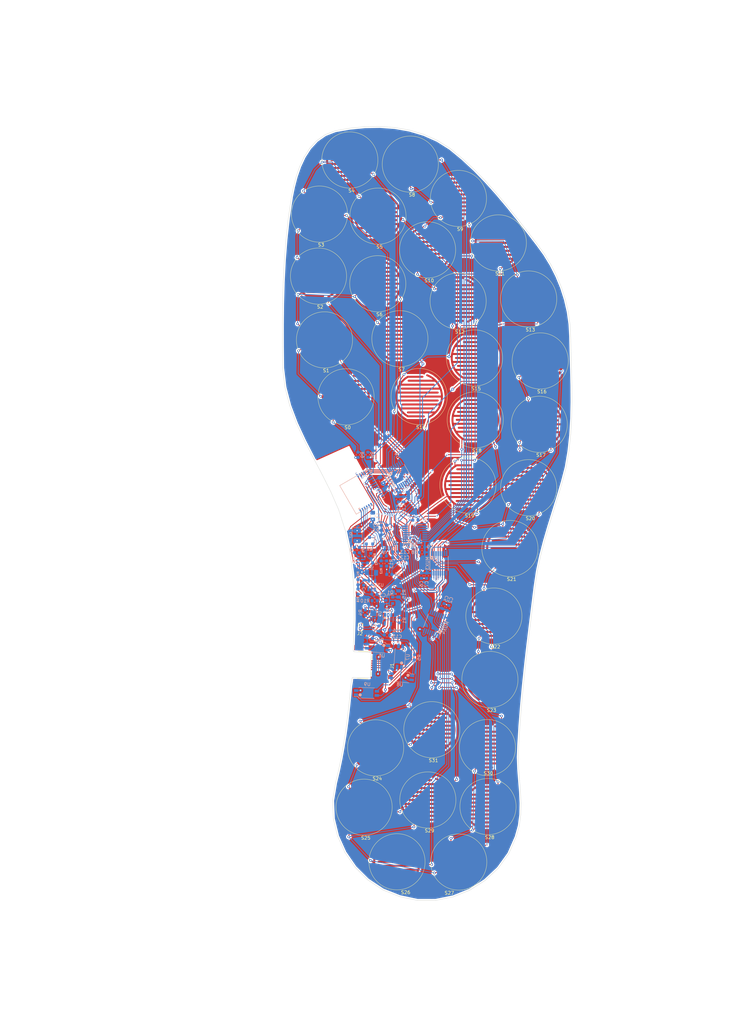
<source format=kicad_pcb>
(kicad_pcb (version 20171130) (host pcbnew "(5.0.0)")
  (layers (0 F.Cu signal) (31 B.Cu signal) (34 B.Paste user hide) (35 F.Paste user) (36 B.SilkS user) (37 F.SilkS user) (38 B.Mask user) (39 F.Mask user) (44 Edge.Cuts user))
  (net 0 "")
  (net 1 GND)
  (net 2 +3V3)
  (net 3 +5V)
  (net 4 +BATT)
  (net 5 /U1_A7)
  (net 6 /U1_A6)
  (net 7 /U1_A5)
  (net 8 /U1_A4)
  (net 9 /U1_A3)
  (net 10 /U1_A2)
  (net 11 /U1_A1)
  (net 12 /U1_A0)
  (net 13 /U2_A7)
  (net 14 /U2_A6)
  (net 15 /U2_A5)
  (net 16 /U2_A4)
  (net 17 /U2_A3)
  (net 18 /U2_A2)
  (net 19 /U2_A1)
  (net 20 /U2_A0)
  (net 21 /U1_Data)
  (net 22 /U2_Data)
  (net 23 /U3_Data)
  (net 24 /U4_Data)
  (net 25 /U3_A7)
  (net 26 /U3_A6)
  (net 27 /U3_A5)
  (net 28 /U3_A4)
  (net 29 /U3_A3)
  (net 30 /U3_A2)
  (net 31 /U3_A1)
  (net 32 /U3_A0)
  (net 33 /U4_A7)
  (net 34 /U4_A6)
  (net 35 /U4_A5)
  (net 36 /U4_A4)
  (net 37 /U4_A3)
  (net 38 /U4_A2)
  (net 39 /U4_A1)
  (net 40 /U4_A0)
  (net 41 "Net-(L3-Pad1)")
  (net 42 "Net-(R1-Pad1)")
  (net 43 /S0)
  (net 44 /S1)
  (net 45 /S2)
  (net 46 /MUX_E)
  (net 47 -BATT)
  (net 48 "Net-(C1-Pad1)")
  (net 49 Analog_Batt_Lvl)
  (net 50 Enable_Batt_Lvl)
  (net 51 "Net-(R5-Pad1)")
  (net 52 "Net-(R5-Pad2)")
  (net 53 "Net-(R10-Pad1)")
  (net 54 "Net-(R11-Pad1)")
  (net 55 XRES)
  (net 56 P0.6)
  (net 57 P0.7)
  (net 58 /P0.7_USB)
  (net 59 /P0.6_USB)
  (net 60 /XRES_USB)
  (net 61 "Net-(Q2-Pad3)")
  (net 62 /+3V3_VDDR)
  (net 63 /+3V3_VDD)
  (net 64 /+BATT_CUT)
  (net 65 "Net-(JP2-Pad2)")
  (net 66 "Net-(JP3-Pad1)")
  (net 67 /SCL)
  (net 68 /SDA)
  (net 69 "Net-(JP5-Pad1)")
  (net 70 P4.0)
  (net 71 P4.1)
  (module fsr_footprints:FSR_Circle_7mm (layer F.Cu) (at 216.579453 62.690707)
    (fp_text reference S9 (at 0.5 9.3 180) (layer F.SilkS))
    (fp_text value FSR)
    (pad 1 smd custom (at -6.7 1.2) (size 0.5 0.5) (layers F.Cu F.Mask) (net 22 /U2_Data) (options (clearance outline) (anchor circle)) (primitives (gr_line (start 12.3 -2.4) (end 0.1 -2.4) (width 0.6)) (gr_line (start 7.7 -7.2) (end 3.3 -7.2) (width 0.6)) (gr_line (start 12.3 0) (end 0.1 0) (width 0.6)) (gr_line (start 11.1 -4.8) (end 0.9 -4.8) (width 0.6)) (gr_line (start 8.1 4.8) (end 3.3 4.8) (width 0.6)) (gr_line (start 11.1 2.4) (end 0.9 2.4) (width 0.6)) (gr_arc (start 6.7 -1.2) (end 3.3 -7.2) (angle -120.9) (width 0.6))))
    (pad 2 smd custom (at 6.8 0) (size 0.5 0.5) (layers F.Cu F.Mask) (net 19 /U2_A1) (options (clearance outline) (anchor circle)) (primitives (gr_line (start -10.2 4.8) (end -2 4.8) (width 0.6)) (gr_line (start -11.8 2.4) (end -0.4 2.4) (width 0.6)) (gr_arc (start -6.8 0) (end -3.8 6.2) (angle -133.6) (width 0.6)) (gr_line (start -12 -2.4) (end -0.4 -2.4) (width 0.6)) (gr_line (start -12.4 0) (end -0.2 0) (width 0.6)) (gr_line (start -10 -4.8) (end -2 -4.8) (width 0.6))))
  )
  (module Connector_PinHeader_1.00mm:PinHeader_1x02_P1.00mm_Vertical (layer F.Cu) (at 186.859453 192.860707 176)
    (fp_text reference J2 (at 0 -1.56 176) (layer F.SilkS))
    (fp_text value 3V7_Battery)
    (pad 2 thru_hole oval (at 0 1 176) (size 0.85 0.85) (drill 0.5) (layers *.Cu *.Mask) (net 4 +BATT))
    (pad 1 thru_hole rect (at 0 0 176) (size 0.85 0.85) (drill 0.5) (layers *.Cu *.Mask) (net 47 -BATT))
  )
  (module Package_LGA:Bosch_LGA-14_3x2.5mm_P0.5mm (layer B.Cu) (at 195.749453 167.210707 180)
    (fp_text reference U2 (at 0 2.5 180) (layer B.SilkS) (effects (justify mirror)))
    (fp_text value ISM330DLC)
    (pad 11 smd rect (at 1.2625 0.75 180) (size 0.675 0.25) (layers B.Cu B.Paste B.Mask))
    (pad 10 smd rect (at 1.2625 0.25 180) (size 0.675 0.25) (layers B.Cu B.Paste B.Mask))
    (pad 9 smd rect (at 1.2625 -0.25 180) (size 0.675 0.25) (layers B.Cu B.Paste B.Mask))
    (pad 8 smd rect (at 1.2625 -0.75 180) (size 0.675 0.25) (layers B.Cu B.Paste B.Mask) (net 2 +3V3))
    (pad 4 smd rect (at -1.2625 -0.75 180) (size 0.675 0.25) (layers B.Cu B.Paste B.Mask))
    (pad 3 smd rect (at -1.2625 -0.25 180) (size 0.675 0.25) (layers B.Cu B.Paste B.Mask) (net 1 GND))
    (pad 2 smd rect (at -1.2625 0.25 180) (size 0.675 0.25) (layers B.Cu B.Paste B.Mask) (net 1 GND))
    (pad 1 smd rect (at -1.2625 0.75 180) (size 0.675 0.25) (layers B.Cu B.Paste B.Mask) (net 1 GND))
    (pad 7 smd rect (at 0.5 -1.0125 180) (size 0.25 0.675) (layers B.Cu B.Paste B.Mask) (net 1 GND))
    (pad 6 smd rect (at 0 -1.0125 180) (size 0.25 0.675) (layers B.Cu B.Paste B.Mask) (net 1 GND))
    (pad 5 smd rect (at -0.5 -1.0125 180) (size 0.25 0.675) (layers B.Cu B.Paste B.Mask) (net 2 +3V3))
    (pad 12 smd rect (at 0.5 1.0125 180) (size 0.25 0.675) (layers B.Cu B.Paste B.Mask))
    (pad 14 smd rect (at -0.5 1.0125 180) (size 0.25 0.675) (layers B.Cu B.Paste B.Mask) (net 68 /SDA))
    (pad 13 smd rect (at 0 1.0125 180) (size 0.25 0.675) (layers B.Cu B.Paste B.Mask) (net 67 /SCL))
  )
  (module Capacitor_SMD:C_0603_1608Metric (layer B.Cu) (at 192.449453 192.910707 266)
    (fp_text reference C1 (at 0 1.43 266) (layer B.SilkS) (effects (justify mirror)))
    (fp_text value 0.1uF)
    (pad 2 smd roundrect (at 0.7875 0 266) (size 0.875 0.95) (layers B.Cu B.Paste B.Mask) (net 47 -BATT))
    (pad 1 smd roundrect (at -0.7875 0 266) (size 0.875 0.95) (layers B.Cu B.Paste B.Mask) (net 48 "Net-(C1-Pad1)"))
  )
  (module Capacitor_SMD:C_0603_1608Metric (layer B.Cu) (at 213.399453 186.660707 250)
    (fp_text reference C2 (at -2.498995 0.005009 250) (layer B.SilkS) (effects (justify mirror)))
    (fp_text value 1uF)
    (pad 2 smd roundrect (at 0.7875 0 250) (size 0.875 0.95) (layers B.Cu B.Paste B.Mask) (net 2 +3V3))
    (pad 1 smd roundrect (at -0.7875 0 250) (size 0.875 0.95) (layers B.Cu B.Paste B.Mask) (net 1 GND))
  )
  (module Capacitor_SMD:C_0603_1608Metric (layer B.Cu) (at 191.119453 182.530707 357)
    (fp_text reference C3 (at 2.530154 0.127757 357) (layer B.SilkS) (effects (justify mirror)))
    (fp_text value 4.7uF)
    (pad 2 smd roundrect (at 0.7875 0 357) (size 0.875 0.95) (layers B.Cu B.Paste B.Mask) (net 64 /+BATT_CUT))
    (pad 1 smd roundrect (at -0.7875 0 357) (size 0.875 0.95) (layers B.Cu B.Paste B.Mask) (net 1 GND))
  )
  (module Capacitor_SMD:C_0603_1608Metric (layer B.Cu) (at 187.937453 178.998707 266)
    (fp_text reference C4 (at 2.280431 -0.159463 266) (layer B.SilkS) (effects (justify mirror)))
    (fp_text value 10uF)
    (pad 2 smd roundrect (at 0.7875 0 266) (size 0.875 0.95) (layers B.Cu B.Paste B.Mask) (net 1 GND))
    (pad 1 smd roundrect (at -0.7875 0 266) (size 0.875 0.95) (layers B.Cu B.Paste B.Mask) (net 2 +3V3))
  )
  (module Capacitor_SMD:C_0603_1608Metric (layer B.Cu) (at 211.949453 186.110707 250)
    (fp_text reference C5 (at -2.392243 -0.140264 250) (layer B.SilkS) (effects (justify mirror)))
    (fp_text value 0.1uF)
    (pad 2 smd roundrect (at 0.7875 0 250) (size 0.875 0.95) (layers B.Cu B.Paste B.Mask) (net 2 +3V3))
    (pad 1 smd roundrect (at -0.7875 0 250) (size 0.875 0.95) (layers B.Cu B.Paste B.Mask) (net 1 GND))
  )
  (module Capacitor_SMD:C_0603_1608Metric (layer B.Cu) (at 205.349453 176.898207 90)
    (fp_text reference C6 (at -2.5125 0 90) (layer B.SilkS) (effects (justify mirror)))
    (fp_text value 1uF)
    (pad 2 smd roundrect (at 0.7875 0 90) (size 0.875 0.95) (layers B.Cu B.Paste B.Mask) (net 2 +3V3))
    (pad 1 smd roundrect (at -0.7875 0 90) (size 0.875 0.95) (layers B.Cu B.Paste B.Mask) (net 1 GND))
  )
  (module Capacitor_SMD:C_0603_1608Metric (layer B.Cu) (at 206.949453 176.910707 90)
    (fp_text reference C7 (at -2.5 0 90) (layer B.SilkS) (effects (justify mirror)))
    (fp_text value 0.1uF)
    (pad 2 smd roundrect (at 0.7875 0 90) (size 0.875 0.95) (layers B.Cu B.Paste B.Mask) (net 2 +3V3))
    (pad 1 smd roundrect (at -0.7875 0 90) (size 0.875 0.95) (layers B.Cu B.Paste B.Mask) (net 1 GND))
  )
  (module Capacitor_SMD:C_0603_1608Metric (layer B.Cu) (at 205.561953 169.810707)
    (fp_text reference C8 (at -2.3125 0) (layer B.SilkS) (effects (justify mirror)))
    (fp_text value 1uF)
    (pad 2 smd roundrect (at 0.7875 0) (size 0.875 0.95) (layers B.Cu B.Paste B.Mask) (net 2 +3V3))
    (pad 1 smd roundrect (at -0.7875 0) (size 0.875 0.95) (layers B.Cu B.Paste B.Mask) (net 1 GND))
  )
  (module Capacitor_SMD:C_0603_1608Metric (layer B.Cu) (at 205.561953 168.210707)
    (fp_text reference C9 (at 2.3875 0) (layer B.SilkS) (effects (justify mirror)))
    (fp_text value 0.1uF)
    (pad 2 smd roundrect (at 0.7875 0) (size 0.875 0.95) (layers B.Cu B.Paste B.Mask) (net 2 +3V3))
    (pad 1 smd roundrect (at -0.7875 0) (size 0.875 0.95) (layers B.Cu B.Paste B.Mask) (net 1 GND))
  )
  (module Capacitor_SMD:C_0603_1608Metric (layer B.Cu) (at 199.974453 153.773207 90)
    (fp_text reference C10 (at -2.9375 0.075 90) (layer B.SilkS) (effects (justify mirror)))
    (fp_text value 1uF)
    (pad 2 smd roundrect (at 0.7875 0 90) (size 0.875 0.95) (layers B.Cu B.Paste B.Mask) (net 2 +3V3))
    (pad 1 smd roundrect (at -0.7875 0 90) (size 0.875 0.95) (layers B.Cu B.Paste B.Mask) (net 1 GND))
  )
  (module Capacitor_SMD:C_0603_1608Metric (layer B.Cu) (at 198.349453 153.785707 90)
    (fp_text reference C11 (at -2.95 0.075 90) (layer B.SilkS) (effects (justify mirror)))
    (fp_text value 0.1uF)
    (pad 2 smd roundrect (at 0.7875 0 90) (size 0.875 0.95) (layers B.Cu B.Paste B.Mask) (net 2 +3V3))
    (pad 1 smd roundrect (at -0.7875 0 90) (size 0.875 0.95) (layers B.Cu B.Paste B.Mask) (net 1 GND))
  )
  (module Capacitor_SMD:C_0603_1608Metric (layer B.Cu) (at 197.436953 171.310707 180)
    (fp_text reference C12 (at -2.9125 -0.1 180) (layer B.SilkS) (effects (justify mirror)))
    (fp_text value 1uF)
    (pad 2 smd roundrect (at 0.7875 0 180) (size 0.875 0.95) (layers B.Cu B.Paste B.Mask) (net 2 +3V3))
    (pad 1 smd roundrect (at -0.7875 0 180) (size 0.875 0.95) (layers B.Cu B.Paste B.Mask) (net 1 GND))
  )
  (module Capacitor_SMD:C_0603_1608Metric (layer B.Cu) (at 197.436953 169.710707 180)
    (fp_text reference C13 (at -2.9225 -0.03 180) (layer B.SilkS) (effects (justify mirror)))
    (fp_text value 0.1uF)
    (pad 2 smd roundrect (at 0.7875 0 180) (size 0.875 0.95) (layers B.Cu B.Paste B.Mask) (net 2 +3V3))
    (pad 1 smd roundrect (at -0.7875 0 180) (size 0.875 0.95) (layers B.Cu B.Paste B.Mask) (net 1 GND))
  )
  (module Capacitor_SMD:C_0603_1608Metric (layer B.Cu) (at 193.949453 170.910707)
    (fp_text reference C14 (at 0.04 -1.09) (layer B.SilkS) (effects (font (size 0.6 0.6)) (justify mirror)))
    (fp_text value 0.1uF)
    (pad 2 smd roundrect (at 0.7875 0) (size 0.875 0.95) (layers B.Cu B.Paste B.Mask) (net 1 GND))
    (pad 1 smd roundrect (at -0.7875 0) (size 0.875 0.95) (layers B.Cu B.Paste B.Mask) (net 49 Analog_Batt_Lvl))
  )
  (module Inductor_SMD:L_0805_2012Metric_Pad1.15x1.40mm_HandSolder (layer B.Cu) (at 190.619453 158.855707 90)
    (fp_text reference L1 (at 0 1.65 90) (layer B.SilkS) (effects (justify mirror)))
    (fp_text value "300ohm 100MHz")
    (pad 2 smd roundrect (at 1.025 0 90) (size 1.15 1.4) (layers B.Cu B.Paste B.Mask) (roundrect_rratio 0.217391) (net 62 /+3V3_VDDR))
    (pad 1 smd roundrect (at -1.025 0 90) (size 1.15 1.4) (layers B.Cu B.Paste B.Mask) (roundrect_rratio 0.217391) (net 2 +3V3))
  )
  (module Inductor_SMD:L_0805_2012Metric_Pad1.15x1.40mm_HandSolder (layer B.Cu) (at 193.299453 148.020707 120)
    (fp_text reference L2 (at 0 1.65 120) (layer B.SilkS) (effects (justify mirror)))
    (fp_text value "300ohm 100MHz")
    (pad 2 smd roundrect (at 1.025 0 120) (size 1.15 1.4) (layers B.Cu B.Paste B.Mask) (roundrect_rratio 0.217391) (net 63 /+3V3_VDD))
    (pad 1 smd roundrect (at -1.025 0 120) (size 1.15 1.4) (layers B.Cu B.Paste B.Mask) (roundrect_rratio 0.217391) (net 2 +3V3))
  )
  (module Package_SO:TSSOP-16_4.4x5mm_P0.65mm (layer B.Cu) (at 198.849453 146.410707 300)
    (fp_text reference MUX1 (at 0 3.55 300) (layer B.SilkS) (effects (justify mirror)))
    (fp_text value CD74HC4051)
    (pad 16 smd rect (at 2.95 2.275 300) (size 1.5 0.45) (layers B.Cu B.Paste B.Mask) (net 2 +3V3))
    (pad 15 smd rect (at 2.95 1.625 300) (size 1.5 0.45) (layers B.Cu B.Paste B.Mask) (net 10 /U1_A2))
    (pad 14 smd rect (at 2.95 0.975 300) (size 1.5 0.45) (layers B.Cu B.Paste B.Mask) (net 11 /U1_A1))
    (pad 13 smd rect (at 2.95 0.325 300) (size 1.5 0.45) (layers B.Cu B.Paste B.Mask) (net 12 /U1_A0))
    (pad 12 smd rect (at 2.95 -0.325 300) (size 1.5 0.45) (layers B.Cu B.Paste B.Mask) (net 9 /U1_A3))
    (pad 11 smd rect (at 2.95 -0.975 300) (size 1.5 0.45) (layers B.Cu B.Paste B.Mask) (net 43 /S0))
    (pad 10 smd rect (at 2.95 -1.625 300) (size 1.5 0.45) (layers B.Cu B.Paste B.Mask) (net 44 /S1))
    (pad 9 smd rect (at 2.95 -2.275 300) (size 1.5 0.45) (layers B.Cu B.Paste B.Mask) (net 45 /S2))
    (pad 8 smd rect (at -2.95 -2.275 300) (size 1.5 0.45) (layers B.Cu B.Paste B.Mask) (net 1 GND))
    (pad 7 smd rect (at -2.95 -1.625 300) (size 1.5 0.45) (layers B.Cu B.Paste B.Mask) (net 1 GND))
    (pad 6 smd rect (at -2.95 -0.975 300) (size 1.5 0.45) (layers B.Cu B.Paste B.Mask) (net 46 /MUX_E))
    (pad 5 smd rect (at -2.95 -0.325 300) (size 1.5 0.45) (layers B.Cu B.Paste B.Mask) (net 7 /U1_A5))
    (pad 4 smd rect (at -2.95 0.325 300) (size 1.5 0.45) (layers B.Cu B.Paste B.Mask) (net 5 /U1_A7))
    (pad 3 smd rect (at -2.95 0.975 300) (size 1.5 0.45) (layers B.Cu B.Paste B.Mask) (net 2 +3V3))
    (pad 2 smd rect (at -2.95 1.625 300) (size 1.5 0.45) (layers B.Cu B.Paste B.Mask) (net 6 /U1_A6))
    (pad 1 smd rect (at -2.95 2.275 300) (size 1.5 0.45) (layers B.Cu B.Paste B.Mask) (net 8 /U1_A4))
  )
  (module Package_SO:TSSOP-16_4.4x5mm_P0.65mm (layer B.Cu) (at 203.449453 164.210707)
    (fp_text reference MUX2 (at -1.7 3.6) (layer B.SilkS) (effects (justify mirror)))
    (fp_text value CD74HC4051)
    (pad 16 smd rect (at 2.95 2.275) (size 1.5 0.45) (layers B.Cu B.Paste B.Mask) (net 2 +3V3))
    (pad 15 smd rect (at 2.95 1.625) (size 1.5 0.45) (layers B.Cu B.Paste B.Mask) (net 18 /U2_A2))
    (pad 14 smd rect (at 2.95 0.975) (size 1.5 0.45) (layers B.Cu B.Paste B.Mask) (net 19 /U2_A1))
    (pad 13 smd rect (at 2.95 0.325) (size 1.5 0.45) (layers B.Cu B.Paste B.Mask) (net 20 /U2_A0))
    (pad 12 smd rect (at 2.95 -0.325) (size 1.5 0.45) (layers B.Cu B.Paste B.Mask) (net 17 /U2_A3))
    (pad 11 smd rect (at 2.95 -0.975) (size 1.5 0.45) (layers B.Cu B.Paste B.Mask) (net 43 /S0))
    (pad 10 smd rect (at 2.95 -1.625) (size 1.5 0.45) (layers B.Cu B.Paste B.Mask) (net 44 /S1))
    (pad 9 smd rect (at 2.95 -2.275) (size 1.5 0.45) (layers B.Cu B.Paste B.Mask) (net 45 /S2))
    (pad 8 smd rect (at -2.95 -2.275) (size 1.5 0.45) (layers B.Cu B.Paste B.Mask) (net 1 GND))
    (pad 7 smd rect (at -2.95 -1.625) (size 1.5 0.45) (layers B.Cu B.Paste B.Mask) (net 1 GND))
    (pad 6 smd rect (at -2.95 -0.975) (size 1.5 0.45) (layers B.Cu B.Paste B.Mask) (net 46 /MUX_E))
    (pad 5 smd rect (at -2.95 -0.325) (size 1.5 0.45) (layers B.Cu B.Paste B.Mask) (net 15 /U2_A5))
    (pad 4 smd rect (at -2.95 0.325) (size 1.5 0.45) (layers B.Cu B.Paste B.Mask) (net 13 /U2_A7))
    (pad 3 smd rect (at -2.95 0.975) (size 1.5 0.45) (layers B.Cu B.Paste B.Mask) (net 2 +3V3))
    (pad 2 smd rect (at -2.95 1.625) (size 1.5 0.45) (layers B.Cu B.Paste B.Mask) (net 14 /U2_A6))
    (pad 1 smd rect (at -2.95 2.275) (size 1.5 0.45) (layers B.Cu B.Paste B.Mask) (net 16 /U2_A4))
  )
  (module Package_SO:TSSOP-16_4.4x5mm_P0.65mm (layer B.Cu) (at 210.749453 173.160707 270)
    (fp_text reference MUX3 (at 0 3.55 270) (layer B.SilkS) (effects (justify mirror)))
    (fp_text value CD74HC4051)
    (pad 16 smd rect (at 2.95 2.275 270) (size 1.5 0.45) (layers B.Cu B.Paste B.Mask) (net 2 +3V3))
    (pad 15 smd rect (at 2.95 1.625 270) (size 1.5 0.45) (layers B.Cu B.Paste B.Mask) (net 30 /U3_A2))
    (pad 14 smd rect (at 2.95 0.975 270) (size 1.5 0.45) (layers B.Cu B.Paste B.Mask) (net 31 /U3_A1))
    (pad 13 smd rect (at 2.95 0.325 270) (size 1.5 0.45) (layers B.Cu B.Paste B.Mask) (net 32 /U3_A0))
    (pad 12 smd rect (at 2.95 -0.325 270) (size 1.5 0.45) (layers B.Cu B.Paste B.Mask) (net 29 /U3_A3))
    (pad 11 smd rect (at 2.95 -0.975 270) (size 1.5 0.45) (layers B.Cu B.Paste B.Mask) (net 43 /S0))
    (pad 10 smd rect (at 2.95 -1.625 270) (size 1.5 0.45) (layers B.Cu B.Paste B.Mask) (net 44 /S1))
    (pad 9 smd rect (at 2.95 -2.275 270) (size 1.5 0.45) (layers B.Cu B.Paste B.Mask) (net 45 /S2))
    (pad 8 smd rect (at -2.95 -2.275 270) (size 1.5 0.45) (layers B.Cu B.Paste B.Mask) (net 1 GND))
    (pad 7 smd rect (at -2.95 -1.625 270) (size 1.5 0.45) (layers B.Cu B.Paste B.Mask) (net 1 GND))
    (pad 6 smd rect (at -2.95 -0.975 270) (size 1.5 0.45) (layers B.Cu B.Paste B.Mask) (net 46 /MUX_E))
    (pad 5 smd rect (at -2.95 -0.325 270) (size 1.5 0.45) (layers B.Cu B.Paste B.Mask) (net 27 /U3_A5))
    (pad 4 smd rect (at -2.95 0.325 270) (size 1.5 0.45) (layers B.Cu B.Paste B.Mask) (net 25 /U3_A7))
    (pad 3 smd rect (at -2.95 0.975 270) (size 1.5 0.45) (layers B.Cu B.Paste B.Mask) (net 2 +3V3))
    (pad 2 smd rect (at -2.95 1.625 270) (size 1.5 0.45) (layers B.Cu B.Paste B.Mask) (net 26 /U3_A6))
    (pad 1 smd rect (at -2.95 2.275 270) (size 1.5 0.45) (layers B.Cu B.Paste B.Mask) (net 28 /U3_A4))
  )
  (module Package_SO:TSSOP-16_4.4x5mm_P0.65mm (layer B.Cu) (at 209.299453 191.460707 70)
    (fp_text reference MUX4 (at 0 3.55 70) (layer B.SilkS) (effects (justify mirror)))
    (fp_text value CD74HC4051)
    (pad 16 smd rect (at 2.95 2.275 70) (size 1.5 0.45) (layers B.Cu B.Paste B.Mask) (net 2 +3V3))
    (pad 15 smd rect (at 2.95 1.625 70) (size 1.5 0.45) (layers B.Cu B.Paste B.Mask) (net 38 /U4_A2))
    (pad 14 smd rect (at 2.95 0.975 70) (size 1.5 0.45) (layers B.Cu B.Paste B.Mask) (net 39 /U4_A1))
    (pad 13 smd rect (at 2.95 0.325 70) (size 1.5 0.45) (layers B.Cu B.Paste B.Mask) (net 40 /U4_A0))
    (pad 12 smd rect (at 2.95 -0.325 70) (size 1.5 0.45) (layers B.Cu B.Paste B.Mask) (net 37 /U4_A3))
    (pad 11 smd rect (at 2.95 -0.975 70) (size 1.5 0.45) (layers B.Cu B.Paste B.Mask) (net 43 /S0))
    (pad 10 smd rect (at 2.95 -1.625 70) (size 1.5 0.45) (layers B.Cu B.Paste B.Mask) (net 44 /S1))
    (pad 9 smd rect (at 2.95 -2.275 70) (size 1.5 0.45) (layers B.Cu B.Paste B.Mask) (net 45 /S2))
    (pad 8 smd rect (at -2.95 -2.275 70) (size 1.5 0.45) (layers B.Cu B.Paste B.Mask) (net 1 GND))
    (pad 7 smd rect (at -2.95 -1.625 70) (size 1.5 0.45) (layers B.Cu B.Paste B.Mask) (net 1 GND))
    (pad 6 smd rect (at -2.95 -0.975 70) (size 1.5 0.45) (layers B.Cu B.Paste B.Mask) (net 46 /MUX_E))
    (pad 5 smd rect (at -2.95 -0.325 70) (size 1.5 0.45) (layers B.Cu B.Paste B.Mask) (net 35 /U4_A5))
    (pad 4 smd rect (at -2.95 0.325 70) (size 1.5 0.45) (layers B.Cu B.Paste B.Mask) (net 33 /U4_A7))
    (pad 3 smd rect (at -2.95 0.975 70) (size 1.5 0.45) (layers B.Cu B.Paste B.Mask) (net 2 +3V3))
    (pad 2 smd rect (at -2.95 1.625 70) (size 1.5 0.45) (layers B.Cu B.Paste B.Mask) (net 34 /U4_A6))
    (pad 1 smd rect (at -2.95 2.275 70) (size 1.5 0.45) (layers B.Cu B.Paste B.Mask) (net 36 /U4_A4))
  )
  (module Package_TO_SOT_SMD:SOT-23 (layer B.Cu) (at 189.649453 166.310707 90)
    (fp_text reference Q2 (at -2.43 0.03 180) (layer B.SilkS) (effects (justify mirror)))
    (fp_text value Q_PMOS_GSD)
    (pad 3 smd rect (at 1 0 90) (size 0.9 0.8) (layers B.Cu B.Paste B.Mask) (net 61 "Net-(Q2-Pad3)"))
    (pad 2 smd rect (at -1 -0.95 90) (size 0.9 0.8) (layers B.Cu B.Paste B.Mask) (net 64 /+BATT_CUT))
    (pad 1 smd rect (at -1 0.95 90) (size 0.9 0.8) (layers B.Cu B.Paste B.Mask) (net 50 Enable_Batt_Lvl))
  )
  (module Resistor_SMD:R_0603_1608Metric (layer B.Cu) (at 198.830668 190.394286 87)
    (fp_text reference R1 (at 0 1.43 87) (layer B.SilkS) (effects (justify mirror)))
    (fp_text value 10k)
    (pad 2 smd roundrect (at 0.7875 0 87) (size 0.875 0.95) (layers B.Cu B.Paste B.Mask) (net 47 -BATT))
    (pad 1 smd roundrect (at -0.7875 0 87) (size 0.875 0.95) (layers B.Cu B.Paste B.Mask) (net 42 "Net-(R1-Pad1)"))
  )
  (module Resistor_SMD:R_0603_1608Metric (layer B.Cu) (at 194.036953 161.610707)
    (fp_text reference R2 (at -2.4875 0.1) (layer B.SilkS) (effects (justify mirror)))
    (fp_text value 10k)
    (pad 2 smd roundrect (at 0.7875 0) (size 0.875 0.95) (layers B.Cu B.Paste B.Mask) (net 68 /SDA))
    (pad 1 smd roundrect (at -0.7875 0) (size 0.875 0.95) (layers B.Cu B.Paste B.Mask) (net 2 +3V3))
  )
  (module Resistor_SMD:R_0603_1608Metric (layer B.Cu) (at 194.049453 163.210707)
    (fp_text reference R3 (at -2.4 0) (layer B.SilkS) (effects (justify mirror)))
    (fp_text value 10k)
    (pad 2 smd roundrect (at 0.7875 0) (size 0.875 0.95) (layers B.Cu B.Paste B.Mask) (net 67 /SCL))
    (pad 1 smd roundrect (at -0.7875 0) (size 0.875 0.95) (layers B.Cu B.Paste B.Mask) (net 2 +3V3))
  )
  (module Resistor_SMD:R_0603_1608Metric (layer B.Cu) (at 188.339453 188.080707 270)
    (fp_text reference R4 (at 0 1.43 270) (layer B.SilkS) (effects (justify mirror)))
    (fp_text value "390 ohm")
    (pad 2 smd roundrect (at 0.7875 0 270) (size 0.875 0.95) (layers B.Cu B.Paste B.Mask) (net 48 "Net-(C1-Pad1)"))
    (pad 1 smd roundrect (at -0.7875 0 270) (size 0.875 0.95) (layers B.Cu B.Paste B.Mask) (net 4 +BATT))
  )
  (module Resistor_SMD:R_0603_1608Metric (layer B.Cu) (at 203.249453 201.610707 86)
    (fp_text reference R5 (at 0 1.43 86) (layer B.SilkS) (effects (justify mirror)))
    (fp_text value 0-1k)
    (pad 2 smd roundrect (at 0.7875 0 86) (size 0.875 0.95) (layers B.Cu B.Paste B.Mask) (net 52 "Net-(R5-Pad2)"))
    (pad 1 smd roundrect (at -0.7875 0 86) (size 0.875 0.95) (layers B.Cu B.Paste B.Mask) (net 51 "Net-(R5-Pad1)"))
  )
  (module Resistor_SMD:R_0603_1608Metric (layer B.Cu) (at 195.636953 176.510707)
    (fp_text reference R6 (at 2.5125 0) (layer B.SilkS) (effects (justify mirror)))
    (fp_text value 10k)
    (pad 2 smd roundrect (at 0.7875 0) (size 0.875 0.95) (layers B.Cu B.Paste B.Mask) (net 24 /U4_Data))
    (pad 1 smd roundrect (at -0.7875 0) (size 0.875 0.95) (layers B.Cu B.Paste B.Mask) (net 1 GND))
  )
  (module Resistor_SMD:R_0603_1608Metric (layer B.Cu) (at 203.549453 160.060707)
    (fp_text reference R7 (at 2.5 0.05) (layer B.SilkS) (effects (justify mirror)))
    (fp_text value 10k)
    (pad 2 smd roundrect (at 0.7875 0) (size 0.875 0.95) (layers B.Cu B.Paste B.Mask) (net 23 /U3_Data))
    (pad 1 smd roundrect (at -0.7875 0) (size 0.875 0.95) (layers B.Cu B.Paste B.Mask) (net 1 GND))
  )
  (module Resistor_SMD:R_0603_1608Metric (layer B.Cu) (at 189.149453 140.298207 90)
    (fp_text reference R8 (at 0 1.43 90) (layer B.SilkS) (effects (justify mirror)))
    (fp_text value 10k)
    (pad 2 smd roundrect (at 0.7875 0 90) (size 0.875 0.95) (layers B.Cu B.Paste B.Mask) (net 22 /U2_Data))
    (pad 1 smd roundrect (at -0.7875 0 90) (size 0.875 0.95) (layers B.Cu B.Paste B.Mask) (net 1 GND))
  )
  (module Resistor_SMD:R_0603_1608Metric (layer B.Cu) (at 186.149453 140.310707 90)
    (fp_text reference R9 (at 0 1.43 90) (layer B.SilkS) (effects (justify mirror)))
    (fp_text value 10k)
    (pad 2 smd roundrect (at 0.7875 0 90) (size 0.875 0.95) (layers B.Cu B.Paste B.Mask) (net 21 /U1_Data))
    (pad 1 smd roundrect (at -0.7875 0 90) (size 0.875 0.95) (layers B.Cu B.Paste B.Mask) (net 1 GND))
  )
  (module Resistor_SMD:R_0603_1608Metric (layer B.Cu) (at 191.183953 184.452707)
    (fp_text reference R10 (at -2.8845 0.068) (layer B.SilkS) (effects (justify mirror)))
    (fp_text value 2.7k)
    (pad 2 smd roundrect (at 0.7875 0) (size 0.875 0.95) (layers B.Cu B.Paste B.Mask) (net 1 GND))
    (pad 1 smd roundrect (at -0.7875 0) (size 0.875 0.95) (layers B.Cu B.Paste B.Mask) (net 53 "Net-(R10-Pad1)"))
  )
  (module Resistor_SMD:R_0603_1608Metric (layer B.Cu) (at 189.733956 195.810707 175)
    (fp_text reference R11 (at -2.848361 -0.252711 175) (layer B.SilkS) (effects (justify mirror)))
    (fp_text value "100-500 ohm")
    (pad 2 smd roundrect (at 0.7875 0 175) (size 0.875 0.95) (layers B.Cu B.Paste B.Mask) (net 2 +3V3))
    (pad 1 smd roundrect (at -0.7875 0 175) (size 0.875 0.95) (layers B.Cu B.Paste B.Mask) (net 54 "Net-(R11-Pad1)"))
  )
  (module Resistor_SMD:R_0603_1608Metric (layer B.Cu) (at 193.149453 173.198207 90)
    (fp_text reference R12 (at -2.3025 0.03 90) (layer B.SilkS) (effects (font (size 0.6 0.6)) (justify mirror)))
    (fp_text value 10k)
    (pad 2 smd roundrect (at 0.7875 0 90) (size 0.875 0.95) (layers B.Cu B.Paste B.Mask) (net 49 Analog_Batt_Lvl))
    (pad 1 smd roundrect (at -0.7875 0 90) (size 0.875 0.95) (layers B.Cu B.Paste B.Mask) (net 61 "Net-(Q2-Pad3)"))
  )
  (module Resistor_SMD:R_0603_1608Metric (layer B.Cu) (at 194.849453 173.210707 270)
    (fp_text reference R13 (at 0.1 -1.4 270) (layer B.SilkS) (effects (justify mirror)))
    (fp_text value 10k)
    (pad 2 smd roundrect (at 0.7875 0 270) (size 0.875 0.95) (layers B.Cu B.Paste B.Mask) (net 1 GND))
    (pad 1 smd roundrect (at -0.7875 0 270) (size 0.875 0.95) (layers B.Cu B.Paste B.Mask) (net 49 Analog_Batt_Lvl))
  )
  (module Resistor_SMD:R_0603_1608Metric (layer B.Cu) (at 190.049453 170.923207 90)
    (fp_text reference R14 (at -0.0375 1.17 90) (layer B.SilkS) (effects (font (size 0.6 0.6)) (justify mirror)))
    (fp_text value 100k)
    (pad 2 smd roundrect (at 0.7875 0 90) (size 0.875 0.95) (layers B.Cu B.Paste B.Mask) (net 50 Enable_Batt_Lvl))
    (pad 1 smd roundrect (at -0.7875 0 90) (size 0.875 0.95) (layers B.Cu B.Paste B.Mask) (net 64 /+BATT_CUT))
  )
  (module Package_TO_SOT_SMD:TSOT-23-5 (layer B.Cu) (at 195.249453 190.110707 267)
    (fp_text reference U1 (at -2.60167 0.036211 357) (layer B.SilkS) (effects (font (size 0.9 0.9)) (justify mirror)))
    (fp_text value STC4054-4.2)
    (pad 5 smd rect (at 1.31 0.95 267) (size 1.22 0.65) (layers B.Cu B.Paste B.Mask) (net 42 "Net-(R1-Pad1)"))
    (pad 4 smd rect (at 1.31 -0.95 267) (size 1.22 0.65) (layers B.Cu B.Paste B.Mask) (net 3 +5V))
    (pad 3 smd rect (at -1.31 -0.95 267) (size 1.22 0.65) (layers B.Cu B.Paste B.Mask) (net 4 +BATT))
    (pad 2 smd rect (at -1.31 0 267) (size 1.22 0.65) (layers B.Cu B.Paste B.Mask) (net 47 -BATT))
    (pad 1 smd rect (at -1.31 0.95 267) (size 1.22 0.65) (layers B.Cu B.Paste B.Mask))
  )
  (module Package_TO_SOT_SMD:TSOT-23-5 (layer B.Cu) (at 190.329453 179.740707 87)
    (fp_text reference U3 (at 0.142354 2.716272 177) (layer B.SilkS) (effects (font (size 0.9 0.9)) (justify mirror)))
    (fp_text value ADP2108AUJ-3.3)
    (pad 5 smd rect (at 1.31 0.95 87) (size 1.22 0.65) (layers B.Cu B.Paste B.Mask) (net 41 "Net-(L3-Pad1)"))
    (pad 4 smd rect (at 1.31 -0.95 87) (size 1.22 0.65) (layers B.Cu B.Paste B.Mask) (net 2 +3V3))
    (pad 3 smd rect (at -1.31 -0.95 87) (size 1.22 0.65) (layers B.Cu B.Paste B.Mask) (net 64 /+BATT_CUT))
    (pad 2 smd rect (at -1.31 0 87) (size 1.22 0.65) (layers B.Cu B.Paste B.Mask) (net 1 GND))
    (pad 1 smd rect (at -1.31 0.95 87) (size 1.22 0.65) (layers B.Cu B.Paste B.Mask) (net 64 /+BATT_CUT))
  )
  (module Digikey_EZ_BLE:CYBLE-222014-01 (layer B.Cu) (at 188.719453 150.550707 300)
    (fp_text reference U4 (at -4 -13 300) (layer B.SilkS) (effects (justify mirror)))
    (fp_text value CYBLE-222014-01)
    (pad 1 smd rect (at 4.89 4.91 300) (size 1 0.41) (layers B.Cu B.Paste B.Mask) (net 1 GND))
    (pad 2 smd rect (at 4.89 4.14 300) (size 1 0.41) (layers B.Cu B.Paste B.Mask) (net 71 P4.1))
    (pad 3 smd rect (at 4.89 3.38 300) (size 1 0.41) (layers B.Cu B.Paste B.Mask) (net 50 Enable_Batt_Lvl))
    (pad 4 smd rect (at 4.89 2.62 300) (size 1 0.41) (layers B.Cu B.Paste B.Mask) (net 49 Analog_Batt_Lvl))
    (pad 5 smd rect (at 4.89 1.86 300) (size 1 0.41) (layers B.Cu B.Paste B.Mask) (net 62 /+3V3_VDDR))
    (pad 7 smd rect (at 4.34 -3.19 210) (size 1 0.41) (layers B.Cu B.Paste B.Mask) (net 46 /MUX_E))
    (pad 8 smd rect (at 3.58 -3.19 210) (size 1 0.41) (layers B.Cu B.Paste B.Mask) (net 57 P0.7))
    (pad 9 smd rect (at 2.81 -3.19 210) (size 1 0.41) (layers B.Cu B.Paste B.Mask) (net 68 /SDA))
    (pad 10 smd rect (at 2.05 -3.19 210) (size 1 0.41) (layers B.Cu B.Paste B.Mask) (net 67 /SCL))
    (pad 11 smd rect (at 1.29 -3.19 210) (size 1 0.41) (layers B.Cu B.Paste B.Mask) (net 1 GND))
    (pad 12 smd rect (at 0.53 -3.19 210) (size 1 0.41) (layers B.Cu B.Paste B.Mask) (net 56 P0.6))
    (pad 13 smd rect (at -0.23 -3.19 210) (size 1 0.41) (layers B.Cu B.Paste B.Mask) (net 24 /U4_Data))
    (pad 14 smd rect (at -1 -3.19 210) (size 1 0.41) (layers B.Cu B.Paste B.Mask) (net 63 /+3V3_VDD))
    (pad 15 smd rect (at -1.76 -3.19 210) (size 1 0.41) (layers B.Cu B.Paste B.Mask) (net 55 XRES))
    (pad 16 smd rect (at -2.52 -3.19 210) (size 1 0.41) (layers B.Cu B.Paste B.Mask) (net 23 /U3_Data))
    (pad 17 smd rect (at -3.28 -3.19 210) (size 1 0.41) (layers B.Cu B.Paste B.Mask) (net 22 /U2_Data))
    (pad 18 smd rect (at -4.04 -3.19 210) (size 1 0.41) (layers B.Cu B.Paste B.Mask) (net 21 /U1_Data))
    (pad 19 smd rect (at -4.6 -1.95 300) (size 1 0.41) (layers B.Cu B.Paste B.Mask) (net 43 /S0))
    (pad 20 smd rect (at -4.6 -1.19 300) (size 1 0.41) (layers B.Cu B.Paste B.Mask) (net 44 /S1))
    (pad 21 smd rect (at -4.6 -0.43 300) (size 1 0.41) (layers B.Cu B.Paste B.Mask) (net 45 /S2))
    (pad 22 smd rect (at -4.6 0.33 300) (size 1 0.41) (layers B.Cu B.Paste B.Mask) (net 70 P4.0))
    (pad 6 smd rect (at 4.89 1.1 300) (size 1 0.41) (layers B.Cu B.Paste B.Mask))
  )
  (module SamacSys_Parts:AP9211SAACHAC7 (layer B.Cu) (at 190.799453 188.260707 176)
    (fp_text reference U5 (at -1.955713 -0.013605 266) (layer B.SilkS) (effects (font (size 0.9 0.9)) (justify mirror)))
    (fp_text value AP9211SA-AN-HAC-7 hide)
    (pad 7 smd rect (at 0 0 86) (size 1.8 1.8) (layers B.Cu B.Paste B.Mask))
    (pad 6 smd rect (at -0.599 1.35 86) (size 0.5 0.75) (layers B.Cu B.Paste B.Mask) (net 1 GND))
    (pad 5 smd rect (at 0.176 1.35 176) (size 0.4 0.5) (layers B.Cu B.Paste B.Mask) (net 53 "Net-(R10-Pad1)"))
    (pad 4 smd rect (at 0.776 1.35 176) (size 0.4 0.5) (layers B.Cu B.Paste B.Mask))
    (pad 3 smd rect (at 0.776 -1.35 176) (size 0.4 0.5) (layers B.Cu B.Paste B.Mask) (net 48 "Net-(C1-Pad1)"))
    (pad 2 smd rect (at 0.176004 -1.35 176) (size 0.4 0.5) (layers B.Cu B.Paste B.Mask) (net 47 -BATT))
    (pad 1 smd rect (at -0.599 -1.35 86) (size 0.5 0.75) (layers B.Cu B.Paste B.Mask) (net 47 -BATT))
  )
  (module Package_SO:SOP-4_4.4x2.8mm_P1.27mm (layer B.Cu) (at 192.049453 198.510707 175)
    (fp_text reference U6 (at -1.521658 -2.476804 175) (layer B.SilkS) (effects (justify mirror)))
    (fp_text value TCMT1100)
    (pad 4 smd rect (at 3.15 0.64 175) (size 1.3 0.8) (layers B.Cu B.Paste B.Mask) (net 2 +3V3))
    (pad 3 smd rect (at 3.15 -0.64 175) (size 1.3 0.8) (layers B.Cu B.Paste B.Mask) (net 52 "Net-(R5-Pad2)"))
    (pad 2 smd rect (at -3.15 -0.64 175) (size 1.3 0.8) (layers B.Cu B.Paste B.Mask) (net 3 +5V))
    (pad 1 smd rect (at -3.15 0.64 175) (size 1.3 0.8) (layers B.Cu B.Paste B.Mask) (net 54 "Net-(R11-Pad1)"))
  )
  (module Package_SO:SOP-4_4.4x2.8mm_P1.27mm (layer B.Cu) (at 198.849453 201.410707 86)
    (fp_text reference U7 (at 0 2.4 86) (layer B.SilkS) (effects (justify mirror)))
    (fp_text value TCMT1100)
    (pad 4 smd rect (at 3.15 0.64 86) (size 1.3 0.8) (layers B.Cu B.Paste B.Mask) (net 60 /XRES_USB))
    (pad 3 smd rect (at 3.15 -0.64 86) (size 1.3 0.8) (layers B.Cu B.Paste B.Mask) (net 55 XRES))
    (pad 2 smd rect (at -3.15 -0.64 86) (size 1.3 0.8) (layers B.Cu B.Paste B.Mask) (net 1 GND))
    (pad 1 smd rect (at -3.15 0.64 86) (size 1.3 0.8) (layers B.Cu B.Paste B.Mask) (net 51 "Net-(R5-Pad1)"))
  )
  (module Package_SO:SOP-4_4.4x2.8mm_P1.27mm (layer B.Cu) (at 199.349453 207.510707 174)
    (fp_text reference U8 (at 0.246393 -2.439117 174) (layer B.SilkS) (effects (justify mirror)))
    (fp_text value TCMT1100)
    (pad 4 smd rect (at 3.15 0.64 174) (size 1.3 0.8) (layers B.Cu B.Paste B.Mask) (net 59 /P0.6_USB))
    (pad 3 smd rect (at 3.15 -0.64 174) (size 1.3 0.8) (layers B.Cu B.Paste B.Mask) (net 56 P0.6))
    (pad 2 smd rect (at -3.15 -0.64 174) (size 1.3 0.8) (layers B.Cu B.Paste B.Mask) (net 1 GND))
    (pad 1 smd rect (at -3.15 0.64 174) (size 1.3 0.8) (layers B.Cu B.Paste B.Mask) (net 51 "Net-(R5-Pad1)"))
  )
  (module Package_SO:SOP-4_4.4x2.8mm_P1.27mm (layer B.Cu) (at 188.719453 212.420707 358)
    (fp_text reference U9 (at 0.157364 -2.657111 358) (layer B.SilkS) (effects (justify mirror)))
    (fp_text value TCMT1100)
    (pad 4 smd rect (at 3.15 0.64 358) (size 1.3 0.8) (layers B.Cu B.Paste B.Mask) (net 58 /P0.7_USB))
    (pad 3 smd rect (at 3.15 -0.64 358) (size 1.3 0.8) (layers B.Cu B.Paste B.Mask) (net 57 P0.7))
    (pad 2 smd rect (at -3.15 -0.64 358) (size 1.3 0.8) (layers B.Cu B.Paste B.Mask) (net 1 GND))
    (pad 1 smd rect (at -3.15 0.64 358) (size 1.3 0.8) (layers B.Cu B.Paste B.Mask) (net 51 "Net-(R5-Pad1)"))
  )
  (module Capacitor_SMD:C_0603_1608Metric (layer B.Cu) (at 194.935035 194.91564 356)
    (fp_text reference C15 (at 3.094999 0.155001 356) (layer B.SilkS) (effects (justify mirror)))
    (fp_text value 1uF)
    (pad 2 smd roundrect (at 0.7875 0 356) (size 0.875 0.95) (layers B.Cu B.Paste B.Mask) (net 3 +5V))
    (pad 1 smd roundrect (at -0.7875 0 356) (size 0.875 0.95) (layers B.Cu B.Paste B.Mask) (net 47 -BATT))
  )
  (module Capacitor_SMD:C_0603_1608Metric (layer B.Cu) (at 195.054454 193.345706 356)
    (fp_text reference C16 (at 3.044999 0.015001 356) (layer B.SilkS) (effects (justify mirror)))
    (fp_text value 0.1uF)
    (pad 2 smd roundrect (at 0.7875 0 356) (size 0.875 0.95) (layers B.Cu B.Paste B.Mask) (net 3 +5V))
    (pad 1 smd roundrect (at -0.7875 0 356) (size 0.875 0.95) (layers B.Cu B.Paste B.Mask) (net 47 -BATT))
  )
  (module Connector_USB:USB_Micro_CustomV2 (layer F.Cu) (at 187.769453 203.930707 268)
    (fp_text reference J1 (at 0 -8.7 268) (layer F.SilkS))
    (fp_text value Conn_Micro_USB)
    (pad 6 smd custom (at -5.2 -2.6 268) (size 1.6 2.4) (layers F.Cu F.Paste F.Mask) (net 47 -BATT) (options (clearance outline) (anchor rect)) (primitives (gr_poly (pts (xy 0.8 -1.2) (xy 1.025 -1.2) (xy 1.75 -0.6) (xy 1.75 0.2) (xy 0.8 0.2)) (width 0))))
    (pad 6 smd custom (at 5.2 -2.6 268) (size 1.6 2.4) (layers F.Cu F.Paste F.Mask) (net 47 -BATT) (options (clearance outline) (anchor rect)) (primitives (gr_poly (pts (xy -0.8 -1.2) (xy -1.025 -1.2) (xy -1.75 -0.6) (xy -1.75 0.2) (xy -0.8 0.2)) (width 0))))
    (pad 6 smd rect (at 2.55 -4.55 268) (size 1.8 1.5) (layers F.Cu F.Paste F.Mask) (net 47 -BATT))
    (pad 6 smd rect (at -2.55 -4.55 268) (size 1.8 1.5) (layers F.Cu F.Paste F.Mask) (net 47 -BATT))
    (pad 6 smd rect (at 5.15 1.7 268) (size 1.6 2.4) (layers F.Cu F.Paste F.Mask) (net 47 -BATT))
    (pad 6 smd rect (at -5.15 1.7 268) (size 1.6 2.4) (layers F.Cu F.Paste F.Mask) (net 47 -BATT))
    (pad 5 smd rect (at 1.3 -2.925 268) (size 0.4 1.05) (layers F.Cu F.Paste F.Mask) (net 47 -BATT))
    (pad 4 smd rect (at 0.65 -2.925 268) (size 0.4 1.05) (layers F.Cu F.Paste F.Mask) (net 58 /P0.7_USB))
    (pad 3 smd rect (at 0 -2.925 268) (size 0.4 1.05) (layers F.Cu F.Paste F.Mask) (net 59 /P0.6_USB))
    (pad 2 smd rect (at -0.65 -2.925 268) (size 0.4 1.05) (layers F.Cu F.Paste F.Mask) (net 60 /XRES_USB))
    (pad 1 smd rect (at -1.3 -2.925 268) (size 0.4 1.05) (layers F.Cu F.Paste F.Mask) (net 3 +5V))
  )
  (module Capacitor_Tantalum_SMD:CP_EIA-3528-12_Kemet-T (layer B.Cu) (at 185.899453 164.800707 270)
    (fp_text reference C17 (at -0.23 1.93 270) (layer B.SilkS) (effects (font (size 0.6 0.6)) (justify mirror)))
    (fp_text value 100uF)
    (pad 2 smd roundrect (at 1.5375 0 270) (size 1.325 2.35) (layers B.Cu B.Paste B.Mask) (roundrect_rratio 0.188679) (net 1 GND))
    (pad 1 smd roundrect (at -1.5375 0 270) (size 1.325 2.35) (layers B.Cu B.Paste B.Mask) (roundrect_rratio 0.188679) (net 2 +3V3))
  )
  (module fsr_footprints:FSR_Circle_7mm (layer F.Cu) (at 182.529453 122.750707)
    (fp_text reference S0 (at 0.5 9.3 180) (layer F.SilkS))
    (fp_text value FSR)
    (pad 1 smd custom (at -6.7 1.2) (size 0.5 0.5) (layers F.Cu F.Mask) (net 21 /U1_Data) (options (clearance outline) (anchor circle)) (primitives (gr_line (start 12.3 -2.4) (end 0.1 -2.4) (width 0.6)) (gr_line (start 7.7 -7.2) (end 3.3 -7.2) (width 0.6)) (gr_line (start 12.3 0) (end 0.1 0) (width 0.6)) (gr_line (start 11.1 -4.8) (end 0.9 -4.8) (width 0.6)) (gr_line (start 8.1 4.8) (end 3.3 4.8) (width 0.6)) (gr_line (start 11.1 2.4) (end 0.9 2.4) (width 0.6)) (gr_arc (start 6.7 -1.2) (end 3.3 -7.2) (angle -120.9) (width 0.6))))
    (pad 2 smd custom (at 6.8 0) (size 0.5 0.5) (layers F.Cu F.Mask) (net 12 /U1_A0) (options (clearance outline) (anchor circle)) (primitives (gr_line (start -10.2 4.8) (end -2 4.8) (width 0.6)) (gr_line (start -11.8 2.4) (end -0.4 2.4) (width 0.6)) (gr_arc (start -6.8 0) (end -3.8 6.2) (angle -133.6) (width 0.6)) (gr_line (start -12 -2.4) (end -0.4 -2.4) (width 0.6)) (gr_line (start -12.4 0) (end -0.2 0) (width 0.6)) (gr_line (start -10 -4.8) (end -2 -4.8) (width 0.6))))
  )
  (module fsr_footprints:FSR_Circle_7mm (layer F.Cu) (at 176.009453 105.510707)
    (fp_text reference S1 (at 0.5 9.3 180) (layer F.SilkS))
    (fp_text value FSR)
    (pad 1 smd custom (at -6.7 1.2) (size 0.5 0.5) (layers F.Cu F.Mask) (net 21 /U1_Data) (options (clearance outline) (anchor circle)) (primitives (gr_line (start 12.3 -2.4) (end 0.1 -2.4) (width 0.6)) (gr_line (start 7.7 -7.2) (end 3.3 -7.2) (width 0.6)) (gr_line (start 12.3 0) (end 0.1 0) (width 0.6)) (gr_line (start 11.1 -4.8) (end 0.9 -4.8) (width 0.6)) (gr_line (start 8.1 4.8) (end 3.3 4.8) (width 0.6)) (gr_line (start 11.1 2.4) (end 0.9 2.4) (width 0.6)) (gr_arc (start 6.7 -1.2) (end 3.3 -7.2) (angle -120.9) (width 0.6))))
    (pad 2 smd custom (at 6.8 0) (size 0.5 0.5) (layers F.Cu F.Mask) (net 11 /U1_A1) (options (clearance outline) (anchor circle)) (primitives (gr_line (start -10.2 4.8) (end -2 4.8) (width 0.6)) (gr_line (start -11.8 2.4) (end -0.4 2.4) (width 0.6)) (gr_arc (start -6.8 0) (end -3.8 6.2) (angle -133.6) (width 0.6)) (gr_line (start -12 -2.4) (end -0.4 -2.4) (width 0.6)) (gr_line (start -12.4 0) (end -0.2 0) (width 0.6)) (gr_line (start -10 -4.8) (end -2 -4.8) (width 0.6))))
  )
  (module fsr_footprints:FSR_Circle_7mm (layer F.Cu) (at 174.199453 86.210707)
    (fp_text reference S2 (at 0.5 9.3 180) (layer F.SilkS))
    (fp_text value FSR)
    (pad 1 smd custom (at -6.7 1.2) (size 0.5 0.5) (layers F.Cu F.Mask) (net 21 /U1_Data) (options (clearance outline) (anchor circle)) (primitives (gr_line (start 12.3 -2.4) (end 0.1 -2.4) (width 0.6)) (gr_line (start 7.7 -7.2) (end 3.3 -7.2) (width 0.6)) (gr_line (start 12.3 0) (end 0.1 0) (width 0.6)) (gr_line (start 11.1 -4.8) (end 0.9 -4.8) (width 0.6)) (gr_line (start 8.1 4.8) (end 3.3 4.8) (width 0.6)) (gr_line (start 11.1 2.4) (end 0.9 2.4) (width 0.6)) (gr_arc (start 6.7 -1.2) (end 3.3 -7.2) (angle -120.9) (width 0.6))))
    (pad 2 smd custom (at 6.8 0) (size 0.5 0.5) (layers F.Cu F.Mask) (net 10 /U1_A2) (options (clearance outline) (anchor circle)) (primitives (gr_line (start -10.2 4.8) (end -2 4.8) (width 0.6)) (gr_line (start -11.8 2.4) (end -0.4 2.4) (width 0.6)) (gr_arc (start -6.8 0) (end -3.8 6.2) (angle -133.6) (width 0.6)) (gr_line (start -12 -2.4) (end -0.4 -2.4) (width 0.6)) (gr_line (start -12.4 0) (end -0.2 0) (width 0.6)) (gr_line (start -10 -4.8) (end -2 -4.8) (width 0.6))))
  )
  (module fsr_footprints:FSR_Circle_7mm (layer F.Cu) (at 174.489453 67.430707)
    (fp_text reference S3 (at 0.5 9.3 180) (layer F.SilkS))
    (fp_text value FSR)
    (pad 1 smd custom (at -6.7 1.2) (size 0.5 0.5) (layers F.Cu F.Mask) (net 21 /U1_Data) (options (clearance outline) (anchor circle)) (primitives (gr_line (start 12.3 -2.4) (end 0.1 -2.4) (width 0.6)) (gr_line (start 7.7 -7.2) (end 3.3 -7.2) (width 0.6)) (gr_line (start 12.3 0) (end 0.1 0) (width 0.6)) (gr_line (start 11.1 -4.8) (end 0.9 -4.8) (width 0.6)) (gr_line (start 8.1 4.8) (end 3.3 4.8) (width 0.6)) (gr_line (start 11.1 2.4) (end 0.9 2.4) (width 0.6)) (gr_arc (start 6.7 -1.2) (end 3.3 -7.2) (angle -120.9) (width 0.6))))
    (pad 2 smd custom (at 6.8 0) (size 0.5 0.5) (layers F.Cu F.Mask) (net 9 /U1_A3) (options (clearance outline) (anchor circle)) (primitives (gr_line (start -10.2 4.8) (end -2 4.8) (width 0.6)) (gr_line (start -11.8 2.4) (end -0.4 2.4) (width 0.6)) (gr_arc (start -6.8 0) (end -3.8 6.2) (angle -133.6) (width 0.6)) (gr_line (start -12 -2.4) (end -0.4 -2.4) (width 0.6)) (gr_line (start -12.4 0) (end -0.2 0) (width 0.6)) (gr_line (start -10 -4.8) (end -2 -4.8) (width 0.6))))
  )
  (module fsr_footprints:FSR_Circle_7mm (layer F.Cu) (at 183.689453 51.060707)
    (fp_text reference S4 (at 0.5 9.3 180) (layer F.SilkS))
    (fp_text value FSR)
    (pad 1 smd custom (at -6.7 1.2) (size 0.5 0.5) (layers F.Cu F.Mask) (net 21 /U1_Data) (options (clearance outline) (anchor circle)) (primitives (gr_line (start 12.3 -2.4) (end 0.1 -2.4) (width 0.6)) (gr_line (start 7.7 -7.2) (end 3.3 -7.2) (width 0.6)) (gr_line (start 12.3 0) (end 0.1 0) (width 0.6)) (gr_line (start 11.1 -4.8) (end 0.9 -4.8) (width 0.6)) (gr_line (start 8.1 4.8) (end 3.3 4.8) (width 0.6)) (gr_line (start 11.1 2.4) (end 0.9 2.4) (width 0.6)) (gr_arc (start 6.7 -1.2) (end 3.3 -7.2) (angle -120.9) (width 0.6))))
    (pad 2 smd custom (at 6.8 0) (size 0.5 0.5) (layers F.Cu F.Mask) (net 8 /U1_A4) (options (clearance outline) (anchor circle)) (primitives (gr_line (start -10.2 4.8) (end -2 4.8) (width 0.6)) (gr_line (start -11.8 2.4) (end -0.4 2.4) (width 0.6)) (gr_arc (start -6.8 0) (end -3.8 6.2) (angle -133.6) (width 0.6)) (gr_line (start -12 -2.4) (end -0.4 -2.4) (width 0.6)) (gr_line (start -12.4 0) (end -0.2 0) (width 0.6)) (gr_line (start -10 -4.8) (end -2 -4.8) (width 0.6))))
  )
  (module fsr_footprints:FSR_Circle_7mm (layer F.Cu) (at 192.199453 68.050707)
    (fp_text reference S5 (at 0.5 9.3 180) (layer F.SilkS))
    (fp_text value FSR)
    (pad 1 smd custom (at -6.7 1.2) (size 0.5 0.5) (layers F.Cu F.Mask) (net 21 /U1_Data) (options (clearance outline) (anchor circle)) (primitives (gr_line (start 12.3 -2.4) (end 0.1 -2.4) (width 0.6)) (gr_line (start 7.7 -7.2) (end 3.3 -7.2) (width 0.6)) (gr_line (start 12.3 0) (end 0.1 0) (width 0.6)) (gr_line (start 11.1 -4.8) (end 0.9 -4.8) (width 0.6)) (gr_line (start 8.1 4.8) (end 3.3 4.8) (width 0.6)) (gr_line (start 11.1 2.4) (end 0.9 2.4) (width 0.6)) (gr_arc (start 6.7 -1.2) (end 3.3 -7.2) (angle -120.9) (width 0.6))))
    (pad 2 smd custom (at 6.8 0) (size 0.5 0.5) (layers F.Cu F.Mask) (net 7 /U1_A5) (options (clearance outline) (anchor circle)) (primitives (gr_line (start -10.2 4.8) (end -2 4.8) (width 0.6)) (gr_line (start -11.8 2.4) (end -0.4 2.4) (width 0.6)) (gr_arc (start -6.8 0) (end -3.8 6.2) (angle -133.6) (width 0.6)) (gr_line (start -12 -2.4) (end -0.4 -2.4) (width 0.6)) (gr_line (start -12.4 0) (end -0.2 0) (width 0.6)) (gr_line (start -10 -4.8) (end -2 -4.8) (width 0.6))))
  )
  (module fsr_footprints:FSR_Circle_7mm (layer F.Cu) (at 192.149453 88.510707)
    (fp_text reference S6 (at 0.5 9.3 180) (layer F.SilkS))
    (fp_text value FSR)
    (pad 1 smd custom (at -6.7 1.2) (size 0.5 0.5) (layers F.Cu F.Mask) (net 21 /U1_Data) (options (clearance outline) (anchor circle)) (primitives (gr_line (start 12.3 -2.4) (end 0.1 -2.4) (width 0.6)) (gr_line (start 7.7 -7.2) (end 3.3 -7.2) (width 0.6)) (gr_line (start 12.3 0) (end 0.1 0) (width 0.6)) (gr_line (start 11.1 -4.8) (end 0.9 -4.8) (width 0.6)) (gr_line (start 8.1 4.8) (end 3.3 4.8) (width 0.6)) (gr_line (start 11.1 2.4) (end 0.9 2.4) (width 0.6)) (gr_arc (start 6.7 -1.2) (end 3.3 -7.2) (angle -120.9) (width 0.6))))
    (pad 2 smd custom (at 6.8 0) (size 0.5 0.5) (layers F.Cu F.Mask) (net 6 /U1_A6) (options (clearance outline) (anchor circle)) (primitives (gr_line (start -10.2 4.8) (end -2 4.8) (width 0.6)) (gr_line (start -11.8 2.4) (end -0.4 2.4) (width 0.6)) (gr_arc (start -6.8 0) (end -3.8 6.2) (angle -133.6) (width 0.6)) (gr_line (start -12 -2.4) (end -0.4 -2.4) (width 0.6)) (gr_line (start -12.4 0) (end -0.2 0) (width 0.6)) (gr_line (start -10 -4.8) (end -2 -4.8) (width 0.6))))
  )
  (module fsr_footprints:FSR_Circle_7mm (layer F.Cu) (at 198.849453 105.160707)
    (fp_text reference S7 (at 0.5 9.3 180) (layer F.SilkS))
    (fp_text value FSR)
    (pad 1 smd custom (at -6.7 1.2) (size 0.5 0.5) (layers F.Cu F.Mask) (net 21 /U1_Data) (options (clearance outline) (anchor circle)) (primitives (gr_line (start 12.3 -2.4) (end 0.1 -2.4) (width 0.6)) (gr_line (start 7.7 -7.2) (end 3.3 -7.2) (width 0.6)) (gr_line (start 12.3 0) (end 0.1 0) (width 0.6)) (gr_line (start 11.1 -4.8) (end 0.9 -4.8) (width 0.6)) (gr_line (start 8.1 4.8) (end 3.3 4.8) (width 0.6)) (gr_line (start 11.1 2.4) (end 0.9 2.4) (width 0.6)) (gr_arc (start 6.7 -1.2) (end 3.3 -7.2) (angle -120.9) (width 0.6))))
    (pad 2 smd custom (at 6.8 0) (size 0.5 0.5) (layers F.Cu F.Mask) (net 5 /U1_A7) (options (clearance outline) (anchor circle)) (primitives (gr_line (start -10.2 4.8) (end -2 4.8) (width 0.6)) (gr_line (start -11.8 2.4) (end -0.4 2.4) (width 0.6)) (gr_arc (start -6.8 0) (end -3.8 6.2) (angle -133.6) (width 0.6)) (gr_line (start -12 -2.4) (end -0.4 -2.4) (width 0.6)) (gr_line (start -12.4 0) (end -0.2 0) (width 0.6)) (gr_line (start -10 -4.8) (end -2 -4.8) (width 0.6))))
  )
  (module fsr_footprints:FSR_Circle_7mm (layer F.Cu) (at 201.999453 52.300707)
    (fp_text reference S8 (at 0.5 9.3 180) (layer F.SilkS))
    (fp_text value FSR)
    (pad 1 smd custom (at -6.7 1.2) (size 0.5 0.5) (layers F.Cu F.Mask) (net 22 /U2_Data) (options (clearance outline) (anchor circle)) (primitives (gr_line (start 12.3 -2.4) (end 0.1 -2.4) (width 0.6)) (gr_line (start 7.7 -7.2) (end 3.3 -7.2) (width 0.6)) (gr_line (start 12.3 0) (end 0.1 0) (width 0.6)) (gr_line (start 11.1 -4.8) (end 0.9 -4.8) (width 0.6)) (gr_line (start 8.1 4.8) (end 3.3 4.8) (width 0.6)) (gr_line (start 11.1 2.4) (end 0.9 2.4) (width 0.6)) (gr_arc (start 6.7 -1.2) (end 3.3 -7.2) (angle -120.9) (width 0.6))))
    (pad 2 smd custom (at 6.8 0) (size 0.5 0.5) (layers F.Cu F.Mask) (net 20 /U2_A0) (options (clearance outline) (anchor circle)) (primitives (gr_line (start -10.2 4.8) (end -2 4.8) (width 0.6)) (gr_line (start -11.8 2.4) (end -0.4 2.4) (width 0.6)) (gr_arc (start -6.8 0) (end -3.8 6.2) (angle -133.6) (width 0.6)) (gr_line (start -12 -2.4) (end -0.4 -2.4) (width 0.6)) (gr_line (start -12.4 0) (end -0.2 0) (width 0.6)) (gr_line (start -10 -4.8) (end -2 -4.8) (width 0.6))))
  )
  (module fsr_footprints:FSR_Circle_7mm (layer F.Cu) (at 207.229453 78.260707)
    (fp_text reference S10 (at 0.5 9.3 180) (layer F.SilkS))
    (fp_text value FSR)
    (pad 1 smd custom (at -6.7 1.2) (size 0.5 0.5) (layers F.Cu F.Mask) (net 22 /U2_Data) (options (clearance outline) (anchor circle)) (primitives (gr_line (start 12.3 -2.4) (end 0.1 -2.4) (width 0.6)) (gr_line (start 7.7 -7.2) (end 3.3 -7.2) (width 0.6)) (gr_line (start 12.3 0) (end 0.1 0) (width 0.6)) (gr_line (start 11.1 -4.8) (end 0.9 -4.8) (width 0.6)) (gr_line (start 8.1 4.8) (end 3.3 4.8) (width 0.6)) (gr_line (start 11.1 2.4) (end 0.9 2.4) (width 0.6)) (gr_arc (start 6.7 -1.2) (end 3.3 -7.2) (angle -120.9) (width 0.6))))
    (pad 2 smd custom (at 6.8 0) (size 0.5 0.5) (layers F.Cu F.Mask) (net 18 /U2_A2) (options (clearance outline) (anchor circle)) (primitives (gr_line (start -10.2 4.8) (end -2 4.8) (width 0.6)) (gr_line (start -11.8 2.4) (end -0.4 2.4) (width 0.6)) (gr_arc (start -6.8 0) (end -3.8 6.2) (angle -133.6) (width 0.6)) (gr_line (start -12 -2.4) (end -0.4 -2.4) (width 0.6)) (gr_line (start -12.4 0) (end -0.2 0) (width 0.6)) (gr_line (start -10 -4.8) (end -2 -4.8) (width 0.6))))
  )
  (module fsr_footprints:FSR_Circle_7mm (layer F.Cu) (at 228.659453 76.150707)
    (fp_text reference S11 (at 0.5 9.3 180) (layer F.SilkS))
    (fp_text value FSR)
    (pad 1 smd custom (at -6.7 1.2) (size 0.5 0.5) (layers F.Cu F.Mask) (net 22 /U2_Data) (options (clearance outline) (anchor circle)) (primitives (gr_line (start 12.3 -2.4) (end 0.1 -2.4) (width 0.6)) (gr_line (start 7.7 -7.2) (end 3.3 -7.2) (width 0.6)) (gr_line (start 12.3 0) (end 0.1 0) (width 0.6)) (gr_line (start 11.1 -4.8) (end 0.9 -4.8) (width 0.6)) (gr_line (start 8.1 4.8) (end 3.3 4.8) (width 0.6)) (gr_line (start 11.1 2.4) (end 0.9 2.4) (width 0.6)) (gr_arc (start 6.7 -1.2) (end 3.3 -7.2) (angle -120.9) (width 0.6))))
    (pad 2 smd custom (at 6.8 0) (size 0.5 0.5) (layers F.Cu F.Mask) (net 17 /U2_A3) (options (clearance outline) (anchor circle)) (primitives (gr_line (start -10.2 4.8) (end -2 4.8) (width 0.6)) (gr_line (start -11.8 2.4) (end -0.4 2.4) (width 0.6)) (gr_arc (start -6.8 0) (end -3.8 6.2) (angle -133.6) (width 0.6)) (gr_line (start -12 -2.4) (end -0.4 -2.4) (width 0.6)) (gr_line (start -12.4 0) (end -0.2 0) (width 0.6)) (gr_line (start -10 -4.8) (end -2 -4.8) (width 0.6))))
  )
  (module fsr_footprints:FSR_Circle_7mm (layer F.Cu) (at 216.479453 93.770707)
    (fp_text reference S12 (at 0.5 9.3 180) (layer F.SilkS))
    (fp_text value FSR)
    (pad 1 smd custom (at -6.7 1.2) (size 0.5 0.5) (layers F.Cu F.Mask) (net 22 /U2_Data) (options (clearance outline) (anchor circle)) (primitives (gr_line (start 12.3 -2.4) (end 0.1 -2.4) (width 0.6)) (gr_line (start 7.7 -7.2) (end 3.3 -7.2) (width 0.6)) (gr_line (start 12.3 0) (end 0.1 0) (width 0.6)) (gr_line (start 11.1 -4.8) (end 0.9 -4.8) (width 0.6)) (gr_line (start 8.1 4.8) (end 3.3 4.8) (width 0.6)) (gr_line (start 11.1 2.4) (end 0.9 2.4) (width 0.6)) (gr_arc (start 6.7 -1.2) (end 3.3 -7.2) (angle -120.9) (width 0.6))))
    (pad 2 smd custom (at 6.8 0) (size 0.5 0.5) (layers F.Cu F.Mask) (net 16 /U2_A4) (options (clearance outline) (anchor circle)) (primitives (gr_line (start -10.2 4.8) (end -2 4.8) (width 0.6)) (gr_line (start -11.8 2.4) (end -0.4 2.4) (width 0.6)) (gr_arc (start -6.8 0) (end -3.8 6.2) (angle -133.6) (width 0.6)) (gr_line (start -12 -2.4) (end -0.4 -2.4) (width 0.6)) (gr_line (start -12.4 0) (end -0.2 0) (width 0.6)) (gr_line (start -10 -4.8) (end -2 -4.8) (width 0.6))))
  )
  (module fsr_footprints:FSR_Circle_7mm (layer F.Cu) (at 237.849453 93.140707)
    (fp_text reference S13 (at 0.5 9.3 180) (layer F.SilkS))
    (fp_text value FSR)
    (pad 1 smd custom (at -6.7 1.2) (size 0.5 0.5) (layers F.Cu F.Mask) (net 22 /U2_Data) (options (clearance outline) (anchor circle)) (primitives (gr_line (start 12.3 -2.4) (end 0.1 -2.4) (width 0.6)) (gr_line (start 7.7 -7.2) (end 3.3 -7.2) (width 0.6)) (gr_line (start 12.3 0) (end 0.1 0) (width 0.6)) (gr_line (start 11.1 -4.8) (end 0.9 -4.8) (width 0.6)) (gr_line (start 8.1 4.8) (end 3.3 4.8) (width 0.6)) (gr_line (start 11.1 2.4) (end 0.9 2.4) (width 0.6)) (gr_arc (start 6.7 -1.2) (end 3.3 -7.2) (angle -120.9) (width 0.6))))
    (pad 2 smd custom (at 6.8 0) (size 0.5 0.5) (layers F.Cu F.Mask) (net 15 /U2_A5) (options (clearance outline) (anchor circle)) (primitives (gr_line (start -10.2 4.8) (end -2 4.8) (width 0.6)) (gr_line (start -11.8 2.4) (end -0.4 2.4) (width 0.6)) (gr_arc (start -6.8 0) (end -3.8 6.2) (angle -133.6) (width 0.6)) (gr_line (start -12 -2.4) (end -0.4 -2.4) (width 0.6)) (gr_line (start -12.4 0) (end -0.2 0) (width 0.6)) (gr_line (start -10 -4.8) (end -2 -4.8) (width 0.6))))
  )
  (module fsr_footprints:FSR_Circle_7mm (layer F.Cu) (at 204.679453 122.670707)
    (fp_text reference S14 (at 0.5 9.3 180) (layer F.SilkS))
    (fp_text value FSR)
    (pad 1 smd custom (at -6.7 1.2) (size 0.5 0.5) (layers F.Cu F.Mask) (net 22 /U2_Data) (options (clearance outline) (anchor circle)) (primitives (gr_line (start 12.3 -2.4) (end 0.1 -2.4) (width 0.6)) (gr_line (start 7.7 -7.2) (end 3.3 -7.2) (width 0.6)) (gr_line (start 12.3 0) (end 0.1 0) (width 0.6)) (gr_line (start 11.1 -4.8) (end 0.9 -4.8) (width 0.6)) (gr_line (start 8.1 4.8) (end 3.3 4.8) (width 0.6)) (gr_line (start 11.1 2.4) (end 0.9 2.4) (width 0.6)) (gr_arc (start 6.7 -1.2) (end 3.3 -7.2) (angle -120.9) (width 0.6))))
    (pad 2 smd custom (at 6.8 0) (size 0.5 0.5) (layers F.Cu F.Mask) (net 14 /U2_A6) (options (clearance outline) (anchor circle)) (primitives (gr_line (start -10.2 4.8) (end -2 4.8) (width 0.6)) (gr_line (start -11.8 2.4) (end -0.4 2.4) (width 0.6)) (gr_arc (start -6.8 0) (end -3.8 6.2) (angle -133.6) (width 0.6)) (gr_line (start -12 -2.4) (end -0.4 -2.4) (width 0.6)) (gr_line (start -12.4 0) (end -0.2 0) (width 0.6)) (gr_line (start -10 -4.8) (end -2 -4.8) (width 0.6))))
  )
  (module fsr_footprints:FSR_Circle_7mm (layer F.Cu) (at 221.429453 110.990707)
    (fp_text reference S15 (at 0.5 9.3 180) (layer F.SilkS))
    (fp_text value FSR)
    (pad 1 smd custom (at -6.7 1.2) (size 0.5 0.5) (layers F.Cu F.Mask) (net 22 /U2_Data) (options (clearance outline) (anchor circle)) (primitives (gr_line (start 12.3 -2.4) (end 0.1 -2.4) (width 0.6)) (gr_line (start 7.7 -7.2) (end 3.3 -7.2) (width 0.6)) (gr_line (start 12.3 0) (end 0.1 0) (width 0.6)) (gr_line (start 11.1 -4.8) (end 0.9 -4.8) (width 0.6)) (gr_line (start 8.1 4.8) (end 3.3 4.8) (width 0.6)) (gr_line (start 11.1 2.4) (end 0.9 2.4) (width 0.6)) (gr_arc (start 6.7 -1.2) (end 3.3 -7.2) (angle -120.9) (width 0.6))))
    (pad 2 smd custom (at 6.8 0) (size 0.5 0.5) (layers F.Cu F.Mask) (net 13 /U2_A7) (options (clearance outline) (anchor circle)) (primitives (gr_line (start -10.2 4.8) (end -2 4.8) (width 0.6)) (gr_line (start -11.8 2.4) (end -0.4 2.4) (width 0.6)) (gr_arc (start -6.8 0) (end -3.8 6.2) (angle -133.6) (width 0.6)) (gr_line (start -12 -2.4) (end -0.4 -2.4) (width 0.6)) (gr_line (start -12.4 0) (end -0.2 0) (width 0.6)) (gr_line (start -10 -4.8) (end -2 -4.8) (width 0.6))))
  )
  (module fsr_footprints:FSR_Circle_7mm (layer F.Cu) (at 241.339453 111.880707)
    (fp_text reference S16 (at 0.5 9.3 180) (layer F.SilkS))
    (fp_text value FSR)
    (pad 1 smd custom (at -6.7 1.2) (size 0.5 0.5) (layers F.Cu F.Mask) (net 23 /U3_Data) (options (clearance outline) (anchor circle)) (primitives (gr_line (start 12.3 -2.4) (end 0.1 -2.4) (width 0.6)) (gr_line (start 7.7 -7.2) (end 3.3 -7.2) (width 0.6)) (gr_line (start 12.3 0) (end 0.1 0) (width 0.6)) (gr_line (start 11.1 -4.8) (end 0.9 -4.8) (width 0.6)) (gr_line (start 8.1 4.8) (end 3.3 4.8) (width 0.6)) (gr_line (start 11.1 2.4) (end 0.9 2.4) (width 0.6)) (gr_arc (start 6.7 -1.2) (end 3.3 -7.2) (angle -120.9) (width 0.6))))
    (pad 2 smd custom (at 6.8 0) (size 0.5 0.5) (layers F.Cu F.Mask) (net 32 /U3_A0) (options (clearance outline) (anchor circle)) (primitives (gr_line (start -10.2 4.8) (end -2 4.8) (width 0.6)) (gr_line (start -11.8 2.4) (end -0.4 2.4) (width 0.6)) (gr_arc (start -6.8 0) (end -3.8 6.2) (angle -133.6) (width 0.6)) (gr_line (start -12 -2.4) (end -0.4 -2.4) (width 0.6)) (gr_line (start -12.4 0) (end -0.2 0) (width 0.6)) (gr_line (start -10 -4.8) (end -2 -4.8) (width 0.6))))
  )
  (module fsr_footprints:FSR_Circle_7mm (layer F.Cu) (at 241.049453 131.070707)
    (fp_text reference S17 (at 0.5 9.3 180) (layer F.SilkS))
    (fp_text value FSR)
    (pad 1 smd custom (at -6.7 1.2) (size 0.5 0.5) (layers F.Cu F.Mask) (net 23 /U3_Data) (options (clearance outline) (anchor circle)) (primitives (gr_line (start 12.3 -2.4) (end 0.1 -2.4) (width 0.6)) (gr_line (start 7.7 -7.2) (end 3.3 -7.2) (width 0.6)) (gr_line (start 12.3 0) (end 0.1 0) (width 0.6)) (gr_line (start 11.1 -4.8) (end 0.9 -4.8) (width 0.6)) (gr_line (start 8.1 4.8) (end 3.3 4.8) (width 0.6)) (gr_line (start 11.1 2.4) (end 0.9 2.4) (width 0.6)) (gr_arc (start 6.7 -1.2) (end 3.3 -7.2) (angle -120.9) (width 0.6))))
    (pad 2 smd custom (at 6.8 0) (size 0.5 0.5) (layers F.Cu F.Mask) (net 31 /U3_A1) (options (clearance outline) (anchor circle)) (primitives (gr_line (start -10.2 4.8) (end -2 4.8) (width 0.6)) (gr_line (start -11.8 2.4) (end -0.4 2.4) (width 0.6)) (gr_arc (start -6.8 0) (end -3.8 6.2) (angle -133.6) (width 0.6)) (gr_line (start -12 -2.4) (end -0.4 -2.4) (width 0.6)) (gr_line (start -12.4 0) (end -0.2 0) (width 0.6)) (gr_line (start -10 -4.8) (end -2 -4.8) (width 0.6))))
  )
  (module fsr_footprints:FSR_Circle_7mm (layer F.Cu) (at 221.659453 129.720707)
    (fp_text reference S18 (at 0.5 9.3 180) (layer F.SilkS))
    (fp_text value FSR)
    (pad 1 smd custom (at -6.7 1.2) (size 0.5 0.5) (layers F.Cu F.Mask) (net 23 /U3_Data) (options (clearance outline) (anchor circle)) (primitives (gr_line (start 12.3 -2.4) (end 0.1 -2.4) (width 0.6)) (gr_line (start 7.7 -7.2) (end 3.3 -7.2) (width 0.6)) (gr_line (start 12.3 0) (end 0.1 0) (width 0.6)) (gr_line (start 11.1 -4.8) (end 0.9 -4.8) (width 0.6)) (gr_line (start 8.1 4.8) (end 3.3 4.8) (width 0.6)) (gr_line (start 11.1 2.4) (end 0.9 2.4) (width 0.6)) (gr_arc (start 6.7 -1.2) (end 3.3 -7.2) (angle -120.9) (width 0.6))))
    (pad 2 smd custom (at 6.8 0) (size 0.5 0.5) (layers F.Cu F.Mask) (net 30 /U3_A2) (options (clearance outline) (anchor circle)) (primitives (gr_line (start -10.2 4.8) (end -2 4.8) (width 0.6)) (gr_line (start -11.8 2.4) (end -0.4 2.4) (width 0.6)) (gr_arc (start -6.8 0) (end -3.8 6.2) (angle -133.6) (width 0.6)) (gr_line (start -12 -2.4) (end -0.4 -2.4) (width 0.6)) (gr_line (start -12.4 0) (end -0.2 0) (width 0.6)) (gr_line (start -10 -4.8) (end -2 -4.8) (width 0.6))))
  )
  (module fsr_footprints:FSR_Circle_7mm (layer F.Cu) (at 219.429453 149.480707)
    (fp_text reference S19 (at 0.5 9.3 180) (layer F.SilkS))
    (fp_text value FSR)
    (pad 1 smd custom (at -6.7 1.2) (size 0.5 0.5) (layers F.Cu F.Mask) (net 23 /U3_Data) (options (clearance outline) (anchor circle)) (primitives (gr_line (start 12.3 -2.4) (end 0.1 -2.4) (width 0.6)) (gr_line (start 7.7 -7.2) (end 3.3 -7.2) (width 0.6)) (gr_line (start 12.3 0) (end 0.1 0) (width 0.6)) (gr_line (start 11.1 -4.8) (end 0.9 -4.8) (width 0.6)) (gr_line (start 8.1 4.8) (end 3.3 4.8) (width 0.6)) (gr_line (start 11.1 2.4) (end 0.9 2.4) (width 0.6)) (gr_arc (start 6.7 -1.2) (end 3.3 -7.2) (angle -120.9) (width 0.6))))
    (pad 2 smd custom (at 6.8 0) (size 0.5 0.5) (layers F.Cu F.Mask) (net 29 /U3_A3) (options (clearance outline) (anchor circle)) (primitives (gr_line (start -10.2 4.8) (end -2 4.8) (width 0.6)) (gr_line (start -11.8 2.4) (end -0.4 2.4) (width 0.6)) (gr_arc (start -6.8 0) (end -3.8 6.2) (angle -133.6) (width 0.6)) (gr_line (start -12 -2.4) (end -0.4 -2.4) (width 0.6)) (gr_line (start -12.4 0) (end -0.2 0) (width 0.6)) (gr_line (start -10 -4.8) (end -2 -4.8) (width 0.6))))
  )
  (module fsr_footprints:FSR_Circle_7mm (layer F.Cu) (at 237.859453 150.260707)
    (fp_text reference S20 (at 0.5 9.3 180) (layer F.SilkS))
    (fp_text value FSR)
    (pad 1 smd custom (at -6.7 1.2) (size 0.5 0.5) (layers F.Cu F.Mask) (net 23 /U3_Data) (options (clearance outline) (anchor circle)) (primitives (gr_line (start 12.3 -2.4) (end 0.1 -2.4) (width 0.6)) (gr_line (start 7.7 -7.2) (end 3.3 -7.2) (width 0.6)) (gr_line (start 12.3 0) (end 0.1 0) (width 0.6)) (gr_line (start 11.1 -4.8) (end 0.9 -4.8) (width 0.6)) (gr_line (start 8.1 4.8) (end 3.3 4.8) (width 0.6)) (gr_line (start 11.1 2.4) (end 0.9 2.4) (width 0.6)) (gr_arc (start 6.7 -1.2) (end 3.3 -7.2) (angle -120.9) (width 0.6))))
    (pad 2 smd custom (at 6.8 0) (size 0.5 0.5) (layers F.Cu F.Mask) (net 28 /U3_A4) (options (clearance outline) (anchor circle)) (primitives (gr_line (start -10.2 4.8) (end -2 4.8) (width 0.6)) (gr_line (start -11.8 2.4) (end -0.4 2.4) (width 0.6)) (gr_arc (start -6.8 0) (end -3.8 6.2) (angle -133.6) (width 0.6)) (gr_line (start -12 -2.4) (end -0.4 -2.4) (width 0.6)) (gr_line (start -12.4 0) (end -0.2 0) (width 0.6)) (gr_line (start -10 -4.8) (end -2 -4.8) (width 0.6))))
  )
  (module fsr_footprints:FSR_Circle_7mm (layer F.Cu) (at 232.169453 168.670707)
    (fp_text reference S21 (at 0.5 9.3 180) (layer F.SilkS))
    (fp_text value FSR)
    (pad 1 smd custom (at -6.7 1.2) (size 0.5 0.5) (layers F.Cu F.Mask) (net 23 /U3_Data) (options (clearance outline) (anchor circle)) (primitives (gr_line (start 12.3 -2.4) (end 0.1 -2.4) (width 0.6)) (gr_line (start 7.7 -7.2) (end 3.3 -7.2) (width 0.6)) (gr_line (start 12.3 0) (end 0.1 0) (width 0.6)) (gr_line (start 11.1 -4.8) (end 0.9 -4.8) (width 0.6)) (gr_line (start 8.1 4.8) (end 3.3 4.8) (width 0.6)) (gr_line (start 11.1 2.4) (end 0.9 2.4) (width 0.6)) (gr_arc (start 6.7 -1.2) (end 3.3 -7.2) (angle -120.9) (width 0.6))))
    (pad 2 smd custom (at 6.8 0) (size 0.5 0.5) (layers F.Cu F.Mask) (net 27 /U3_A5) (options (clearance outline) (anchor circle)) (primitives (gr_line (start -10.2 4.8) (end -2 4.8) (width 0.6)) (gr_line (start -11.8 2.4) (end -0.4 2.4) (width 0.6)) (gr_arc (start -6.8 0) (end -3.8 6.2) (angle -133.6) (width 0.6)) (gr_line (start -12 -2.4) (end -0.4 -2.4) (width 0.6)) (gr_line (start -12.4 0) (end -0.2 0) (width 0.6)) (gr_line (start -10 -4.8) (end -2 -4.8) (width 0.6))))
  )
  (module fsr_footprints:FSR_Circle_7mm (layer F.Cu) (at 227.309453 189.130707)
    (fp_text reference S22 (at 0.5 9.3 180) (layer F.SilkS))
    (fp_text value FSR)
    (pad 1 smd custom (at -6.7 1.2) (size 0.5 0.5) (layers F.Cu F.Mask) (net 23 /U3_Data) (options (clearance outline) (anchor circle)) (primitives (gr_line (start 12.3 -2.4) (end 0.1 -2.4) (width 0.6)) (gr_line (start 7.7 -7.2) (end 3.3 -7.2) (width 0.6)) (gr_line (start 12.3 0) (end 0.1 0) (width 0.6)) (gr_line (start 11.1 -4.8) (end 0.9 -4.8) (width 0.6)) (gr_line (start 8.1 4.8) (end 3.3 4.8) (width 0.6)) (gr_line (start 11.1 2.4) (end 0.9 2.4) (width 0.6)) (gr_arc (start 6.7 -1.2) (end 3.3 -7.2) (angle -120.9) (width 0.6))))
    (pad 2 smd custom (at 6.8 0) (size 0.5 0.5) (layers F.Cu F.Mask) (net 26 /U3_A6) (options (clearance outline) (anchor circle)) (primitives (gr_line (start -10.2 4.8) (end -2 4.8) (width 0.6)) (gr_line (start -11.8 2.4) (end -0.4 2.4) (width 0.6)) (gr_arc (start -6.8 0) (end -3.8 6.2) (angle -133.6) (width 0.6)) (gr_line (start -12 -2.4) (end -0.4 -2.4) (width 0.6)) (gr_line (start -12.4 0) (end -0.2 0) (width 0.6)) (gr_line (start -10 -4.8) (end -2 -4.8) (width 0.6))))
  )
  (module fsr_footprints:FSR_Circle_7mm (layer F.Cu) (at 226.109453 208.340707)
    (fp_text reference S23 (at 0.5 9.3 180) (layer F.SilkS))
    (fp_text value FSR)
    (pad 1 smd custom (at -6.7 1.2) (size 0.5 0.5) (layers F.Cu F.Mask) (net 23 /U3_Data) (options (clearance outline) (anchor circle)) (primitives (gr_line (start 12.3 -2.4) (end 0.1 -2.4) (width 0.6)) (gr_line (start 7.7 -7.2) (end 3.3 -7.2) (width 0.6)) (gr_line (start 12.3 0) (end 0.1 0) (width 0.6)) (gr_line (start 11.1 -4.8) (end 0.9 -4.8) (width 0.6)) (gr_line (start 8.1 4.8) (end 3.3 4.8) (width 0.6)) (gr_line (start 11.1 2.4) (end 0.9 2.4) (width 0.6)) (gr_arc (start 6.7 -1.2) (end 3.3 -7.2) (angle -120.9) (width 0.6))))
    (pad 2 smd custom (at 6.8 0) (size 0.5 0.5) (layers F.Cu F.Mask) (net 25 /U3_A7) (options (clearance outline) (anchor circle)) (primitives (gr_line (start -10.2 4.8) (end -2 4.8) (width 0.6)) (gr_line (start -11.8 2.4) (end -0.4 2.4) (width 0.6)) (gr_arc (start -6.8 0) (end -3.8 6.2) (angle -133.6) (width 0.6)) (gr_line (start -12 -2.4) (end -0.4 -2.4) (width 0.6)) (gr_line (start -12.4 0) (end -0.2 0) (width 0.6)) (gr_line (start -10 -4.8) (end -2 -4.8) (width 0.6))))
  )
  (module fsr_footprints:FSR_Circle_7mm (layer F.Cu) (at 191.499453 229.030707)
    (fp_text reference S24 (at 0.5 9.3 180) (layer F.SilkS))
    (fp_text value FSR)
    (pad 1 smd custom (at -6.7 1.2) (size 0.5 0.5) (layers F.Cu F.Mask) (net 24 /U4_Data) (options (clearance outline) (anchor circle)) (primitives (gr_line (start 12.3 -2.4) (end 0.1 -2.4) (width 0.6)) (gr_line (start 7.7 -7.2) (end 3.3 -7.2) (width 0.6)) (gr_line (start 12.3 0) (end 0.1 0) (width 0.6)) (gr_line (start 11.1 -4.8) (end 0.9 -4.8) (width 0.6)) (gr_line (start 8.1 4.8) (end 3.3 4.8) (width 0.6)) (gr_line (start 11.1 2.4) (end 0.9 2.4) (width 0.6)) (gr_arc (start 6.7 -1.2) (end 3.3 -7.2) (angle -120.9) (width 0.6))))
    (pad 2 smd custom (at 6.8 0) (size 0.5 0.5) (layers F.Cu F.Mask) (net 40 /U4_A0) (options (clearance outline) (anchor circle)) (primitives (gr_line (start -10.2 4.8) (end -2 4.8) (width 0.6)) (gr_line (start -11.8 2.4) (end -0.4 2.4) (width 0.6)) (gr_arc (start -6.8 0) (end -3.8 6.2) (angle -133.6) (width 0.6)) (gr_line (start -12 -2.4) (end -0.4 -2.4) (width 0.6)) (gr_line (start -12.4 0) (end -0.2 0) (width 0.6)) (gr_line (start -10 -4.8) (end -2 -4.8) (width 0.6))))
  )
  (module fsr_footprints:FSR_Circle_7mm (layer F.Cu) (at 188.009453 247.000707)
    (fp_text reference S25 (at 0.5 9.3 180) (layer F.SilkS))
    (fp_text value FSR)
    (pad 1 smd custom (at -6.7 1.2) (size 0.5 0.5) (layers F.Cu F.Mask) (net 24 /U4_Data) (options (clearance outline) (anchor circle)) (primitives (gr_line (start 12.3 -2.4) (end 0.1 -2.4) (width 0.6)) (gr_line (start 7.7 -7.2) (end 3.3 -7.2) (width 0.6)) (gr_line (start 12.3 0) (end 0.1 0) (width 0.6)) (gr_line (start 11.1 -4.8) (end 0.9 -4.8) (width 0.6)) (gr_line (start 8.1 4.8) (end 3.3 4.8) (width 0.6)) (gr_line (start 11.1 2.4) (end 0.9 2.4) (width 0.6)) (gr_arc (start 6.7 -1.2) (end 3.3 -7.2) (angle -120.9) (width 0.6))))
    (pad 2 smd custom (at 6.8 0) (size 0.5 0.5) (layers F.Cu F.Mask) (net 39 /U4_A1) (options (clearance outline) (anchor circle)) (primitives (gr_line (start -10.2 4.8) (end -2 4.8) (width 0.6)) (gr_line (start -11.8 2.4) (end -0.4 2.4) (width 0.6)) (gr_arc (start -6.8 0) (end -3.8 6.2) (angle -133.6) (width 0.6)) (gr_line (start -12 -2.4) (end -0.4 -2.4) (width 0.6)) (gr_line (start -12.4 0) (end -0.2 0) (width 0.6)) (gr_line (start -10 -4.8) (end -2 -4.8) (width 0.6))))
  )
  (module fsr_footprints:FSR_Circle_7mm (layer F.Cu) (at 197.969453 263.520707)
    (fp_text reference S26 (at 2.63 9.27 180) (layer F.SilkS))
    (fp_text value FSR)
    (pad 1 smd custom (at -6.7 1.2) (size 0.5 0.5) (layers F.Cu F.Mask) (net 24 /U4_Data) (options (clearance outline) (anchor circle)) (primitives (gr_line (start 12.3 -2.4) (end 0.1 -2.4) (width 0.6)) (gr_line (start 7.7 -7.2) (end 3.3 -7.2) (width 0.6)) (gr_line (start 12.3 0) (end 0.1 0) (width 0.6)) (gr_line (start 11.1 -4.8) (end 0.9 -4.8) (width 0.6)) (gr_line (start 8.1 4.8) (end 3.3 4.8) (width 0.6)) (gr_line (start 11.1 2.4) (end 0.9 2.4) (width 0.6)) (gr_arc (start 6.7 -1.2) (end 3.3 -7.2) (angle -120.9) (width 0.6))))
    (pad 2 smd custom (at 6.8 0) (size 0.5 0.5) (layers F.Cu F.Mask) (net 38 /U4_A2) (options (clearance outline) (anchor circle)) (primitives (gr_line (start -10.2 4.8) (end -2 4.8) (width 0.6)) (gr_line (start -11.8 2.4) (end -0.4 2.4) (width 0.6)) (gr_arc (start -6.8 0) (end -3.8 6.2) (angle -133.6) (width 0.6)) (gr_line (start -12 -2.4) (end -0.4 -2.4) (width 0.6)) (gr_line (start -12.4 0) (end -0.2 0) (width 0.6)) (gr_line (start -10 -4.8) (end -2 -4.8) (width 0.6))))
  )
  (module fsr_footprints:FSR_Circle_7mm (layer F.Cu) (at 216.669453 263.600707)
    (fp_text reference S27 (at -2.86 9.35 180) (layer F.SilkS))
    (fp_text value FSR)
    (pad 1 smd custom (at -6.7 1.2) (size 0.5 0.5) (layers F.Cu F.Mask) (net 24 /U4_Data) (options (clearance outline) (anchor circle)) (primitives (gr_line (start 12.3 -2.4) (end 0.1 -2.4) (width 0.6)) (gr_line (start 7.7 -7.2) (end 3.3 -7.2) (width 0.6)) (gr_line (start 12.3 0) (end 0.1 0) (width 0.6)) (gr_line (start 11.1 -4.8) (end 0.9 -4.8) (width 0.6)) (gr_line (start 8.1 4.8) (end 3.3 4.8) (width 0.6)) (gr_line (start 11.1 2.4) (end 0.9 2.4) (width 0.6)) (gr_arc (start 6.7 -1.2) (end 3.3 -7.2) (angle -120.9) (width 0.6))))
    (pad 2 smd custom (at 6.8 0) (size 0.5 0.5) (layers F.Cu F.Mask) (net 37 /U4_A3) (options (clearance outline) (anchor circle)) (primitives (gr_line (start -10.2 4.8) (end -2 4.8) (width 0.6)) (gr_line (start -11.8 2.4) (end -0.4 2.4) (width 0.6)) (gr_arc (start -6.8 0) (end -3.8 6.2) (angle -133.6) (width 0.6)) (gr_line (start -12 -2.4) (end -0.4 -2.4) (width 0.6)) (gr_line (start -12.4 0) (end -0.2 0) (width 0.6)) (gr_line (start -10 -4.8) (end -2 -4.8) (width 0.6))))
  )
  (module fsr_footprints:FSR_Circle_7mm (layer F.Cu) (at 225.529453 246.810707)
    (fp_text reference S28 (at 0.5 9.3 180) (layer F.SilkS))
    (fp_text value FSR)
    (pad 1 smd custom (at -6.7 1.2) (size 0.5 0.5) (layers F.Cu F.Mask) (net 24 /U4_Data) (options (clearance outline) (anchor circle)) (primitives (gr_line (start 12.3 -2.4) (end 0.1 -2.4) (width 0.6)) (gr_line (start 7.7 -7.2) (end 3.3 -7.2) (width 0.6)) (gr_line (start 12.3 0) (end 0.1 0) (width 0.6)) (gr_line (start 11.1 -4.8) (end 0.9 -4.8) (width 0.6)) (gr_line (start 8.1 4.8) (end 3.3 4.8) (width 0.6)) (gr_line (start 11.1 2.4) (end 0.9 2.4) (width 0.6)) (gr_arc (start 6.7 -1.2) (end 3.3 -7.2) (angle -120.9) (width 0.6))))
    (pad 2 smd custom (at 6.8 0) (size 0.5 0.5) (layers F.Cu F.Mask) (net 36 /U4_A4) (options (clearance outline) (anchor circle)) (primitives (gr_line (start -10.2 4.8) (end -2 4.8) (width 0.6)) (gr_line (start -11.8 2.4) (end -0.4 2.4) (width 0.6)) (gr_arc (start -6.8 0) (end -3.8 6.2) (angle -133.6) (width 0.6)) (gr_line (start -12 -2.4) (end -0.4 -2.4) (width 0.6)) (gr_line (start -12.4 0) (end -0.2 0) (width 0.6)) (gr_line (start -10 -4.8) (end -2 -4.8) (width 0.6))))
  )
  (module fsr_footprints:FSR_Circle_7mm (layer F.Cu) (at 207.309453 244.810707)
    (fp_text reference S29 (at 0.5 9.3 180) (layer F.SilkS))
    (fp_text value FSR)
    (pad 1 smd custom (at -6.7 1.2) (size 0.5 0.5) (layers F.Cu F.Mask) (net 24 /U4_Data) (options (clearance outline) (anchor circle)) (primitives (gr_line (start 12.3 -2.4) (end 0.1 -2.4) (width 0.6)) (gr_line (start 7.7 -7.2) (end 3.3 -7.2) (width 0.6)) (gr_line (start 12.3 0) (end 0.1 0) (width 0.6)) (gr_line (start 11.1 -4.8) (end 0.9 -4.8) (width 0.6)) (gr_line (start 8.1 4.8) (end 3.3 4.8) (width 0.6)) (gr_line (start 11.1 2.4) (end 0.9 2.4) (width 0.6)) (gr_arc (start 6.7 -1.2) (end 3.3 -7.2) (angle -120.9) (width 0.6))))
    (pad 2 smd custom (at 6.8 0) (size 0.5 0.5) (layers F.Cu F.Mask) (net 35 /U4_A5) (options (clearance outline) (anchor circle)) (primitives (gr_line (start -10.2 4.8) (end -2 4.8) (width 0.6)) (gr_line (start -11.8 2.4) (end -0.4 2.4) (width 0.6)) (gr_arc (start -6.8 0) (end -3.8 6.2) (angle -133.6) (width 0.6)) (gr_line (start -12 -2.4) (end -0.4 -2.4) (width 0.6)) (gr_line (start -12.4 0) (end -0.2 0) (width 0.6)) (gr_line (start -10 -4.8) (end -2 -4.8) (width 0.6))))
  )
  (module fsr_footprints:FSR_Circle_7mm (layer F.Cu) (at 225.359453 228.950707)
    (fp_text reference S30 (at 0.26 7.79 180) (layer F.SilkS))
    (fp_text value FSR)
    (pad 1 smd custom (at -6.7 1.2) (size 0.5 0.5) (layers F.Cu F.Mask) (net 24 /U4_Data) (options (clearance outline) (anchor circle)) (primitives (gr_line (start 12.3 -2.4) (end 0.1 -2.4) (width 0.6)) (gr_line (start 7.7 -7.2) (end 3.3 -7.2) (width 0.6)) (gr_line (start 12.3 0) (end 0.1 0) (width 0.6)) (gr_line (start 11.1 -4.8) (end 0.9 -4.8) (width 0.6)) (gr_line (start 8.1 4.8) (end 3.3 4.8) (width 0.6)) (gr_line (start 11.1 2.4) (end 0.9 2.4) (width 0.6)) (gr_arc (start 6.7 -1.2) (end 3.3 -7.2) (angle -120.9) (width 0.6))))
    (pad 2 smd custom (at 6.8 0) (size 0.5 0.5) (layers F.Cu F.Mask) (net 34 /U4_A6) (options (clearance outline) (anchor circle)) (primitives (gr_line (start -10.2 4.8) (end -2 4.8) (width 0.6)) (gr_line (start -11.8 2.4) (end -0.4 2.4) (width 0.6)) (gr_arc (start -6.8 0) (end -3.8 6.2) (angle -133.6) (width 0.6)) (gr_line (start -12 -2.4) (end -0.4 -2.4) (width 0.6)) (gr_line (start -12.4 0) (end -0.2 0) (width 0.6)) (gr_line (start -10 -4.8) (end -2 -4.8) (width 0.6))))
  )
  (module fsr_footprints:FSR_Circle_7mm (layer F.Cu) (at 208.509453 223.530707)
    (fp_text reference S31 (at 0.5 9.3 180) (layer F.SilkS))
    (fp_text value FSR)
    (pad 1 smd custom (at -6.7 1.2) (size 0.5 0.5) (layers F.Cu F.Mask) (net 24 /U4_Data) (options (clearance outline) (anchor circle)) (primitives (gr_line (start 12.3 -2.4) (end 0.1 -2.4) (width 0.6)) (gr_line (start 7.7 -7.2) (end 3.3 -7.2) (width 0.6)) (gr_line (start 12.3 0) (end 0.1 0) (width 0.6)) (gr_line (start 11.1 -4.8) (end 0.9 -4.8) (width 0.6)) (gr_line (start 8.1 4.8) (end 3.3 4.8) (width 0.6)) (gr_line (start 11.1 2.4) (end 0.9 2.4) (width 0.6)) (gr_arc (start 6.7 -1.2) (end 3.3 -7.2) (angle -120.9) (width 0.6))))
    (pad 2 smd custom (at 6.8 0) (size 0.5 0.5) (layers F.Cu F.Mask) (net 33 /U4_A7) (options (clearance outline) (anchor circle)) (primitives (gr_line (start -10.2 4.8) (end -2 4.8) (width 0.6)) (gr_line (start -11.8 2.4) (end -0.4 2.4) (width 0.6)) (gr_arc (start -6.8 0) (end -3.8 6.2) (angle -133.6) (width 0.6)) (gr_line (start -12 -2.4) (end -0.4 -2.4) (width 0.6)) (gr_line (start -12.4 0) (end -0.2 0) (width 0.6)) (gr_line (start -10 -4.8) (end -2 -4.8) (width 0.6))))
  )
  (module Inductor_SMD:L_1206_3216Metric (layer B.Cu) (at 190.223453 175.950707 177)
    (fp_text reference L3 (at -0.041566 1.614388 177) (layer B.SilkS) (effects (font (size 0.6 0.6)) (justify mirror)))
    (fp_text value 1uH)
    (pad 1 smd roundrect (at -1.4 0 177) (size 1.25 1.75) (layers B.Cu B.Paste B.Mask) (roundrect_rratio 0.2) (net 41 "Net-(L3-Pad1)"))
    (pad 2 smd roundrect (at 1.4 0 177) (size 1.25 1.75) (layers B.Cu B.Paste B.Mask) (roundrect_rratio 0.2) (net 2 +3V3))
  )
  (module Package_TO_SOT_SMD:SOT-23 (layer B.Cu) (at 195.649453 184.370707 180)
    (fp_text reference Q1 (at -0.26 2.37 180) (layer B.SilkS) (effects (justify mirror)))
    (fp_text value Q_PMOS_GSD)
    (pad 1 smd rect (at -1 0.95 180) (size 0.9 0.8) (layers B.Cu B.Paste B.Mask) (net 3 +5V))
    (pad 2 smd rect (at -1 -0.95 180) (size 0.9 0.8) (layers B.Cu B.Paste B.Mask) (net 4 +BATT))
    (pad 3 smd rect (at 1 0 180) (size 0.9 0.8) (layers B.Cu B.Paste B.Mask) (net 64 /+BATT_CUT))
  )
  (module Resistor_SMD:R_0805_2012Metric (layer B.Cu) (at 198.439453 182.433207 270)
    (fp_text reference R15 (at 0.0875 -1.7 270) (layer B.SilkS) (effects (justify mirror)))
    (fp_text value 10k)
    (pad 1 smd roundrect (at -0.9375 0 270) (size 0.975 1.4) (layers B.Cu B.Paste B.Mask) (net 1 GND))
    (pad 2 smd roundrect (at 0.9375 0 270) (size 0.975 1.4) (layers B.Cu B.Paste B.Mask) (net 3 +5V))
  )
  (module Resistor_SMD:R_0603_1608Metric (layer B.Cu) (at 189.819453 173.050707 180)
    (fp_text reference JP2 (at -1.928 0.148 270) (layer B.SilkS) (effects (font (size 0.6 0.6)) (justify mirror)))
    (fp_text value Jumper)
    (pad 1 smd roundrect (at -0.7875 0 180) (size 0.875 0.95) (layers B.Cu B.Paste B.Mask) (net 64 /+BATT_CUT))
    (pad 2 smd roundrect (at 0.7875 0 180) (size 0.875 0.95) (layers B.Cu B.Paste B.Mask) (net 65 "Net-(JP2-Pad2)"))
  )
  (module Resistor_SMD:R_0603_1608Metric (layer B.Cu) (at 185.079453 169.140707 90)
    (fp_text reference JP3 (at 0.22 -1.02 90) (layer B.SilkS) (effects (font (size 0.6 0.6)) (justify mirror)))
    (fp_text value Jumper)
    (pad 1 smd roundrect (at -0.7875 0 90) (size 0.875 0.95) (layers B.Cu B.Paste B.Mask) (net 66 "Net-(JP3-Pad1)"))
    (pad 2 smd roundrect (at 0.7875 0 90) (size 0.875 0.95) (layers B.Cu B.Paste B.Mask) (net 67 /SCL))
  )
  (module Resistor_SMD:R_0603_1608Metric (layer B.Cu) (at 186.569453 169.160707 90)
    (fp_text reference JP5 (at 0.04 1.17 90) (layer B.SilkS) (effects (font (size 0.6 0.6)) (justify mirror)))
    (fp_text value Jumper)
    (pad 2 smd roundrect (at 0.7875 0 90) (size 0.875 0.95) (layers B.Cu B.Paste B.Mask) (net 68 /SDA))
    (pad 1 smd roundrect (at -0.7875 0 90) (size 0.875 0.95) (layers B.Cu B.Paste B.Mask) (net 69 "Net-(JP5-Pad1)"))
  )
  (module Resistor_SMD:R_0603_1608Metric (layer B.Cu) (at 186.169453 181.730707 270)
    (fp_text reference R16 (at 2.348 0.01 270) (layer B.SilkS) (effects (font (size 0.6 0.6)) (justify mirror)))
    (fp_text value 10k)
    (pad 1 smd roundrect (at -0.7875 0 270) (size 0.875 0.95) (layers B.Cu B.Paste B.Mask) (net 2 +3V3))
    (pad 2 smd roundrect (at 0.7875 0 270) (size 0.875 0.95) (layers B.Cu B.Paste B.Mask) (net 70 P4.0))
  )
  (module Resistor_SMD:R_0603_1608Metric (layer B.Cu) (at 186.159453 178.870707 90)
    (fp_text reference R17 (at 2.412 0 270) (layer B.SilkS) (effects (font (size 0.6 0.6)) (justify mirror)))
    (fp_text value 10k)
    (pad 2 smd roundrect (at 0.7875 0 90) (size 0.875 0.95) (layers B.Cu B.Paste B.Mask) (net 56 P0.6))
    (pad 1 smd roundrect (at -0.7875 0 90) (size 0.875 0.95) (layers B.Cu B.Paste B.Mask) (net 2 +3V3))
  )
  (module SamacSys_Parts:RV-8803-C7 (layer B.Cu) (at 186.839453 172.480707 270)
    (fp_text reference U10 (at -0.352 2.034 270) (layer B.SilkS) (effects (font (size 0.6 0.6)) (justify mirror)))
    (fp_text value RV8803 hide)
    (pad 1 smd rect (at -1.35 -0.6 270) (size 0.5 0.8) (layers B.Cu B.Paste B.Mask) (net 69 "Net-(JP5-Pad1)"))
    (pad 2 smd rect (at -0.45 -0.6 270) (size 0.5 0.8) (layers B.Cu B.Paste B.Mask) (net 71 P4.1))
    (pad 3 smd rect (at 0.45 -0.6 270) (size 0.5 0.8) (layers B.Cu B.Paste B.Mask) (net 65 "Net-(JP2-Pad2)"))
    (pad 4 smd rect (at 1.35 -0.6 270) (size 0.5 0.8) (layers B.Cu B.Paste B.Mask) (net 65 "Net-(JP2-Pad2)"))
    (pad 5 smd rect (at 1.35 0.6 270) (size 0.5 0.8) (layers B.Cu B.Paste B.Mask) (net 1 GND))
    (pad 6 smd rect (at 0.45 0.6 270) (size 0.5 0.8) (layers B.Cu B.Paste B.Mask) (net 70 P4.0))
    (pad 7 smd rect (at -0.45 0.6 270) (size 0.5 0.8) (layers B.Cu B.Paste B.Mask) (net 56 P0.6))
    (pad 8 smd rect (at -1.35 0.6 270) (size 0.5 0.8) (layers B.Cu B.Paste B.Mask) (net 66 "Net-(JP3-Pad1)"))
  )
  (gr_line (start 164.050642 119.835994) (end 165.507081 125.421767) (layer Edge.Cuts) (width 0.1))
  (gr_line (start 182.793244 221.362641) (end 182.278707 225.04224) (layer Edge.Cuts) (width 0.1))
  (gr_line (start 188.227598 40.988248) (end 183.706195 41.433398) (layer Edge.Cuts) (width 0.1))
  (gr_line (start 183.631844 213.979186) (end 183.241487 217.673975) (layer Edge.Cuts) (width 0.1))
  (gr_line (start 163.862366 81.55116) (end 163.530772 88.035804) (layer Edge.Cuts) (width 0.1))
  (gr_line (start 181.017115 232.36246) (end 180.253244 235.997193) (layer Edge.Cuts) (width 0.1))
  (gr_line (start 171.591599 47.438278) (end 169.887795 50.082368) (layer Edge.Cuts) (width 0.1))
  (gr_line (start 192.786393 40.908448) (end 188.227598 40.988248) (layer Edge.Cuts) (width 0.1))
  (gr_line (start 177.993962 151.640973) (end 180.303042 156.942121) (layer Edge.Cuts) (width 0.1))
  (gr_line (start 169.987711 136.080279) (end 172.660692 141.267086) (layer Edge.Cuts) (width 0.1))
  (gr_line (start 183.706195 41.433398) (end 179.281275 42.198788) (layer Edge.Cuts) (width 0.1))
  (gr_line (start 167.466799 56.056108) (end 166.648763 59.165497) (layer Edge.Cuts) (width 0.1))
  (gr_line (start 184.996043 183.326521) (end 185.021683 190.084696) (layer Edge.Cuts) (width 0.1))
  (gr_line (start 166.648763 59.165497) (end 166.025142 62.209716) (layer Edge.Cuts) (width 0.1))
  (gr_line (start 180.253244 235.997193) (end 179.389444 239.611083) (layer Edge.Cuts) (width 0.1))
  (gr_line (start 183.241487 217.673975) (end 182.793244 221.362641) (layer Edge.Cuts) (width 0.1))
  (gr_line (start 164.368622 75.081296) (end 163.862366 81.55116) (layer Edge.Cuts) (width 0.1))
  (gr_line (start 197.323491 41.239028) (end 192.786393 40.908448) (layer Edge.Cuts) (width 0.1))
  (gr_line (start 181.689467 228.709828) (end 181.017115 232.36246) (layer Edge.Cuts) (width 0.1))
  (gr_line (start 168.52967 52.991688) (end 167.466799 56.056108) (layer Edge.Cuts) (width 0.1))
  (gr_line (start 163.350926 114.003164) (end 164.050642 119.835994) (layer Edge.Cuts) (width 0.1))
  (gr_line (start 165.079546 68.632165) (end 164.368622 75.081296) (layer Edge.Cuts) (width 0.1))
  (gr_line (start 176.237918 43.386358) (end 173.6915 45.169568) (layer Edge.Cuts) (width 0.1))
  (gr_line (start 182.278707 225.04224) (end 181.689467 228.709828) (layer Edge.Cuts) (width 0.1))
  (gr_line (start 183.972722 210.281218) (end 183.631844 213.979186) (layer Edge.Cuts) (width 0.1))
  (gr_line (start 175.387977 146.434973) (end 177.993962 151.640973) (layer Edge.Cuts) (width 0.1))
  (gr_line (start 167.544639 130.817517) (end 169.987711 136.080279) (layer Edge.Cuts) (width 0.1))
  (gr_line (start 179.281275 42.198788) (end 176.237918 43.386358) (layer Edge.Cuts) (width 0.1))
  (gr_line (start 183.77118 169.946289) (end 184.613134 176.60399) (layer Edge.Cuts) (width 0.1))
  (gr_line (start 180.303042 156.942121) (end 182.368408 163.382604) (layer Edge.Cuts) (width 0.1))
  (gr_line (start 163.343836 94.529278) (end 163.271556 101.02563) (layer Edge.Cuts) (width 0.1))
  (gr_line (start 163.530772 88.035804) (end 163.343836 94.529278) (layer Edge.Cuts) (width 0.1))
  (gr_line (start 184.613134 176.60399) (end 184.996043 183.326521) (layer Edge.Cuts) (width 0.1))
  (gr_line (start 163.271556 101.02563) (end 163.283916 107.518909) (layer Edge.Cuts) (width 0.1))
  (gr_line (start 182.368408 163.382604) (end 183.77118 169.946289) (layer Edge.Cuts) (width 0.1))
  (gr_line (start 172.660692 141.267086) (end 175.387977 146.434973) (layer Edge.Cuts) (width 0.1))
  (gr_line (start 165.507081 125.421767) (end 167.544639 130.817517) (layer Edge.Cuts) (width 0.1))
  (gr_line (start 163.283916 107.518909) (end 163.350926 114.003164) (layer Edge.Cuts) (width 0.1))
  (gr_line (start 169.887795 50.082368) (end 168.52967 52.991688) (layer Edge.Cuts) (width 0.1))
  (gr_line (start 173.6915 45.169568) (end 171.591599 47.438278) (layer Edge.Cuts) (width 0.1))
  (gr_line (start 185.021683 190.084696) (end 184.791826 196.849327) (layer Edge.Cuts) (width 0.1))
  (gr_line (start 166.025142 62.209716) (end 165.079546 68.632165) (layer Edge.Cuts) (width 0.1))
  (gr_line (start 235.649432 216.299821) (end 236.213166 210.252416) (layer Edge.Cuts) (width 0.1))
  (gr_line (start 231.820426 261.041988) (end 234.040292 256.004794) (layer Edge.Cuts) (width 0.1))
  (gr_line (start 243.92305 161.937873) (end 245.304486 157.484392) (layer Edge.Cuts) (width 0.1))
  (gr_line (start 248.007705 148.562042) (end 249.19361 144.059683) (layer Edge.Cuts) (width 0.1))
  (gr_line (start 220.033859 272.095518) (end 224.644789 269.175768) (layer Edge.Cuts) (width 0.1))
  (gr_line (start 234.666365 231.876892) (end 234.804433 228.415381) (layer Edge.Cuts) (width 0.1))
  (gr_line (start 250.947757 124.357689) (end 250.916137 119.395753) (layer Edge.Cuts) (width 0.1))
  (gr_line (start 234.796264 235.352252) (end 234.666365 231.876892) (layer Edge.Cuts) (width 0.1))
  (gr_line (start 224.644789 269.175768) (end 228.631118 265.461788) (layer Edge.Cuts) (width 0.1))
  (gr_line (start 214.970751 274.132598) (end 220.033859 272.095518) (layer Edge.Cuts) (width 0.1))
  (gr_line (start 245.304486 157.484392) (end 246.688684 153.031363) (layer Edge.Cuts) (width 0.1))
  (gr_line (start 185.302551 265.197248) (end 189.157659 269.028128) (layer Edge.Cuts) (width 0.1))
  (gr_line (start 201.779806 42.025068) (end 197.323491 41.239028) (layer Edge.Cuts) (width 0.1))
  (gr_line (start 193.685488 272.039258) (end 198.792564 274.063118) (layer Edge.Cuts) (width 0.1))
  (gr_line (start 250.55286 134.251392) (end 250.844339 129.311828) (layer Edge.Cuts) (width 0.1))
  (gr_line (start 250.541349 104.530952) (end 250.329517 100.724409) (layer Edge.Cuts) (width 0.1))
  (gr_line (start 206.096249 43.311658) (end 201.779806 42.025068) (layer Edge.Cuts) (width 0.1))
  (gr_line (start 182.213638 260.714178) (end 185.302551 265.197248) (layer Edge.Cuts) (width 0.1))
  (gr_line (start 189.157659 269.028128) (end 193.685488 272.039258) (layer Edge.Cuts) (width 0.1))
  (gr_line (start 210.213729 45.143848) (end 206.096249 43.311658) (layer Edge.Cuts) (width 0.1))
  (gr_line (start 214.073159 47.566738) (end 210.213729 45.143848) (layer Edge.Cuts) (width 0.1))
  (gr_line (start 217.854558 50.685898) (end 214.073159 47.566738) (layer Edge.Cuts) (width 0.1))
  (gr_line (start 209.627885 275.198588) (end 214.970751 274.132598) (layer Edge.Cuts) (width 0.1))
  (gr_line (start 237.540545 198.174867) (end 238.271167 192.143327) (layer Edge.Cuts) (width 0.1))
  (gr_line (start 231.302085 64.923602) (end 228.13658 61.169344) (layer Edge.Cuts) (width 0.1))
  (gr_line (start 237.406341 72.613821) (end 234.382783 68.749981) (layer Edge.Cuts) (width 0.1))
  (gr_line (start 246.336117 86.180352) (end 244.616023 82.802712) (layer Edge.Cuts) (width 0.1))
  (gr_line (start 221.440482 54.015828) (end 217.854558 50.685898) (layer Edge.Cuts) (width 0.1))
  (gr_line (start 241.440222 170.913173) (end 242.612316 166.408551) (layer Edge.Cuts) (width 0.1))
  (gr_line (start 204.177682 275.204588) (end 209.627885 275.198588) (layer Edge.Cuts) (width 0.1))
  (gr_line (start 224.858601 57.521868) (end 221.440482 54.015828) (layer Edge.Cuts) (width 0.1))
  (gr_line (start 240.400424 76.480462) (end 237.406341 72.613821) (layer Edge.Cuts) (width 0.1))
  (gr_line (start 228.13658 61.169344) (end 224.858601 57.521868) (layer Edge.Cuts) (width 0.1))
  (gr_line (start 249.19361 144.059683) (end 250.020293 139.169603) (layer Edge.Cuts) (width 0.1))
  (gr_line (start 234.382783 68.749981) (end 231.302085 64.923602) (layer Edge.Cuts) (width 0.1))
  (gr_line (start 250.659908 109.475607) (end 250.541349 104.530952) (layer Edge.Cuts) (width 0.1))
  (gr_line (start 239.783715 180.091224) (end 240.474709 175.468482) (layer Edge.Cuts) (width 0.1))
  (gr_line (start 228.631118 265.461788) (end 231.820426 261.041988) (layer Edge.Cuts) (width 0.1))
  (gr_line (start 236.213166 210.252416) (end 236.849041 204.210998) (layer Edge.Cuts) (width 0.1))
  (gr_line (start 198.792564 274.063118) (end 204.177682 275.204588) (layer Edge.Cuts) (width 0.1))
  (gr_line (start 250.916137 119.395753) (end 250.802513 114.4328) (layer Edge.Cuts) (width 0.1))
  (gr_line (start 238.271167 192.143327) (end 239.024394 186.115678) (layer Edge.Cuts) (width 0.1))
  (gr_line (start 250.020293 139.169603) (end 250.55286 134.251392) (layer Edge.Cuts) (width 0.1))
  (gr_line (start 235.066225 238.832701) (end 234.796264 235.352252) (layer Edge.Cuts) (width 0.1))
  (gr_line (start 242.612316 166.408551) (end 243.92305 161.937873) (layer Edge.Cuts) (width 0.1))
  (gr_line (start 235.348343 242.309484) (end 235.066225 238.832701) (layer Edge.Cuts) (width 0.1))
  (gr_line (start 247.780468 89.678911) (end 246.336117 86.180352) (layer Edge.Cuts) (width 0.1))
  (gr_line (start 242.633141 79.563558) (end 240.400424 76.480462) (layer Edge.Cuts) (width 0.1))
  (gr_line (start 244.616023 82.802712) (end 242.633141 79.563558) (layer Edge.Cuts) (width 0.1))
  (gr_line (start 248.936122 93.28082) (end 247.780468 89.678911) (layer Edge.Cuts) (width 0.1))
  (gr_line (start 250.802513 114.4328) (end 250.659908 109.475607) (layer Edge.Cuts) (width 0.1))
  (gr_line (start 236.849041 204.210998) (end 237.540545 198.174867) (layer Edge.Cuts) (width 0.1))
  (gr_line (start 235.514714 245.773842) (end 235.348343 242.309484) (layer Edge.Cuts) (width 0.1))
  (gr_line (start 239.024394 186.115678) (end 239.783715 180.091224) (layer Edge.Cuts) (width 0.1))
  (gr_line (start 235.174351 222.35391) (end 235.649432 216.299821) (layer Edge.Cuts) (width 0.1))
  (gr_line (start 235.437434 249.217018) (end 235.514714 245.773842) (layer Edge.Cuts) (width 0.1))
  (gr_line (start 234.988594 252.630255) (end 235.437434 249.217018) (layer Edge.Cuts) (width 0.1))
  (gr_line (start 249.790123 96.968509) (end 248.936122 93.28082) (layer Edge.Cuts) (width 0.1))
  (gr_line (start 250.329517 100.724409) (end 249.790123 96.968509) (layer Edge.Cuts) (width 0.1))
  (gr_line (start 250.844339 129.311828) (end 250.947757 124.357689) (layer Edge.Cuts) (width 0.1))
  (gr_line (start 240.474709 175.468482) (end 241.440222 170.913173) (layer Edge.Cuts) (width 0.1))
  (gr_line (start 234.040292 256.004794) (end 234.988594 252.630255) (layer Edge.Cuts) (width 0.1))
  (gr_line (start 234.804433 228.415381) (end 235.174351 222.35391) (layer Edge.Cuts) (width 0.1))
  (gr_line (start 246.688684 153.031363) (end 248.007705 148.562042) (layer Edge.Cuts) (width 0.1))
  (gr_line (start 179.984397 255.746448) (end 182.213638 260.714178) (layer Edge.Cuts) (width 0.1))
  (gr_line (start 178.708303 250.461599) (end 179.984397 255.746448) (layer Edge.Cuts) (width 0.1))
  (gr_line (start 178.47883 245.027173) (end 178.708303 250.461599) (layer Edge.Cuts) (width 0.1))
  (gr_line (start 179.389453 239.610707) (end 178.47883 245.027173) (layer Edge.Cuts) (width 0.1))
  (gr_line (start 189.909453 207.510707) (end 190.159453 200.380707) (layer Edge.Cuts) (width 0.1))
  (gr_arc (start 189.508391 207.470281) (end 189.463259 207.870707) (angle -90.86524726) (layer Edge.Cuts) (width 0.1))
  (gr_line (start 184.719453 207.700707) (end 189.469453 207.870707) (layer Edge.Cuts) (width 0.1))
  (gr_arc (start 189.852508 200.389145) (end 190.159453 200.370707) (angle -81.56973778) (layer Edge.Cuts) (width 0.1))
  (gr_arc (start 184.689453 208.020707) (end 184.719453 207.700707) (angle -91.0584055) (layer Edge.Cuts) (width 0.1))
  (gr_arc (start 185.039453 199.590207) (end 184.719453 199.560207) (angle -91.0584055) (layer Edge.Cuts) (width 0.1))
  (gr_line (start 184.369453 208.000707) (end 183.969453 210.290707) (layer Edge.Cuts) (width 0.1))
  (gr_line (start 185.019453 199.910707) (end 189.879453 200.080707) (layer Edge.Cuts) (width 0.1))
  (gr_line (start 184.789453 196.850707) (end 184.719453 199.550707) (layer Edge.Cuts) (width 0.1))
  (via (at 197.849453 205.460707) (size 0.8) (drill 0.4) (layers F.Cu B.Cu) (net 1))
  (segment (start 197.991279 204.50839) (end 197.991279 205.318881) (width 0.25) (layer B.Cu) (net 1))
  (segment (start 197.991279 205.318881) (end 197.849453 205.460707) (width 0.25) (layer B.Cu) (net 1))
  (via (at 200.549453 207.810707) (size 0.8) (drill 0.4) (layers F.Cu B.Cu) (net 1))
  (segment (start 201.365212 208.476466) (end 202.415299 208.476466) (width 0.25) (layer B.Cu) (net 1))
  (segment (start 200.549453 207.810707) (end 201.365212 208.476466) (width 0.25) (layer B.Cu) (net 1))
  (via (at 191.799453 186.060707) (size 0.8) (drill 0.4) (layers F.Cu B.Cu) (net 1))
  (segment (start 191.491165 186.95578) (end 191.491165 186.368995) (width 0.25) (layer B.Cu) (net 1))
  (segment (start 191.491165 186.368995) (end 191.799453 186.060707) (width 0.25) (layer B.Cu) (net 1))
  (segment (start 191.971453 185.888707) (end 191.799453 186.060707) (width 0.16) (layer B.Cu) (net 1))
  (segment (start 191.971453 184.452707) (end 191.971453 185.888707) (width 0.16) (layer B.Cu) (net 1))
  (via (at 194.849453 175.010707) (size 0.5) (drill 0.37) (layers F.Cu B.Cu) (net 1))
  (segment (start 194.849453 173.998207) (end 194.849453 175.010707) (width 0.16) (layer B.Cu) (net 1))
  (segment (start 212.949453 185.660707) (end 212.218794 185.370699) (width 0.25) (layer B.Cu) (net 1))
  (segment (start 213.668794 185.920699) (end 212.949453 185.660707) (width 0.25) (layer B.Cu) (net 1))
  (via (at 212.949453 185.660707) (size 0.5) (drill 0.37) (layers F.Cu B.Cu) (net 1))
  (segment (start 205.849453 194.310707) (end 206.149453 193.460707) (width 0.25) (layer B.Cu) (net 1))
  (segment (start 205.749453 194.560707) (end 205.849453 194.310707) (width 0.25) (layer B.Cu) (net 1))
  (segment (start 205.949453 194.910707) (end 205.749453 194.560707) (width 0.25) (layer B.Cu) (net 1))
  (segment (start 206.749453 193.710707) (end 206.349453 194.760707) (width 0.25) (layer B.Cu) (net 1))
  (segment (start 206.349453 194.760707) (end 205.949453 194.910707) (width 0.25) (layer B.Cu) (net 1))
  (via (at 204.899453 193.110707) (size 0.8) (drill 0.4) (layers F.Cu B.Cu) (net 1))
  (segment (start 205.449453 193.260707) (end 204.899453 193.110707) (width 0.25) (layer B.Cu) (net 1))
  (segment (start 206.152692 193.454704) (end 205.449453 193.260707) (width 0.25) (layer B.Cu) (net 1))
  (segment (start 205.361953 177.698207) (end 205.349453 177.685707) (width 0.25) (layer B.Cu) (net 1))
  (via (at 206.149453 177.698207) (size 0.5) (drill 0.37) (layers F.Cu B.Cu) (net 1))
  (segment (start 206.149453 177.698207) (end 205.361953 177.698207) (width 0.25) (layer B.Cu) (net 1))
  (segment (start 206.949453 177.698207) (end 206.149453 177.698207) (width 0.25) (layer B.Cu) (net 1))
  (segment (start 212.374453 169.160707) (end 212.374453 170.210707) (width 0.25) (layer B.Cu) (net 1))
  (segment (start 212.699453 168.810707) (end 212.374453 169.160707) (width 0.25) (layer B.Cu) (net 1))
  (segment (start 213.024453 170.210707) (end 213.024453 169.210707) (width 0.25) (layer B.Cu) (net 1))
  (segment (start 213.024453 169.210707) (end 212.699453 168.810707) (width 0.25) (layer B.Cu) (net 1))
  (via (at 212.699453 168.810707) (size 0.5) (drill 0.37) (layers F.Cu B.Cu) (net 1))
  (segment (start 204.774453 169.810707) (end 204.774453 168.210707) (width 0.25) (layer B.Cu) (net 1))
  (via (at 204.749453 170.660707) (size 0.5) (drill 0.37) (layers F.Cu B.Cu) (net 1))
  (segment (start 204.774453 169.810707) (end 204.774453 170.635707) (width 0.25) (layer B.Cu) (net 1))
  (segment (start 204.774453 170.635707) (end 204.749453 170.660707) (width 0.25) (layer B.Cu) (net 1))
  (segment (start 199.961953 154.573207) (end 199.974453 154.560707) (width 0.25) (layer B.Cu) (net 1))
  (segment (start 198.349453 154.573207) (end 199.961953 154.573207) (width 0.25) (layer B.Cu) (net 1))
  (via (at 200.799453 154.510707) (size 0.5) (drill 0.37) (layers F.Cu B.Cu) (net 1))
  (segment (start 199.974453 154.560707) (end 200.749453 154.560707) (width 0.25) (layer B.Cu) (net 1))
  (segment (start 200.749453 154.560707) (end 200.799453 154.510707) (width 0.25) (layer B.Cu) (net 1))
  (via (at 185.449453 141.110707) (size 0.8) (drill 0.4) (layers F.Cu B.Cu) (net 1))
  (segment (start 186.149453 141.098207) (end 185.461953 141.098207) (width 0.25) (layer B.Cu) (net 1))
  (segment (start 185.461953 141.098207) (end 185.449453 141.110707) (width 0.25) (layer B.Cu) (net 1))
  (segment (start 190.024453 141.085707) (end 189.149453 141.085707) (width 0.25) (layer B.Cu) (net 1))
  (via (at 189.949453 141.110707) (size 0.8) (drill 0.4) (layers F.Cu B.Cu) (net 1))
  (segment (start 198.249453 142.010707) (end 198.749453 143.010707) (width 0.25) (layer B.Cu) (net 1))
  (segment (start 198.249453 141.510707) (end 198.249453 142.010707) (width 0.25) (layer B.Cu) (net 1))
  (segment (start 199.344662 142.718432) (end 198.749453 141.710707) (width 0.25) (layer B.Cu) (net 1))
  (segment (start 198.749453 141.710707) (end 198.249453 141.510707) (width 0.25) (layer B.Cu) (net 1))
  (segment (start 197.599453 167.460707) (end 197.011953 167.460707) (width 0.25) (layer B.Cu) (net 1))
  (segment (start 197.949453 167.310707) (end 197.599453 167.460707) (width 0.25) (layer B.Cu) (net 1))
  (segment (start 198.224453 170.510707) (end 198.224453 171.310707) (width 0.25) (layer B.Cu) (net 1))
  (segment (start 198.224453 169.710707) (end 198.224453 170.510707) (width 0.25) (layer B.Cu) (net 1))
  (segment (start 194.849453 176.510707) (end 194.849453 175.010707) (width 0.25) (layer B.Cu) (net 1))
  (segment (start 198.224453 167.585707) (end 197.949453 167.310707) (width 0.25) (layer B.Cu) (net 1))
  (segment (start 198.224453 169.710707) (end 198.224453 167.585707) (width 0.25) (layer B.Cu) (net 1))
  (via (at 198.699453 162.400707) (size 0.5) (drill 0.37) (layers F.Cu B.Cu) (net 1))
  (segment (start 199.499453 161.935707) (end 200.499453 161.935707) (width 0.25) (layer B.Cu) (net 1))
  (segment (start 198.709453 162.400707) (end 199.499453 161.935707) (width 0.25) (layer B.Cu) (net 1))
  (segment (start 200.499453 162.585707) (end 199.499453 162.585707) (width 0.25) (layer B.Cu) (net 1))
  (segment (start 199.499453 162.585707) (end 198.709453 162.400707) (width 0.25) (layer B.Cu) (net 1))
  (segment (start 198.179453 166.890707) (end 197.899453 166.960707) (width 0.25) (layer B.Cu) (net 1))
  (segment (start 197.899453 166.960707) (end 197.011953 166.960707) (width 0.25) (layer B.Cu) (net 1))
  (segment (start 198.179453 166.890707) (end 197.949453 167.310707) (width 0.25) (layer B.Cu) (net 1))
  (segment (start 197.699453 166.460707) (end 197.011953 166.460707) (width 0.25) (layer B.Cu) (net 1))
  (segment (start 198.179453 166.890707) (end 197.949453 166.610707) (width 0.25) (layer B.Cu) (net 1))
  (segment (start 197.949453 166.610707) (end 197.699453 166.460707) (width 0.25) (layer B.Cu) (net 1))
  (via (at 198.179453 166.890707) (size 0.5) (drill 0.37) (layers F.Cu B.Cu) (net 1))
  (segment (start 194.736953 169.823207) (end 194.736953 170.910707) (width 0.25) (layer B.Cu) (net 1))
  (segment (start 195.149453 169.440707) (end 194.736953 169.823207) (width 0.25) (layer B.Cu) (net 1))
  (segment (start 195.749453 168.910707) (end 195.749453 168.223207) (width 0.25) (layer B.Cu) (net 1))
  (segment (start 195.149453 169.440707) (end 195.649453 169.110707) (width 0.25) (layer B.Cu) (net 1))
  (segment (start 195.649453 169.110707) (end 195.749453 168.910707) (width 0.25) (layer B.Cu) (net 1))
  (via (at 195.149453 169.440707) (size 0.5) (drill 0.37) (layers F.Cu B.Cu) (net 1))
  (segment (start 195.249453 168.910707) (end 195.249453 168.223207) (width 0.25) (layer B.Cu) (net 1))
  (segment (start 195.149453 169.440707) (end 195.249453 168.910707) (width 0.25) (layer B.Cu) (net 1))
  (via (at 201.769453 159.620707) (size 0.5) (drill 0.37) (layers F.Cu B.Cu) (net 1))
  (segment (start 201.924453 160.060707) (end 202.761953 160.060707) (width 0.25) (layer B.Cu) (net 1))
  (segment (start 201.769453 159.620707) (end 201.924453 160.060707) (width 0.25) (layer B.Cu) (net 1))
  (via (at 186.919453 211.620707) (size 0.8) (drill 0.4) (layers F.Cu B.Cu) (net 1))
  (segment (start 185.593708 211.671163) (end 186.868997 211.671163) (width 0.25) (layer B.Cu) (net 1))
  (segment (start 186.868997 211.671163) (end 186.919453 211.620707) (width 0.25) (layer B.Cu) (net 1))
  (via (at 194.883032 186.279492) (size 0.8) (drill 0.4) (layers F.Cu B.Cu) (net 1))
  (segment (start 192.127074 150.07288) (end 191.169453 150.610707) (width 0.25) (layer B.Cu) (net 1))
  (via (at 191.169453 150.610707) (size 0.6) (drill 0.37) (layers F.Cu B.Cu) (net 1))
  (via (at 185.899453 166.338207) (size 0.8) (drill 0.4) (layers F.Cu B.Cu) (net 1))
  (segment (start 200.499453 161.460707) (end 200.499453 161.935707) (width 0.25) (layer B.Cu) (net 1))
  (segment (start 201.899453 160.060707) (end 200.499453 161.460707) (width 0.25) (layer B.Cu) (net 1))
  (segment (start 201.924453 160.060707) (end 201.899453 160.060707) (width 0.25) (layer B.Cu) (net 1))
  (via (at 198.249453 141.510707) (size 0.5) (drill 0.37) (layers F.Cu B.Cu) (net 1))
  (segment (start 190.333032 181.121051) (end 190.260893 181.048912) (width 0.25) (layer B.Cu) (net 1))
  (segment (start 190.279453 182.480707) (end 190.333032 181.121051) (width 0.25) (layer B.Cu) (net 1))
  (segment (start 189.794933 182.489492) (end 190.333032 182.489492) (width 0.25) (layer B.Cu) (net 1))
  (segment (start 188.389453 182.380707) (end 189.794933 182.489492) (width 0.25) (layer B.Cu) (net 1))
  (segment (start 187.88252 179.784289) (end 187.769453 181.720707) (width 0.25) (layer B.Cu) (net 1))
  (segment (start 187.769453 181.720707) (end 188.389453 182.380707) (width 0.25) (layer B.Cu) (net 1))
  (segment (start 190.333032 182.814286) (end 190.333032 182.489492) (width 0.25) (layer B.Cu) (net 1))
  (segment (start 191.971453 184.452707) (end 190.333032 182.814286) (width 0.25) (layer B.Cu) (net 1))
  (via (at 197.159453 180.450707) (size 0.8) (drill 0.4) (layers F.Cu B.Cu) (net 1))
  (segment (start 198.439453 181.495707) (end 198.204453 181.495707) (width 0.25) (layer B.Cu) (net 1))
  (segment (start 198.204453 181.495707) (end 197.159453 180.450707) (width 0.25) (layer B.Cu) (net 1))
  (via (at 189.715453 174.426707) (size 0.5) (drill 0.37) (layers F.Cu B.Cu) (net 1))
  (segment (start 186.839453 174.420707) (end 189.715453 174.426707) (width 0.25) (layer B.Cu) (net 1))
  (segment (start 186.229453 173.830707) (end 186.559453 174.350707) (width 0.25) (layer B.Cu) (net 1))
  (segment (start 186.559453 174.350707) (end 186.839453 174.420707) (width 0.25) (layer B.Cu) (net 1))
  (via (at 187.199453 161.530707) (size 0.5) (drill 0.37) (layers F.Cu B.Cu) (net 1))
  (segment (start 187.179453 157.710707) (end 186.920282 157.244833) (width 0.25) (layer B.Cu) (net 1))
  (segment (start 187.199453 161.530707) (end 187.179453 157.710707) (width 0.25) (layer B.Cu) (net 1))
  (segment (start 188.967219 195.759838) (end 188.949453 195.742072) (width 0.25) (layer B.Cu) (net 2))
  (segment (start 188.967219 197.598602) (end 188.967219 195.759838) (width 0.25) (layer B.Cu) (net 2))
  (segment (start 212.399453 187.110707) (end 213.130112 187.400715) (width 0.25) (layer B.Cu) (net 2))
  (segment (start 211.680112 186.850715) (end 212.399453 187.110707) (width 0.25) (layer B.Cu) (net 2))
  (segment (start 212.799453 188.510707) (end 213.130112 187.400715) (width 0.25) (layer B.Cu) (net 2))
  (segment (start 212.446214 189.46671) (end 212.799453 188.510707) (width 0.25) (layer B.Cu) (net 2))
  (segment (start 208.649453 196.010707) (end 209.249453 194.460707) (width 0.25) (layer B.Cu) (net 2))
  (via (at 208.649453 196.010707) (size 0.5) (drill 0.37) (layers F.Cu B.Cu) (net 2))
  (segment (start 211.899453 191.110707) (end 212.849453 188.260707) (width 0.25) (layer F.Cu) (net 2))
  (segment (start 208.649453 196.010707) (end 211.149453 193.510707) (width 0.25) (layer F.Cu) (net 2))
  (segment (start 211.149453 193.510707) (end 211.899453 191.110707) (width 0.25) (layer F.Cu) (net 2))
  (via (at 212.849453 188.260707) (size 0.5) (drill 0.37) (layers F.Cu B.Cu) (net 2))
  (segment (start 206.936953 176.110707) (end 206.949453 176.123207) (width 0.25) (layer B.Cu) (net 2))
  (segment (start 205.349453 176.110707) (end 206.936953 176.110707) (width 0.25) (layer B.Cu) (net 2))
  (segment (start 206.961953 176.110707) (end 206.949453 176.123207) (width 0.25) (layer B.Cu) (net 2))
  (segment (start 208.474453 176.110707) (end 206.961953 176.110707) (width 0.25) (layer B.Cu) (net 2))
  (segment (start 206.349453 169.810707) (end 206.349453 168.210707) (width 0.25) (layer B.Cu) (net 2))
  (segment (start 206.349453 166.535707) (end 206.399453 166.485707) (width 0.25) (layer B.Cu) (net 2))
  (segment (start 206.349453 168.210707) (end 206.349453 166.535707) (width 0.25) (layer B.Cu) (net 2))
  (via (at 209.799453 173.660707) (size 0.5) (drill 0.37) (layers F.Cu B.Cu) (net 2))
  (segment (start 206.949453 176.123207) (end 209.411953 173.660707) (width 0.25) (layer B.Cu) (net 2))
  (segment (start 209.411953 173.660707) (end 209.799453 173.660707) (width 0.25) (layer B.Cu) (net 2))
  (via (at 209.749453 171.685707) (size 0.5) (drill 0.37) (layers F.Cu B.Cu) (net 2))
  (segment (start 209.799453 171.860707) (end 209.799453 173.660707) (width 0.25) (layer F.Cu) (net 2))
  (segment (start 209.749453 171.685707) (end 209.799453 171.860707) (width 0.25) (layer F.Cu) (net 2))
  (segment (start 209.774453 170.785707) (end 209.774453 170.210707) (width 0.25) (layer B.Cu) (net 2))
  (segment (start 209.749453 171.685707) (end 209.774453 170.785707) (width 0.25) (layer B.Cu) (net 2))
  (via (at 201.574453 165.185707) (size 0.5) (drill 0.37) (layers F.Cu B.Cu) (net 2))
  (segment (start 200.499453 165.185707) (end 201.574453 165.185707) (width 0.25) (layer B.Cu) (net 2))
  (via (at 204.699453 166.510707) (size 0.5) (drill 0.37) (layers F.Cu B.Cu) (net 2))
  (segment (start 201.574453 165.185707) (end 203.374453 165.185707) (width 0.25) (layer F.Cu) (net 2))
  (segment (start 203.374453 165.185707) (end 204.699453 166.510707) (width 0.25) (layer F.Cu) (net 2))
  (segment (start 206.374453 166.510707) (end 206.399453 166.485707) (width 0.25) (layer B.Cu) (net 2))
  (segment (start 204.699453 166.510707) (end 206.374453 166.510707) (width 0.25) (layer B.Cu) (net 2))
  (segment (start 198.361953 152.985707) (end 198.349453 152.998207) (width 0.25) (layer B.Cu) (net 2))
  (segment (start 199.974453 152.985707) (end 198.361953 152.985707) (width 0.25) (layer B.Cu) (net 2))
  (segment (start 198.118823 150.338403) (end 198.118823 151.455077) (width 0.25) (layer B.Cu) (net 2))
  (segment (start 198.354244 150.102982) (end 198.118823 150.338403) (width 0.25) (layer B.Cu) (net 2))
  (segment (start 198.349453 151.685707) (end 198.349453 152.998207) (width 0.25) (layer B.Cu) (net 2))
  (segment (start 198.118823 151.455077) (end 198.349453 151.685707) (width 0.25) (layer B.Cu) (net 2))
  (segment (start 196.649453 171.310707) (end 196.649453 169.710707) (width 0.25) (layer B.Cu) (net 2))
  (segment (start 196.649453 169.710707) (end 196.649453 169.510707) (width 0.25) (layer B.Cu) (net 2))
  (segment (start 196.249453 169.110707) (end 196.249453 168.223207) (width 0.25) (layer B.Cu) (net 2))
  (segment (start 196.649453 169.510707) (end 196.249453 169.110707) (width 0.25) (layer B.Cu) (net 2))
  (segment (start 193.249453 163.198207) (end 193.261953 163.210707) (width 0.25) (layer B.Cu) (net 2))
  (segment (start 193.249453 161.610707) (end 193.249453 163.198207) (width 0.25) (layer B.Cu) (net 2))
  (segment (start 206.349453 172.340707) (end 206.349453 169.810707) (width 0.25) (layer B.Cu) (net 2))
  (segment (start 205.349453 173.340707) (end 206.349453 172.340707) (width 0.25) (layer B.Cu) (net 2))
  (segment (start 199.973452 167.535706) (end 199.499453 168.009705) (width 0.25) (layer B.Cu) (net 2))
  (segment (start 201.009456 167.535706) (end 199.973452 167.535706) (width 0.25) (layer B.Cu) (net 2))
  (segment (start 201.824452 166.72071) (end 201.009456 167.535706) (width 0.25) (layer B.Cu) (net 2))
  (segment (start 201.574453 165.185707) (end 201.824452 165.435706) (width 0.25) (layer B.Cu) (net 2))
  (segment (start 201.824452 165.435706) (end 201.824452 166.72071) (width 0.25) (layer B.Cu) (net 2))
  (segment (start 199.499453 168.009705) (end 199.499453 171.860707) (width 0.25) (layer B.Cu) (net 2))
  (segment (start 199.499453 171.860707) (end 198.999453 172.360707) (width 0.25) (layer B.Cu) (net 2))
  (segment (start 198.999453 172.360707) (end 197.699453 172.360707) (width 0.25) (layer B.Cu) (net 2))
  (segment (start 197.699453 172.360707) (end 196.649453 171.310707) (width 0.25) (layer B.Cu) (net 2))
  (segment (start 205.349453 175.190707) (end 205.349453 173.340707) (width 0.25) (layer B.Cu) (net 2))
  (segment (start 205.349453 176.110707) (end 205.349453 175.190707) (width 0.25) (layer B.Cu) (net 2))
  (segment (start 209.559453 193.640707) (end 209.189453 194.590707) (width 0.25) (layer B.Cu) (net 2))
  (segment (start 205.829453 187.720707) (end 208.459453 191.540707) (width 0.25) (layer B.Cu) (net 2))
  (segment (start 208.459453 191.540707) (end 209.419453 192.960707) (width 0.25) (layer B.Cu) (net 2))
  (segment (start 209.419453 192.960707) (end 209.559453 193.640707) (width 0.25) (layer B.Cu) (net 2))
  (segment (start 205.479453 186.230707) (end 205.829453 187.720707) (width 0.25) (layer B.Cu) (net 2))
  (via (at 205.479453 186.230707) (size 0.5) (drill 0.37) (layers F.Cu B.Cu) (net 2))
  (via (at 200.979453 187.550707) (size 0.5) (drill 0.37) (layers F.Cu B.Cu) (net 2))
  (segment (start 200.979453 187.550707) (end 205.479453 186.230707) (width 0.25) (layer F.Cu) (net 2))
  (via (at 189.259453 195.230707) (size 0.5) (drill 0.37) (layers F.Cu B.Cu) (net 2))
  (segment (start 188.949453 195.742072) (end 188.949453 195.540707) (width 0.25) (layer B.Cu) (net 2))
  (segment (start 188.949453 195.540707) (end 189.259453 195.230707) (width 0.25) (layer B.Cu) (net 2))
  (segment (start 189.613006 195.230707) (end 192.919453 191.92426) (width 0.25) (layer F.Cu) (net 2))
  (segment (start 189.259453 195.230707) (end 189.613006 195.230707) (width 0.25) (layer F.Cu) (net 2))
  (segment (start 192.919453 191.92426) (end 192.919453 189.020707) (width 0.25) (layer F.Cu) (net 2))
  (via (at 192.919453 189.020707) (size 0.5) (drill 0.37) (layers F.Cu B.Cu) (net 2))
  (segment (start 201.909453 153.930707) (end 201.114453 152.985707) (width 0.25) (layer B.Cu) (net 2))
  (segment (start 201.114453 152.985707) (end 199.974453 152.985707) (width 0.25) (layer B.Cu) (net 2))
  (via (at 201.909453 153.930707) (size 0.5) (drill 0.37) (layers F.Cu B.Cu) (net 2))
  (segment (start 190.939453 161.610707) (end 193.249453 161.610707) (width 0.25) (layer B.Cu) (net 2))
  (segment (start 190.619453 159.880707) (end 190.619453 161.290707) (width 0.25) (layer B.Cu) (net 2))
  (segment (start 190.619453 161.290707) (end 190.939453 161.610707) (width 0.25) (layer B.Cu) (net 2))
  (via (at 193.811953 148.908383) (size 0.5) (drill 0.37) (layers F.Cu B.Cu) (net 2))
  (via (at 195.959225 146.496507) (size 0.5) (drill 0.37) (layers F.Cu B.Cu) (net 2))
  (segment (start 193.811953 148.908383) (end 195.959225 146.761111) (width 0.25) (layer F.Cu) (net 2))
  (segment (start 195.959225 146.761111) (end 195.959225 146.496507) (width 0.25) (layer F.Cu) (net 2))
  (segment (start 196.939453 145.010707) (end 196.529453 144.340707) (width 0.25) (layer B.Cu) (net 2))
  (segment (start 195.959225 146.496507) (end 196.889453 145.530707) (width 0.25) (layer B.Cu) (net 2))
  (segment (start 196.889453 145.530707) (end 196.939453 145.010707) (width 0.25) (layer B.Cu) (net 2))
  (segment (start 198.354245 150.102982) (end 195.959453 146.480707) (width 0.25) (layer B.Cu) (net 2))
  (segment (start 201.909453 153.930707) (end 203.744453 156.120707) (width 0.25) (layer F.Cu) (net 2))
  (via (at 203.744453 156.120707) (size 0.5) (drill 0.37) (layers F.Cu B.Cu) (net 2))
  (via (at 203.169453 158.545707) (size 0.5) (drill 0.37) (layers F.Cu B.Cu) (net 2))
  (segment (start 201.574453 164.832154) (end 201.574453 165.185707) (width 0.25) (layer F.Cu) (net 2))
  (segment (start 201.559453 161.820707) (end 201.574453 164.832154) (width 0.25) (layer F.Cu) (net 2))
  (segment (start 203.169453 158.545707) (end 201.559453 161.820707) (width 0.25) (layer F.Cu) (net 2))
  (segment (start 203.744453 157.970707) (end 203.744453 156.120707) (width 0.25) (layer B.Cu) (net 2))
  (segment (start 203.169453 158.545707) (end 203.744453 157.970707) (width 0.25) (layer B.Cu) (net 2))
  (via (at 205.349453 175.190707) (size 0.5) (drill 0.37) (layers F.Cu B.Cu) (net 2))
  (via (at 187.329453 175.780707) (size 0.8) (drill 0.4) (layers F.Cu B.Cu) (net 2))
  (segment (start 193.349453 182.486237) (end 193.349453 181.800707) (width 0.25) (layer F.Cu) (net 2))
  (segment (start 193.349453 181.800707) (end 187.329453 175.780707) (width 0.25) (layer F.Cu) (net 2))
  (segment (start 188.728642 175.780707) (end 188.825372 175.877437) (width 0.25) (layer B.Cu) (net 2))
  (segment (start 187.329453 175.780707) (end 188.728642 175.780707) (width 0.25) (layer B.Cu) (net 2))
  (segment (start 186.159453 180.933207) (end 186.169453 180.943207) (width 0.25) (layer B.Cu) (net 2))
  (segment (start 186.159453 179.658207) (end 186.159453 180.933207) (width 0.25) (layer B.Cu) (net 2))
  (segment (start 189.279657 178.213125) (end 189.449315 178.382783) (width 0.25) (layer B.Cu) (net 2))
  (segment (start 187.992386 178.213125) (end 189.279657 178.213125) (width 0.25) (layer B.Cu) (net 2))
  (segment (start 189.449315 176.50138) (end 188.825372 175.877437) (width 0.25) (layer B.Cu) (net 2))
  (segment (start 189.449315 178.382783) (end 189.449315 176.50138) (width 0.25) (layer B.Cu) (net 2))
  (via (at 185.899453 163.263207) (size 0.5) (drill 0.37) (layers F.Cu B.Cu) (net 2))
  (via (at 190.619453 159.880707) (size 0.5) (drill 0.37) (layers F.Cu B.Cu) (net 2))
  (segment (start 185.899453 163.263207) (end 187.236953 163.263207) (width 0.25) (layer F.Cu) (net 2))
  (segment (start 187.236953 163.263207) (end 190.619453 159.880707) (width 0.25) (layer F.Cu) (net 2))
  (segment (start 193.789453 168.640707) (end 194.489453 168.130707) (width 0.25) (layer B.Cu) (net 2))
  (segment (start 194.489453 168.130707) (end 194.486953 167.960707) (width 0.25) (layer B.Cu) (net 2))
  (via (at 193.789453 168.640707) (size 0.5) (drill 0.37) (layers F.Cu B.Cu) (net 2))
  (segment (start 190.679453 172.750707) (end 187.329453 175.790707) (width 0.25) (layer F.Cu) (net 2))
  (segment (start 193.799453 168.650707) (end 190.679453 172.750707) (width 0.25) (layer F.Cu) (net 2))
  (segment (start 193.261953 163.785707) (end 193.261953 163.210707) (width 0.25) (layer B.Cu) (net 2))
  (segment (start 193.259453 163.788207) (end 193.261953 163.785707) (width 0.25) (layer B.Cu) (net 2))
  (segment (start 193.259453 167.383001) (end 193.259453 163.788207) (width 0.25) (layer B.Cu) (net 2))
  (segment (start 193.779453 168.640707) (end 193.329453 167.890707) (width 0.25) (layer B.Cu) (net 2))
  (segment (start 193.329453 167.890707) (end 193.259453 167.383001) (width 0.25) (layer B.Cu) (net 2))
  (via (at 198.939453 179.170707) (size 0.5) (drill 0.37) (layers F.Cu B.Cu) (net 2))
  (segment (start 198.939453 179.170707) (end 205.349453 175.170707) (width 0.25) (layer F.Cu) (net 2))
  (segment (start 199.809453 180.750349) (end 198.939453 179.170707) (width 0.25) (layer B.Cu) (net 2))
  (segment (start 199.809453 180.770707) (end 199.809453 180.750349) (width 0.25) (layer B.Cu) (net 2))
  (segment (start 200.979453 187.550707) (end 200.410543 183.670707) (width 0.25) (layer B.Cu) (net 2))
  (segment (start 200.410543 183.670707) (end 199.809453 180.770707) (width 0.25) (layer B.Cu) (net 2))
  (segment (start 196.589453 179.850707) (end 193.349453 182.486237) (width 0.25) (layer F.Cu) (net 2))
  (segment (start 198.939453 179.170707) (end 196.589453 179.850707) (width 0.25) (layer F.Cu) (net 2))
  (via (at 193.329453 184.900707) (size 0.5) (drill 0.37) (layers F.Cu B.Cu) (net 2))
  (segment (start 193.349453 183.110707) (end 193.349453 182.486237) (width 0.25) (layer F.Cu) (net 2))
  (segment (start 193.359453 183.700707) (end 193.349453 183.110707) (width 0.25) (layer F.Cu) (net 2))
  (segment (start 193.329453 184.900707) (end 193.359453 183.700707) (width 0.25) (layer F.Cu) (net 2))
  (segment (start 192.919453 189.020707) (end 193.329453 184.890707) (width 0.25) (layer B.Cu) (net 2))
  (segment (start 186.547304 179.658207) (end 187.992386 178.213125) (width 0.25) (layer B.Cu) (net 2))
  (segment (start 186.159453 179.658207) (end 186.547304 179.658207) (width 0.25) (layer B.Cu) (net 2))
  (via (at 195.949453 199.610707) (size 0.8) (drill 0.4) (layers F.Cu B.Cu) (net 3))
  (segment (start 195.319582 199.610707) (end 195.131687 199.422812) (width 0.25) (layer B.Cu) (net 3))
  (segment (start 195.949453 199.610707) (end 195.319582 199.610707) (width 0.25) (layer B.Cu) (net 3))
  (via (at 196.949453 197.110707) (size 0.5) (drill 0.37) (layers F.Cu B.Cu) (net 3))
  (segment (start 195.949453 199.610707) (end 196.949453 198.610707) (width 0.25) (layer B.Cu) (net 3))
  (segment (start 196.949453 198.610707) (end 196.949453 197.110707) (width 0.25) (layer B.Cu) (net 3))
  (segment (start 196.049453 192.510707) (end 196.129591 191.468631) (width 0.25) (layer B.Cu) (net 3))
  (segment (start 195.840036 193.400639) (end 196.049453 192.510707) (width 0.25) (layer B.Cu) (net 3))
  (segment (start 195.799453 194.210707) (end 195.840036 193.400639) (width 0.25) (layer B.Cu) (net 3))
  (segment (start 195.720617 194.970573) (end 195.799453 194.210707) (width 0.25) (layer B.Cu) (net 3))
  (via (at 196.249453 195.010707) (size 0.5) (drill 0.37) (layers F.Cu B.Cu) (net 3))
  (segment (start 196.949453 195.860707) (end 196.949453 197.110707) (width 0.25) (layer F.Cu) (net 3))
  (segment (start 196.249453 195.010707) (end 196.949453 195.860707) (width 0.25) (layer F.Cu) (net 3))
  (segment (start 196.249453 195.010707) (end 195.720617 194.970573) (width 0.25) (layer B.Cu) (net 3))
  (segment (start 194.049453 202.910707) (end 190.739453 202.730707) (width 0.25) (layer F.Cu) (net 3))
  (segment (start 195.109453 202.170707) (end 194.049453 202.910707) (width 0.25) (layer F.Cu) (net 3))
  (segment (start 195.689453 201.750707) (end 195.109453 202.170707) (width 0.25) (layer F.Cu) (net 3))
  (segment (start 195.949453 199.610707) (end 195.949453 200.310707) (width 0.25) (layer F.Cu) (net 3))
  (segment (start 195.949453 200.310707) (end 195.689453 201.750707) (width 0.25) (layer F.Cu) (net 3))
  (segment (start 196.699453 183.370707) (end 196.649453 183.420707) (width 0.25) (layer B.Cu) (net 3))
  (segment (start 198.439453 183.370707) (end 196.699453 183.370707) (width 0.25) (layer B.Cu) (net 3))
  (segment (start 199.859453 184.790707) (end 198.439453 183.370707) (width 0.25) (layer B.Cu) (net 3))
  (segment (start 199.859453 192.800707) (end 199.859453 184.790707) (width 0.25) (layer B.Cu) (net 3))
  (segment (start 195.840036 193.400639) (end 199.259521 193.400639) (width 0.25) (layer B.Cu) (net 3))
  (segment (start 199.259521 193.400639) (end 199.859453 192.800707) (width 0.25) (layer B.Cu) (net 3))
  (via (at 196.371548 187.480707) (size 0.8) (drill 0.4) (layers F.Cu B.Cu) (net 4))
  (segment (start 191.311645 187.480707) (end 196.371548 187.480707) (width 0.25) (layer F.Cu) (net 4))
  (segment (start 186.929209 191.863143) (end 191.311645 187.480707) (width 0.25) (layer F.Cu) (net 4))
  (segment (start 196.266711 188.852221) (end 196.371548 187.480707) (width 0.25) (layer B.Cu) (net 4))
  (via (at 188.319453 186.250707) (size 0.8) (drill 0.4) (layers F.Cu B.Cu) (net 4))
  (segment (start 188.339453 187.293207) (end 188.339453 186.270707) (width 0.25) (layer B.Cu) (net 4))
  (segment (start 188.339453 186.270707) (end 188.319453 186.250707) (width 0.25) (layer B.Cu) (net 4))
  (segment (start 190.481644 186.650706) (end 191.311645 187.480707) (width 0.25) (layer F.Cu) (net 4))
  (segment (start 188.719452 186.650706) (end 190.481644 186.650706) (width 0.25) (layer F.Cu) (net 4))
  (segment (start 188.319453 186.250707) (end 188.719452 186.650706) (width 0.25) (layer F.Cu) (net 4))
  (segment (start 196.371548 185.598612) (end 196.649453 185.320707) (width 0.25) (layer B.Cu) (net 4))
  (segment (start 196.371548 187.480707) (end 196.371548 185.598612) (width 0.25) (layer B.Cu) (net 4))
  (segment (start 205.819453 112.780707) (end 204.919453 114.445707) (width 0.25) (layer B.Cu) (net 5))
  (segment (start 204.919453 114.445707) (end 204.919453 131.120707) (width 0.25) (layer B.Cu) (net 5))
  (segment (start 204.919453 131.120707) (end 196.544453 139.495707) (width 0.25) (layer B.Cu) (net 5))
  (segment (start 196.544453 139.495707) (end 196.544453 143.095707) (width 0.25) (layer B.Cu) (net 5))
  (segment (start 196.544453 143.095707) (end 197.055911 143.968432) (width 0.25) (layer B.Cu) (net 5))
  (via (at 205.819453 112.780707) (size 0.8) (drill 0.4) (layers F.Cu B.Cu) (net 5))
  (segment (start 205.819453 112.780707) (end 203.899453 109.860707) (width 0.25) (layer F.Cu) (net 5))
  (segment (start 195.394453 143.720707) (end 195.394453 143.145707) (width 0.25) (layer B.Cu) (net 6))
  (segment (start 195.905911 144.593432) (end 195.394453 143.720707) (width 0.25) (layer B.Cu) (net 6))
  (segment (start 195.394453 143.145707) (end 195.394453 139.520707) (width 0.25) (layer B.Cu) (net 6))
  (segment (start 195.394453 139.520707) (end 199.419453 135.495707) (width 0.25) (layer B.Cu) (net 6))
  (segment (start 199.419453 135.495707) (end 199.419453 125.270707) (width 0.25) (layer B.Cu) (net 6))
  (via (at 199.019453 93.145707) (size 0.8) (drill 0.4) (layers F.Cu B.Cu) (net 6))
  (segment (start 199.419453 125.270707) (end 199.019453 124.870707) (width 0.25) (layer B.Cu) (net 6))
  (segment (start 199.019453 124.870707) (end 199.019453 93.145707) (width 0.25) (layer B.Cu) (net 6))
  (segment (start 199.019453 92.580022) (end 198.544453 91.545707) (width 0.25) (layer F.Cu) (net 6))
  (segment (start 199.019453 93.145707) (end 199.019453 92.580022) (width 0.25) (layer F.Cu) (net 6))
  (segment (start 197.144453 142.820707) (end 197.144453 142.245707) (width 0.25) (layer B.Cu) (net 7))
  (segment (start 197.655911 143.693432) (end 197.144453 142.820707) (width 0.25) (layer B.Cu) (net 7))
  (segment (start 197.144453 142.245707) (end 197.144453 140.895707) (width 0.25) (layer B.Cu) (net 7))
  (segment (start 197.144453 140.895707) (end 205.719453 132.320707) (width 0.25) (layer B.Cu) (net 7))
  (segment (start 205.719453 132.320707) (end 205.719453 123.020707) (width 0.25) (layer B.Cu) (net 7))
  (segment (start 205.719453 123.020707) (end 216.269453 112.470707) (width 0.25) (layer B.Cu) (net 7))
  (segment (start 216.269453 112.470707) (end 216.269453 85.570707) (width 0.25) (layer B.Cu) (net 7))
  (via (at 199.719453 69.045707) (size 0.8) (drill 0.4) (layers F.Cu B.Cu) (net 7))
  (segment (start 216.269453 85.570707) (end 199.744453 69.045707) (width 0.25) (layer B.Cu) (net 7))
  (segment (start 199.744453 69.045707) (end 199.719453 69.045707) (width 0.25) (layer B.Cu) (net 7))
  (segment (start 199.719453 69.045707) (end 198.719453 67.795707) (width 0.25) (layer F.Cu) (net 7))
  (segment (start 190.739453 55.330707) (end 198.069454 64.095708) (width 0.25) (layer B.Cu) (net 8))
  (segment (start 198.069454 64.095708) (end 198.069454 135.395706) (width 0.25) (layer B.Cu) (net 8))
  (segment (start 198.069454 135.395706) (end 194.844453 138.620707) (width 0.25) (layer B.Cu) (net 8))
  (segment (start 194.844453 138.620707) (end 194.844453 144.070707) (width 0.25) (layer B.Cu) (net 8))
  (segment (start 194.844453 144.070707) (end 195.355911 144.943432) (width 0.25) (layer B.Cu) (net 8))
  (via (at 190.739453 55.330707) (size 0.8) (drill 0.4) (layers F.Cu B.Cu) (net 8))
  (segment (start 190.739453 55.330707) (end 189.569453 54.700707) (width 0.25) (layer F.Cu) (net 8))
  (segment (start 201.244453 149.870707) (end 201.344453 150.045707) (width 0.25) (layer B.Cu) (net 9))
  (segment (start 200.569453 148.720707) (end 201.244453 149.870707) (width 0.25) (layer B.Cu) (net 9))
  (via (at 201.344453 150.045707) (size 0.5) (drill 0.37) (layers F.Cu B.Cu) (net 9))
  (segment (start 201.344453 150.045707) (end 201.344453 149.545707) (width 0.25) (layer F.Cu) (net 9))
  (segment (start 201.344453 149.545707) (end 203.569453 147.320707) (width 0.25) (layer F.Cu) (net 9))
  (segment (start 203.569453 147.320707) (end 203.569453 142.420707) (width 0.25) (layer F.Cu) (net 9))
  (via (at 195.119453 133.795707) (size 0.5) (drill 0.37) (layers F.Cu B.Cu) (net 9))
  (segment (start 195.119453 133.970707) (end 195.119453 133.795707) (width 0.25) (layer F.Cu) (net 9))
  (segment (start 203.569453 142.420707) (end 195.119453 133.970707) (width 0.25) (layer F.Cu) (net 9))
  (via (at 182.659453 67.820707) (size 0.8) (drill 0.4) (layers F.Cu B.Cu) (net 9))
  (segment (start 195.119453 79.420707) (end 195.119453 133.795707) (width 0.25) (layer B.Cu) (net 9))
  (segment (start 182.659453 67.820707) (end 195.119453 79.420707) (width 0.25) (layer B.Cu) (net 9))
  (segment (start 182.659453 67.820707) (end 181.359453 67.830707) (width 0.25) (layer F.Cu) (net 9))
  (segment (start 198.919453 149.770707) (end 199.994453 151.520707) (width 0.25) (layer B.Cu) (net 10))
  (via (at 199.994453 151.520707) (size 0.5) (drill 0.37) (layers F.Cu B.Cu) (net 10))
  (via (at 197.394453 151.870707) (size 0.5) (drill 0.37) (layers F.Cu B.Cu) (net 10))
  (segment (start 199.994453 151.520707) (end 197.744453 151.520707) (width 0.25) (layer F.Cu) (net 10))
  (segment (start 197.744453 151.520707) (end 197.394453 151.870707) (width 0.25) (layer F.Cu) (net 10))
  (segment (start 197.394453 151.870707) (end 192.119453 143.720707) (width 0.25) (layer B.Cu) (net 10))
  (via (at 192.119453 143.720707) (size 0.5) (drill 0.37) (layers F.Cu B.Cu) (net 10))
  (segment (start 192.119453 143.720707) (end 192.944453 142.895707) (width 0.25) (layer F.Cu) (net 10))
  (via (at 192.994453 136.420707) (size 0.5) (drill 0.37) (layers F.Cu B.Cu) (net 10))
  (segment (start 192.944453 142.895707) (end 192.944453 136.470707) (width 0.25) (layer F.Cu) (net 10))
  (segment (start 192.944453 136.470707) (end 192.994453 136.420707) (width 0.25) (layer F.Cu) (net 10))
  (via (at 177.179453 94.550707) (size 0.5) (drill 0.37) (layers F.Cu B.Cu) (net 10))
  (segment (start 177.179453 94.550707) (end 177.169453 92.400707) (width 0.25) (layer F.Cu) (net 10))
  (segment (start 193.244452 136.170708) (end 192.994453 136.420707) (width 0.25) (layer B.Cu) (net 10))
  (segment (start 193.244452 113.120706) (end 193.244452 136.170708) (width 0.25) (layer B.Cu) (net 10))
  (segment (start 177.179453 94.550707) (end 193.244452 113.120706) (width 0.25) (layer B.Cu) (net 10))
  (segment (start 199.519453 149.520707) (end 200.144453 150.570707) (width 0.25) (layer B.Cu) (net 11))
  (via (at 200.144453 150.570707) (size 0.5) (drill 0.37) (layers F.Cu B.Cu) (net 11))
  (via (at 191.594453 141.845707) (size 0.5) (drill 0.37) (layers F.Cu B.Cu) (net 11))
  (via (at 191.594453 138.245707) (size 0.5) (drill 0.37) (layers F.Cu B.Cu) (net 11))
  (segment (start 191.594453 141.845707) (end 191.594453 138.245707) (width 0.25) (layer F.Cu) (net 11))
  (via (at 197.219453 150.095707) (size 0.5) (drill 0.37) (layers F.Cu B.Cu) (net 11))
  (segment (start 197.794453 150.570707) (end 200.144453 150.570707) (width 0.25) (layer F.Cu) (net 11))
  (segment (start 197.219453 150.095707) (end 197.794453 150.570707) (width 0.25) (layer F.Cu) (net 11))
  (segment (start 197.219453 150.095707) (end 193.894453 144.795707) (width 0.25) (layer B.Cu) (net 11))
  (segment (start 193.894453 144.795707) (end 191.594453 141.845707) (width 0.25) (layer B.Cu) (net 11))
  (via (at 180.969453 112.180707) (size 0.5) (drill 0.37) (layers F.Cu B.Cu) (net 11))
  (segment (start 191.594453 124.920707) (end 191.594453 138.245707) (width 0.25) (layer B.Cu) (net 11))
  (segment (start 180.969453 112.180707) (end 191.594453 124.920707) (width 0.25) (layer B.Cu) (net 11))
  (segment (start 180.969453 112.180707) (end 180.409453 110.710707) (width 0.25) (layer F.Cu) (net 11))
  (segment (start 200.144453 149.295707) (end 200.944453 150.570707) (width 0.25) (layer B.Cu) (net 12))
  (via (at 200.944453 150.570707) (size 0.5) (drill 0.37) (layers F.Cu B.Cu) (net 12))
  (segment (start 202.024454 143.200708) (end 186.979453 128.000707) (width 0.25) (layer F.Cu) (net 12))
  (segment (start 202.024454 146.862708) (end 202.024454 143.200708) (width 0.25) (layer F.Cu) (net 12))
  (segment (start 200.769453 148.117709) (end 202.024454 146.862708) (width 0.25) (layer F.Cu) (net 12))
  (segment (start 200.944453 150.570707) (end 200.669453 150.170707) (width 0.25) (layer F.Cu) (net 12))
  (segment (start 200.669453 150.170707) (end 200.769453 148.117709) (width 0.25) (layer F.Cu) (net 12))
  (segment (start 200.499453 164.535707) (end 202.354453 164.535707) (width 0.25) (layer B.Cu) (net 13))
  (segment (start 202.354453 164.535707) (end 202.909453 163.980707) (width 0.25) (layer B.Cu) (net 13))
  (segment (start 203.969453 161.447857) (end 203.964703 161.443107) (width 0.25) (layer B.Cu) (net 13))
  (segment (start 203.969453 161.450707) (end 203.969453 161.447857) (width 0.25) (layer B.Cu) (net 13))
  (segment (start 202.909453 163.980707) (end 203.964703 161.443107) (width 0.25) (layer B.Cu) (net 13))
  (segment (start 214.869453 120.420707) (end 207.494453 127.920707) (width 0.25) (layer B.Cu) (net 13))
  (segment (start 207.494453 127.920707) (end 207.494453 160.345707) (width 0.25) (layer B.Cu) (net 13))
  (segment (start 207.494453 160.345707) (end 206.719453 161.120707) (width 0.25) (layer B.Cu) (net 13))
  (segment (start 206.719453 161.120707) (end 204.287103 161.120707) (width 0.25) (layer B.Cu) (net 13))
  (segment (start 204.287103 161.120707) (end 203.964703 161.443107) (width 0.25) (layer B.Cu) (net 13))
  (via (at 214.869453 120.420707) (size 0.8) (drill 0.4) (layers F.Cu B.Cu) (net 13))
  (segment (start 222.979453 118.070707) (end 224.429453 117.160707) (width 0.25) (layer F.Cu) (net 13))
  (segment (start 214.869453 120.420707) (end 217.494453 118.070707) (width 0.25) (layer F.Cu) (net 13))
  (segment (start 217.494453 118.070707) (end 222.979453 118.070707) (width 0.25) (layer F.Cu) (net 13))
  (segment (start 206.609453 132.240707) (end 205.994453 153.058705) (width 0.25) (layer B.Cu) (net 14))
  (segment (start 205.994453 153.058705) (end 198.174452 160.878706) (width 0.25) (layer B.Cu) (net 14))
  (segment (start 198.174452 160.878706) (end 198.174452 164.510706) (width 0.25) (layer B.Cu) (net 14))
  (segment (start 198.174452 164.510706) (end 199.499453 165.835707) (width 0.25) (layer B.Cu) (net 14))
  (segment (start 199.499453 165.835707) (end 200.499453 165.835707) (width 0.25) (layer B.Cu) (net 14))
  (via (at 206.609453 132.240707) (size 0.5) (drill 0.37) (layers F.Cu B.Cu) (net 14))
  (segment (start 206.609453 132.240707) (end 207.669453 128.850707) (width 0.25) (layer F.Cu) (net 14))
  (segment (start 240.439453 100.690707) (end 240.879453 99.310707) (width 0.25) (layer F.Cu) (net 15))
  (via (at 217.169453 101.170707) (size 0.5) (drill 0.37) (layers F.Cu B.Cu) (net 15))
  (via (at 209.944453 158.920707) (size 0.5) (drill 0.37) (layers F.Cu B.Cu) (net 15))
  (via (at 203.394453 161.245707) (size 0.5) (drill 0.37) (layers F.Cu B.Cu) (net 15))
  (segment (start 214.294453 154.570707) (end 214.294453 132.695707) (width 0.25) (layer B.Cu) (net 15))
  (segment (start 200.499453 163.885707) (end 202.294453 163.895707) (width 0.25) (layer B.Cu) (net 15))
  (segment (start 214.294453 132.695707) (end 217.169453 129.820707) (width 0.25) (layer B.Cu) (net 15))
  (segment (start 209.944453 158.920707) (end 214.294453 154.570707) (width 0.25) (layer B.Cu) (net 15))
  (segment (start 209.944453 158.920707) (end 206.569453 158.920707) (width 0.25) (layer F.Cu) (net 15))
  (segment (start 206.569453 158.920707) (end 203.394453 161.245707) (width 0.25) (layer F.Cu) (net 15))
  (segment (start 202.294453 163.895707) (end 203.394453 161.245707) (width 0.25) (layer B.Cu) (net 15))
  (segment (start 217.169453 129.820707) (end 217.169453 101.170707) (width 0.25) (layer B.Cu) (net 15))
  (via (at 240.439453 100.690707) (size 0.5) (drill 0.37) (layers F.Cu B.Cu) (net 15))
  (via (at 229.949453 100.670707) (size 0.5) (drill 0.37) (layers F.Cu B.Cu) (net 15))
  (segment (start 240.439453 100.690707) (end 229.949453 100.670707) (width 0.25) (layer B.Cu) (net 15))
  (segment (start 228.144453 101.170707) (end 217.169453 101.170707) (width 0.25) (layer F.Cu) (net 15))
  (segment (start 229.949453 100.670707) (end 228.144453 101.170707) (width 0.25) (layer F.Cu) (net 15))
  (via (at 221.619453 140.270707) (size 0.5) (drill 0.37) (layers F.Cu B.Cu) (net 16))
  (segment (start 213.169453 140.270707) (end 213.194453 140.270707) (width 0.25) (layer F.Cu) (net 16))
  (segment (start 213.194453 140.270707) (end 221.619453 140.270707) (width 0.25) (layer F.Cu) (net 16))
  (via (at 213.194453 140.270707) (size 0.5) (drill 0.37) (layers F.Cu B.Cu) (net 16))
  (segment (start 199.094453 155.420707) (end 197.769453 158.458282) (width 0.25) (layer B.Cu) (net 16))
  (segment (start 197.769453 158.458282) (end 197.549452 158.678283) (width 0.25) (layer B.Cu) (net 16))
  (segment (start 197.549452 158.678283) (end 197.549452 164.535706) (width 0.25) (layer B.Cu) (net 16))
  (segment (start 197.549452 164.535706) (end 199.499453 166.485707) (width 0.25) (layer B.Cu) (net 16))
  (segment (start 199.499453 166.485707) (end 200.499453 166.485707) (width 0.25) (layer B.Cu) (net 16))
  (via (at 199.094453 155.420707) (size 0.5) (drill 0.37) (layers F.Cu B.Cu) (net 16))
  (via (at 208.329453 145.420707) (size 0.5) (drill 0.37) (layers F.Cu B.Cu) (net 16))
  (segment (start 199.094453 155.420707) (end 208.329453 145.420707) (width 0.25) (layer F.Cu) (net 16))
  (segment (start 208.329453 145.420707) (end 213.194453 140.270707) (width 0.25) (layer B.Cu) (net 16))
  (via (at 222.059453 99.700707) (size 0.5) (drill 0.37) (layers F.Cu B.Cu) (net 16))
  (segment (start 222.059453 99.700707) (end 222.029453 97.930707) (width 0.25) (layer F.Cu) (net 16))
  (segment (start 221.619453 101.270707) (end 221.619453 140.270707) (width 0.25) (layer B.Cu) (net 16))
  (segment (start 222.059453 99.700707) (end 221.619453 101.270707) (width 0.25) (layer B.Cu) (net 16))
  (via (at 221.459453 141.960707) (size 0.8) (drill 0.4) (layers F.Cu B.Cu) (net 17))
  (via (at 217.529453 141.940707) (size 0.8) (drill 0.4) (layers F.Cu B.Cu) (net 17))
  (segment (start 221.459453 141.960707) (end 217.529453 141.940707) (width 0.25) (layer F.Cu) (net 17))
  (segment (start 207.399453 163.885707) (end 206.399453 163.885707) (width 0.25) (layer B.Cu) (net 17))
  (segment (start 217.494453 153.790707) (end 207.399453 163.885707) (width 0.25) (layer B.Cu) (net 17))
  (segment (start 217.529453 141.940707) (end 217.494453 153.790707) (width 0.25) (layer B.Cu) (net 17))
  (via (at 229.209453 83.930707) (size 0.8) (drill 0.4) (layers F.Cu B.Cu) (net 17))
  (segment (start 228.994453 135.224081) (end 221.459453 141.960707) (width 0.25) (layer B.Cu) (net 17))
  (segment (start 229.209453 83.930707) (end 228.994453 135.224081) (width 0.25) (layer B.Cu) (net 17))
  (segment (start 229.209453 83.930707) (end 231.679453 82.310707) (width 0.25) (layer F.Cu) (net 17))
  (via (at 220.569453 80.095707) (size 0.8) (drill 0.4) (layers F.Cu B.Cu) (net 18))
  (segment (start 207.399453 165.835707) (end 206.399453 165.835707) (width 0.25) (layer B.Cu) (net 18))
  (segment (start 220.544453 152.690707) (end 207.399453 165.835707) (width 0.25) (layer B.Cu) (net 18))
  (segment (start 220.569453 80.095707) (end 220.544453 152.690707) (width 0.25) (layer B.Cu) (net 18))
  (segment (start 220.569453 80.095707) (end 213.879453 80.090707) (width 0.25) (layer F.Cu) (net 18))
  (via (at 219.819453 70.660707) (size 0.8) (drill 0.4) (layers F.Cu B.Cu) (net 19))
  (segment (start 207.399453 165.185707) (end 206.399453 165.185707) (width 0.25) (layer B.Cu) (net 19))
  (segment (start 219.694453 152.890707) (end 207.399453 165.185707) (width 0.25) (layer B.Cu) (net 19))
  (segment (start 219.819453 70.660707) (end 219.694453 152.890707) (width 0.25) (layer B.Cu) (net 19))
  (segment (start 219.819453 70.660707) (end 219.819453 68.720707) (width 0.25) (layer F.Cu) (net 19))
  (segment (start 211.469453 51.030707) (end 218.269454 62.170708) (width 0.25) (layer B.Cu) (net 20))
  (segment (start 218.269454 62.170708) (end 218.269454 153.665706) (width 0.25) (layer B.Cu) (net 20))
  (segment (start 218.269454 153.665706) (end 207.399453 164.535707) (width 0.25) (layer B.Cu) (net 20))
  (segment (start 207.399453 164.535707) (end 206.399453 164.535707) (width 0.25) (layer B.Cu) (net 20))
  (via (at 211.469453 51.030707) (size 0.8) (drill 0.4) (layers F.Cu B.Cu) (net 20))
  (segment (start 211.469453 51.030707) (end 208.719453 51.020707) (width 0.25) (layer F.Cu) (net 20))
  (via (at 174.869453 122.595707) (size 0.8) (drill 0.4) (layers F.Cu B.Cu) (net 21))
  (segment (start 174.869453 122.595707) (end 175.844453 123.445707) (width 0.25) (layer F.Cu) (net 21))
  (via (at 167.869453 100.645707) (size 0.8) (drill 0.4) (layers F.Cu B.Cu) (net 21))
  (via (at 168.069453 72.495707) (size 0.8) (drill 0.4) (layers F.Cu B.Cu) (net 21))
  (segment (start 168.069453 72.495707) (end 168.919453 71.520707) (width 0.25) (layer F.Cu) (net 21))
  (segment (start 187.449453 142.010707) (end 189.449453 145.410707) (width 0.25) (layer B.Cu) (net 21))
  (segment (start 187.449453 140.248207) (end 187.449453 142.010707) (width 0.25) (layer B.Cu) (net 21))
  (segment (start 186.149453 139.523207) (end 186.724453 139.523207) (width 0.25) (layer B.Cu) (net 21))
  (segment (start 186.724453 139.523207) (end 187.449453 140.248207) (width 0.25) (layer B.Cu) (net 21))
  (via (at 192.119453 100.320707) (size 0.8) (drill 0.4) (layers F.Cu B.Cu) (net 21))
  (segment (start 192.119453 100.320707) (end 193.744453 101.420707) (width 0.25) (layer F.Cu) (net 21))
  (via (at 178.629453 130.400707) (size 0.8) (drill 0.4) (layers F.Cu B.Cu) (net 21))
  (segment (start 186.149453 137.450707) (end 186.149453 139.523207) (width 0.25) (layer B.Cu) (net 21))
  (segment (start 181.594453 132.895707) (end 186.149453 137.450707) (width 0.25) (layer B.Cu) (net 21))
  (segment (start 178.629453 130.400707) (end 181.594453 132.895707) (width 0.25) (layer B.Cu) (net 21))
  (segment (start 178.629453 130.400707) (end 178.659453 128.430707) (width 0.25) (layer F.Cu) (net 21))
  (via (at 168.169453 108.780707) (size 0.8) (drill 0.4) (layers F.Cu B.Cu) (net 21))
  (segment (start 168.044453 115.770707) (end 174.869453 122.595707) (width 0.25) (layer B.Cu) (net 21))
  (segment (start 168.169453 108.780707) (end 168.044453 115.770707) (width 0.25) (layer B.Cu) (net 21))
  (segment (start 168.169453 108.780707) (end 169.539453 107.980707) (width 0.25) (layer F.Cu) (net 21))
  (segment (start 167.869453 100.645707) (end 169.689453 102.330707) (width 0.25) (layer F.Cu) (net 21))
  (via (at 168.059453 91.740707) (size 0.8) (drill 0.4) (layers F.Cu B.Cu) (net 21))
  (segment (start 168.059453 91.740707) (end 169.479453 91.190707) (width 0.25) (layer F.Cu) (net 21))
  (segment (start 167.869453 93.520707) (end 167.869453 100.645707) (width 0.25) (layer B.Cu) (net 21))
  (segment (start 168.059453 91.740707) (end 167.869453 93.520707) (width 0.25) (layer B.Cu) (net 21))
  (via (at 167.719453 80.620707) (size 0.8) (drill 0.4) (layers F.Cu B.Cu) (net 21))
  (segment (start 167.719453 80.620707) (end 169.079453 81.620707) (width 0.25) (layer F.Cu) (net 21))
  (segment (start 167.709453 74.150707) (end 168.069453 72.495707) (width 0.25) (layer B.Cu) (net 21))
  (segment (start 167.719453 80.620707) (end 167.709453 74.150707) (width 0.25) (layer B.Cu) (net 21))
  (via (at 169.639453 60.470707) (size 0.8) (drill 0.4) (layers F.Cu B.Cu) (net 21))
  (segment (start 169.639453 60.470707) (end 170.729453 61.610707) (width 0.25) (layer F.Cu) (net 21))
  (via (at 175.309453 51.690707) (size 0.8) (drill 0.4) (layers F.Cu B.Cu) (net 21))
  (segment (start 173.019453 53.995707) (end 169.639453 60.470707) (width 0.25) (layer B.Cu) (net 21))
  (segment (start 175.309453 51.690707) (end 173.019453 53.995707) (width 0.25) (layer B.Cu) (net 21))
  (segment (start 175.309453 51.690707) (end 176.859453 51.650707) (width 0.25) (layer F.Cu) (net 21))
  (via (at 186.499453 62.070707) (size 0.8) (drill 0.4) (layers F.Cu B.Cu) (net 21))
  (segment (start 178.294453 51.645707) (end 175.309453 51.690707) (width 0.25) (layer B.Cu) (net 21))
  (segment (start 186.499453 62.070707) (end 178.294453 51.645707) (width 0.25) (layer B.Cu) (net 21))
  (segment (start 186.499453 62.070707) (end 187.519453 62.940707) (width 0.25) (layer F.Cu) (net 21))
  (via (at 185.139453 92.410707) (size 0.8) (drill 0.4) (layers F.Cu B.Cu) (net 21))
  (segment (start 185.139453 92.410707) (end 186.009453 91.480707) (width 0.25) (layer F.Cu) (net 21))
  (segment (start 188.809453 96.400707) (end 192.119453 100.320707) (width 0.25) (layer B.Cu) (net 21))
  (segment (start 185.139453 92.410707) (end 188.809453 96.400707) (width 0.25) (layer B.Cu) (net 21))
  (segment (start 171.019453 91.780707) (end 168.059453 91.740707) (width 0.25) (layer B.Cu) (net 21))
  (segment (start 185.139453 92.410707) (end 171.019453 91.780707) (width 0.25) (layer B.Cu) (net 21))
  (segment (start 202.249453 59.780707) (end 201.699453 58.330707) (width 0.25) (layer F.Cu) (net 22))
  (via (at 202.259453 59.770707) (size 0.8) (drill 0.4) (layers F.Cu B.Cu) (net 22))
  (segment (start 190.749453 145.610707) (end 189.849453 146.110707) (width 0.25) (layer B.Cu) (net 22))
  (segment (start 190.749453 140.610707) (end 190.749453 145.610707) (width 0.25) (layer B.Cu) (net 22))
  (segment (start 189.149453 139.510707) (end 189.724453 139.510707) (width 0.25) (layer B.Cu) (net 22))
  (segment (start 189.724453 139.510707) (end 190.749453 140.610707) (width 0.25) (layer B.Cu) (net 22))
  (segment (start 210.519453 59.820707) (end 211.769453 58.770707) (width 0.25) (layer F.Cu) (net 22))
  (via (at 200.069453 115.970707) (size 0.8) (drill 0.4) (layers F.Cu B.Cu) (net 22))
  (segment (start 198.644453 118.270707) (end 198.644453 121.295707) (width 0.25) (layer F.Cu) (net 22))
  (segment (start 200.069453 115.970707) (end 198.644453 118.270707) (width 0.25) (layer F.Cu) (net 22))
  (via (at 197.139453 127.200707) (size 0.8) (drill 0.4) (layers F.Cu B.Cu) (net 22))
  (segment (start 196.994454 134.365706) (end 190.749453 140.610707) (width 0.25) (layer B.Cu) (net 22))
  (segment (start 196.994454 134.020706) (end 196.994454 134.365706) (width 0.25) (layer B.Cu) (net 22))
  (segment (start 197.139453 127.200707) (end 196.994454 134.020706) (width 0.25) (layer B.Cu) (net 22))
  (segment (start 197.139453 127.200707) (end 197.989453 123.830707) (width 0.25) (layer F.Cu) (net 22))
  (via (at 214.769453 101.270707) (size 0.8) (drill 0.4) (layers F.Cu B.Cu) (net 22))
  (segment (start 214.769453 101.270707) (end 214.769453 99.770707) (width 0.25) (layer F.Cu) (net 22))
  (via (at 234.409453 85.840707) (size 0.8) (drill 0.4) (layers F.Cu B.Cu) (net 22))
  (segment (start 234.409453 85.840707) (end 234.419453 87.200707) (width 0.25) (layer F.Cu) (net 22))
  (via (at 220.889453 75.560707) (size 0.8) (drill 0.4) (layers F.Cu B.Cu) (net 22))
  (segment (start 230.269453 75.595707) (end 234.409453 85.840707) (width 0.25) (layer B.Cu) (net 22))
  (segment (start 220.889453 75.560707) (end 230.269453 75.595707) (width 0.25) (layer B.Cu) (net 22))
  (segment (start 220.889453 75.560707) (end 221.819453 75.560707) (width 0.25) (layer F.Cu) (net 22))
  (via (at 209.309453 90.060707) (size 0.8) (drill 0.4) (layers F.Cu B.Cu) (net 22))
  (segment (start 209.309453 90.060707) (end 210.679453 90.090707) (width 0.25) (layer F.Cu) (net 22))
  (via (at 204.189453 85.650707) (size 0.8) (drill 0.4) (layers F.Cu B.Cu) (net 22))
  (segment (start 204.189453 85.650707) (end 209.309453 90.060707) (width 0.25) (layer B.Cu) (net 22))
  (segment (start 204.189453 85.650707) (end 204.179453 84.190707) (width 0.25) (layer F.Cu) (net 22))
  (segment (start 203.569453 59.770707) (end 202.259453 59.770707) (width 0.25) (layer B.Cu) (net 22))
  (via (at 208.259453 63.840707) (size 0.8) (drill 0.4) (layers F.Cu B.Cu) (net 22))
  (segment (start 208.259453 63.840707) (end 203.569453 59.770707) (width 0.25) (layer B.Cu) (net 22))
  (segment (start 208.249453 63.840707) (end 209.679453 63.880707) (width 0.25) (layer F.Cu) (net 22))
  (segment (start 233.843768 85.840707) (end 233.583768 85.580707) (width 0.25) (layer F.Cu) (net 22))
  (segment (start 234.409453 85.840707) (end 233.843768 85.840707) (width 0.25) (layer F.Cu) (net 22))
  (segment (start 233.583768 85.580707) (end 211.719453 85.580707) (width 0.25) (layer F.Cu) (net 22))
  (segment (start 209.309453 87.990707) (end 209.309453 90.060707) (width 0.25) (layer F.Cu) (net 22))
  (segment (start 211.719453 85.580707) (end 209.309453 87.990707) (width 0.25) (layer F.Cu) (net 22))
  (segment (start 211.159453 68.510707) (end 212.389453 68.140707) (width 0.25) (layer F.Cu) (net 22))
  (via (at 211.159453 68.510707) (size 0.8) (drill 0.4) (layers F.Cu B.Cu) (net 22))
  (via (at 206.419453 71.070707) (size 0.8) (drill 0.4) (layers F.Cu B.Cu) (net 22))
  (segment (start 211.159453 68.510707) (end 208.979453 68.510707) (width 0.25) (layer B.Cu) (net 22))
  (segment (start 208.979453 68.510707) (end 206.419453 71.070707) (width 0.25) (layer B.Cu) (net 22))
  (segment (start 205.689453 71.440707) (end 205.119453 72.370707) (width 0.25) (layer F.Cu) (net 22))
  (segment (start 206.419453 71.070707) (end 205.689453 71.440707) (width 0.25) (layer F.Cu) (net 22))
  (via (at 213.749453 110.590707) (size 0.8) (drill 0.4) (layers F.Cu B.Cu) (net 22))
  (segment (start 207.219453 110.745707) (end 200.069453 115.970707) (width 0.25) (layer B.Cu) (net 22))
  (segment (start 213.749453 110.590707) (end 207.219453 110.745707) (width 0.25) (layer B.Cu) (net 22))
  (segment (start 214.339453 107.650707) (end 214.769453 101.270707) (width 0.25) (layer B.Cu) (net 22))
  (segment (start 213.749453 110.590707) (end 214.339453 107.650707) (width 0.25) (layer B.Cu) (net 22))
  (segment (start 213.749453 110.590707) (end 214.609453 110.580707) (width 0.25) (layer F.Cu) (net 22))
  (via (at 217.594453 138.645707) (size 0.8) (drill 0.4) (layers F.Cu B.Cu) (net 23))
  (via (at 188.092178 149.025133) (size 0.5) (drill 0.37) (layers F.Cu B.Cu) (net 23))
  (segment (start 189.349453 147.285707) (end 190.249453 146.760707) (width 0.25) (layer B.Cu) (net 23))
  (segment (start 188.092178 149.025133) (end 188.342177 148.775134) (width 0.25) (layer B.Cu) (net 23))
  (segment (start 188.342177 148.775134) (end 189.349453 147.285707) (width 0.25) (layer B.Cu) (net 23))
  (segment (start 195.049453 157.810707) (end 199.289453 157.600707) (width 0.25) (layer F.Cu) (net 23))
  (segment (start 193.749453 157.210707) (end 195.049453 157.810707) (width 0.25) (layer F.Cu) (net 23))
  (segment (start 189.174453 149.335707) (end 193.749453 157.210707) (width 0.25) (layer F.Cu) (net 23))
  (segment (start 188.092178 149.025133) (end 188.863879 149.025133) (width 0.25) (layer F.Cu) (net 23))
  (segment (start 188.863879 149.025133) (end 189.174453 149.335707) (width 0.25) (layer F.Cu) (net 23))
  (segment (start 204.336953 159.298207) (end 204.336953 160.060707) (width 0.25) (layer B.Cu) (net 23))
  (via (at 222.594453 199.845707) (size 0.8) (drill 0.4) (layers F.Cu B.Cu) (net 23))
  (via (at 224.319453 180.795707) (size 0.8) (drill 0.4) (layers F.Cu B.Cu) (net 23))
  (via (at 221.444453 162.270707) (size 0.8) (drill 0.4) (layers F.Cu B.Cu) (net 23))
  (segment (start 204.351953 160.045707) (end 204.336953 160.060707) (width 0.25) (layer B.Cu) (net 23))
  (via (at 204.344453 159.295707) (size 0.8) (drill 0.4) (layers F.Cu B.Cu) (net 23))
  (via (at 235.169453 138.620707) (size 0.8) (drill 0.4) (layers F.Cu B.Cu) (net 23))
  (via (at 201.244453 158.770707) (size 0.5) (drill 0.37) (layers F.Cu B.Cu) (net 23))
  (segment (start 201.244453 158.770707) (end 204.344453 159.295707) (width 0.25) (layer B.Cu) (net 23))
  (segment (start 201.244453 158.770707) (end 199.299453 157.600707) (width 0.25) (layer F.Cu) (net 23))
  (segment (start 222.594453 199.845707) (end 222.589453 202.290707) (width 0.25) (layer F.Cu) (net 23))
  (segment (start 224.319453 180.795707) (end 224.319453 183.030707) (width 0.25) (layer F.Cu) (net 23))
  (via (at 227.399453 175.030707) (size 0.5) (drill 0.37) (layers F.Cu B.Cu) (net 23))
  (segment (start 227.399453 175.030707) (end 228.049453 174.230707) (width 0.25) (layer F.Cu) (net 23))
  (segment (start 224.319453 180.230022) (end 224.319453 180.795707) (width 0.25) (layer B.Cu) (net 23))
  (segment (start 227.399453 175.030707) (end 225.649453 176.630707) (width 0.25) (layer B.Cu) (net 23))
  (segment (start 225.649453 176.630707) (end 224.319453 180.230022) (width 0.25) (layer B.Cu) (net 23))
  (via (at 231.719453 155.370707) (size 0.8) (drill 0.4) (layers F.Cu B.Cu) (net 23))
  (segment (start 231.719453 155.370707) (end 232.639453 154.720707) (width 0.25) (layer F.Cu) (net 23))
  (via (at 229.999453 161.320707) (size 0.8) (drill 0.4) (layers F.Cu B.Cu) (net 23))
  (segment (start 229.999453 161.320707) (end 230.049453 162.610707) (width 0.25) (layer F.Cu) (net 23))
  (segment (start 221.444453 162.270707) (end 229.999453 161.320707) (width 0.25) (layer B.Cu) (net 23))
  (segment (start 230.979453 157.870707) (end 231.719453 155.370707) (width 0.25) (layer B.Cu) (net 23))
  (segment (start 229.999453 161.320707) (end 230.979453 157.870707) (width 0.25) (layer B.Cu) (net 23))
  (segment (start 215.094453 159.445707) (end 215.089453 154.880707) (width 0.25) (layer F.Cu) (net 23))
  (segment (start 221.444453 162.270707) (end 215.994453 160.420707) (width 0.25) (layer F.Cu) (net 23))
  (segment (start 215.994453 160.420707) (end 215.094453 159.445707) (width 0.25) (layer F.Cu) (net 23))
  (segment (start 210.269453 154.820707) (end 213.369453 152.680707) (width 0.25) (layer F.Cu) (net 23))
  (segment (start 204.344453 159.295707) (end 210.269453 154.820707) (width 0.25) (layer F.Cu) (net 23))
  (segment (start 235.169453 138.620707) (end 234.949453 144.170707) (width 0.25) (layer F.Cu) (net 23))
  (via (at 235.099453 136.580707) (size 0.8) (drill 0.4) (layers F.Cu B.Cu) (net 23))
  (segment (start 235.099453 136.580707) (end 235.759453 135.410707) (width 0.25) (layer F.Cu) (net 23))
  (segment (start 235.099453 136.580707) (end 235.179453 138.630707) (width 0.25) (layer B.Cu) (net 23))
  (segment (start 217.594453 138.645707) (end 217.629453 135.260707) (width 0.25) (layer F.Cu) (net 23))
  (via (at 237.769453 123.410707) (size 0.8) (drill 0.4) (layers F.Cu B.Cu) (net 23))
  (segment (start 237.769453 123.410707) (end 237.729453 124.990707) (width 0.25) (layer F.Cu) (net 23))
  (via (at 234.869453 116.820707) (size 0.8) (drill 0.4) (layers F.Cu B.Cu) (net 23))
  (segment (start 234.869453 116.820707) (end 235.899453 116.130707) (width 0.25) (layer F.Cu) (net 23))
  (segment (start 236.499453 120.570707) (end 237.769453 123.410707) (width 0.25) (layer B.Cu) (net 23))
  (segment (start 234.869453 116.820707) (end 236.499453 120.570707) (width 0.25) (layer B.Cu) (net 23))
  (via (at 215.509453 142.230707) (size 0.8) (drill 0.4) (layers F.Cu B.Cu) (net 23))
  (segment (start 217.594453 140.820707) (end 217.594453 138.645707) (width 0.25) (layer B.Cu) (net 23))
  (segment (start 215.509453 142.230707) (end 217.594453 140.820707) (width 0.25) (layer B.Cu) (net 23))
  (segment (start 215.509453 142.230707) (end 215.509453 143.670707) (width 0.25) (layer F.Cu) (net 23))
  (via (at 222.819453 195.830707) (size 0.8) (drill 0.4) (layers F.Cu B.Cu) (net 23))
  (segment (start 222.819453 195.830707) (end 223.499453 194.870707) (width 0.25) (layer F.Cu) (net 23))
  (segment (start 222.794453 195.870707) (end 222.594453 199.845707) (width 0.25) (layer B.Cu) (net 23))
  (segment (start 222.819453 195.830707) (end 222.794453 195.870707) (width 0.25) (layer B.Cu) (net 23))
  (via (at 183.344453 255.970707) (size 0.8) (drill 0.4) (layers F.Cu B.Cu) (net 24))
  (via (at 198.549453 173.010707) (size 0.5) (drill 0.37) (layers F.Cu B.Cu) (net 24))
  (segment (start 196.424453 175.135707) (end 196.424453 176.510707) (width 0.25) (layer B.Cu) (net 24))
  (segment (start 198.549453 173.010707) (end 196.424453 175.135707) (width 0.25) (layer B.Cu) (net 24))
  (segment (start 196.049453 170.110707) (end 198.549453 173.010707) (width 0.25) (layer F.Cu) (net 24))
  (segment (start 196.049453 168.510707) (end 196.049453 170.110707) (width 0.25) (layer F.Cu) (net 24))
  (segment (start 192.489453 160.050707) (end 196.049453 168.510707) (width 0.25) (layer F.Cu) (net 24))
  (via (at 192.489453 160.050707) (size 0.5) (drill 0.37) (layers F.Cu B.Cu) (net 24))
  (segment (start 189.199453 150.060707) (end 191.375087 148.760783) (width 0.25) (layer B.Cu) (net 24))
  (segment (start 188.999453 150.960707) (end 189.199453 150.060707) (width 0.25) (layer B.Cu) (net 24))
  (segment (start 190.516187 153.627441) (end 188.999453 150.960707) (width 0.25) (layer B.Cu) (net 24))
  (segment (start 192.349453 156.510707) (end 190.516187 153.627441) (width 0.25) (layer B.Cu) (net 24))
  (segment (start 192.489453 160.050707) (end 192.439453 159.120707) (width 0.25) (layer B.Cu) (net 24))
  (segment (start 192.439453 159.120707) (end 192.349453 156.510707) (width 0.25) (layer B.Cu) (net 24))
  (via (at 185.869453 234.145707) (size 0.8) (drill 0.4) (layers F.Cu B.Cu) (net 24))
  (via (at 186.769453 220.945707) (size 0.8) (drill 0.4) (layers F.Cu B.Cu) (net 24))
  (via (at 203.094453 252.970707) (size 0.8) (drill 0.4) (layers F.Cu B.Cu) (net 24))
  (segment (start 183.319453 255.970707) (end 203.094453 252.970707) (width 0.25) (layer B.Cu) (net 24))
  (segment (start 183.344453 255.970707) (end 189.994453 263.170707) (width 0.25) (layer B.Cu) (net 24))
  (via (at 189.994453 263.170707) (size 0.8) (drill 0.4) (layers F.Cu B.Cu) (net 24))
  (segment (start 189.994453 263.170707) (end 191.094453 263.970707) (width 0.25) (layer F.Cu) (net 24))
  (segment (start 201.644453 216.045707) (end 186.769453 220.945707) (width 0.25) (layer B.Cu) (net 24))
  (via (at 201.644453 216.045707) (size 0.8) (drill 0.4) (layers F.Cu B.Cu) (net 24))
  (segment (start 185.869453 234.145707) (end 186.594453 233.495707) (width 0.25) (layer F.Cu) (net 24))
  (via (at 183.294453 240.820707) (size 0.8) (drill 0.4) (layers F.Cu B.Cu) (net 24))
  (segment (start 183.294453 240.820707) (end 185.869453 234.145707) (width 0.25) (layer B.Cu) (net 24))
  (via (at 220.869453 253.920707) (size 0.8) (drill 0.4) (layers F.Cu B.Cu) (net 24))
  (segment (start 222.494453 252.920707) (end 220.869453 253.920707) (width 0.25) (layer F.Cu) (net 24))
  (segment (start 204.919453 197.220707) (end 204.189453 210.660707) (width 0.25) (layer B.Cu) (net 24))
  (segment (start 197.269453 176.520707) (end 199.669453 177.820707) (width 0.25) (layer B.Cu) (net 24))
  (segment (start 196.419453 176.520707) (end 197.269453 176.520707) (width 0.25) (layer B.Cu) (net 24))
  (segment (start 199.669453 177.820707) (end 201.169453 184.595707) (width 0.25) (layer B.Cu) (net 24))
  (segment (start 201.169453 184.595707) (end 201.969453 188.520707) (width 0.25) (layer B.Cu) (net 24))
  (segment (start 201.969453 188.520707) (end 201.819453 192.320707) (width 0.25) (layer B.Cu) (net 24))
  (segment (start 201.819453 192.320707) (end 204.919453 197.220707) (width 0.25) (layer B.Cu) (net 24))
  (segment (start 204.189453 210.660707) (end 201.644453 216.045707) (width 0.25) (layer B.Cu) (net 24))
  (segment (start 188.009453 222.980707) (end 186.769453 220.945707) (width 0.25) (layer F.Cu) (net 24))
  (segment (start 203.769453 218.460707) (end 201.644453 216.045707) (width 0.25) (layer F.Cu) (net 24))
  (segment (start 183.369453 255.945707) (end 183.344453 255.970707) (width 0.25) (layer F.Cu) (net 24))
  (segment (start 183.809453 252.490707) (end 183.369453 255.945707) (width 0.25) (layer F.Cu) (net 24))
  (segment (start 183.839453 241.510707) (end 183.294453 240.820707) (width 0.25) (layer F.Cu) (net 24))
  (segment (start 203.289453 250.440707) (end 203.094453 252.970707) (width 0.25) (layer F.Cu) (net 24))
  (via (at 209.279453 266.910707) (size 0.8) (drill 0.4) (layers F.Cu B.Cu) (net 24))
  (segment (start 210.479453 266.620707) (end 209.279453 266.910707) (width 0.25) (layer F.Cu) (net 24))
  (segment (start 189.994453 263.170707) (end 209.279453 266.910707) (width 0.25) (layer B.Cu) (net 24))
  (via (at 214.309453 256.480707) (size 0.8) (drill 0.4) (layers F.Cu B.Cu) (net 24))
  (segment (start 214.309453 256.480707) (end 220.869453 253.920707) (width 0.25) (layer B.Cu) (net 24))
  (segment (start 214.309453 256.480707) (end 214.299453 257.470707) (width 0.25) (layer F.Cu) (net 24))
  (via (at 221.459453 236.060707) (size 0.8) (drill 0.4) (layers F.Cu B.Cu) (net 24))
  (segment (start 220.869453 253.920707) (end 221.459453 236.060707) (width 0.25) (layer B.Cu) (net 24))
  (segment (start 221.979453 234.940707) (end 221.459453 236.060707) (width 0.25) (layer F.Cu) (net 24))
  (segment (start 211.119462 173.290716) (end 210.424453 172.595707) (width 0.25) (layer B.Cu) (net 25))
  (segment (start 210.424453 172.595707) (end 210.424453 170.210707) (width 0.25) (layer B.Cu) (net 25))
  (segment (start 226.569453 198.445707) (end 226.494453 194.620707) (width 0.25) (layer B.Cu) (net 25))
  (segment (start 216.319453 173.300707) (end 211.119462 173.290716) (width 0.25) (layer B.Cu) (net 25))
  (segment (start 226.494453 194.620707) (end 221.169453 189.295707) (width 0.25) (layer B.Cu) (net 25))
  (segment (start 221.169453 189.295707) (end 221.169453 179.056285) (width 0.25) (layer B.Cu) (net 25))
  (segment (start 221.169453 179.056285) (end 220.483875 178.370707) (width 0.25) (layer B.Cu) (net 25))
  (segment (start 220.483875 178.370707) (end 216.319453 173.300707) (width 0.25) (layer B.Cu) (net 25))
  (via (at 226.569453 198.445707) (size 0.8) (drill 0.4) (layers F.Cu B.Cu) (net 25))
  (segment (start 226.569453 198.445707) (end 228.459453 201.840707) (width 0.25) (layer F.Cu) (net 25))
  (segment (start 215.643114 174.110707) (end 220.019453 179.640707) (width 0.25) (layer B.Cu) (net 26))
  (segment (start 211.303043 174.110707) (end 215.643114 174.110707) (width 0.25) (layer B.Cu) (net 26))
  (segment (start 209.124453 170.210707) (end 209.124453 171.932117) (width 0.25) (layer B.Cu) (net 26))
  (segment (start 209.124453 171.932117) (end 211.303043 174.110707) (width 0.25) (layer B.Cu) (net 26))
  (via (at 220.019453 179.645707) (size 0.8) (drill 0.4) (layers F.Cu B.Cu) (net 26))
  (segment (start 224.899453 179.670707) (end 229.749453 182.700707) (width 0.25) (layer F.Cu) (net 26))
  (segment (start 220.019453 179.645707) (end 224.899453 179.670707) (width 0.25) (layer F.Cu) (net 26))
  (via (at 222.669453 172.690707) (size 0.8) (drill 0.4) (layers F.Cu B.Cu) (net 27))
  (segment (start 211.074453 172.286709) (end 211.074453 170.210707) (width 0.25) (layer B.Cu) (net 27))
  (segment (start 211.628451 172.840707) (end 211.074453 172.286709) (width 0.25) (layer B.Cu) (net 27))
  (segment (start 222.669453 172.690707) (end 211.628451 172.840707) (width 0.25) (layer B.Cu) (net 27))
  (segment (start 233.199453 176.570707) (end 235.189453 174.820707) (width 0.25) (layer F.Cu) (net 27))
  (segment (start 222.669453 172.690707) (end 227.989453 176.550707) (width 0.25) (layer F.Cu) (net 27))
  (segment (start 227.989453 176.550707) (end 233.199453 176.570707) (width 0.25) (layer F.Cu) (net 27))
  (via (at 241.009453 158.230707) (size 0.8) (drill 0.4) (layers F.Cu B.Cu) (net 28))
  (segment (start 208.474453 168.890707) (end 208.474453 170.210707) (width 0.25) (layer B.Cu) (net 28))
  (segment (start 209.094453 168.270707) (end 208.474453 168.890707) (width 0.25) (layer B.Cu) (net 28))
  (segment (start 233.919453 168.270707) (end 209.094453 168.270707) (width 0.25) (layer B.Cu) (net 28))
  (segment (start 241.009453 158.230707) (end 233.919453 168.270707) (width 0.25) (layer B.Cu) (net 28))
  (segment (start 241.009453 158.230707) (end 241.009453 156.400707) (width 0.25) (layer F.Cu) (net 28))
  (via (at 211.069453 177.395707) (size 0.5) (drill 0.37) (layers F.Cu B.Cu) (net 29))
  (segment (start 211.074453 176.110707) (end 211.074453 177.390707) (width 0.25) (layer B.Cu) (net 29))
  (segment (start 211.074453 177.390707) (end 211.069453 177.395707) (width 0.25) (layer B.Cu) (net 29))
  (via (at 211.469453 167.595707) (size 0.5) (drill 0.37) (layers F.Cu B.Cu) (net 29))
  (segment (start 211.069453 177.395707) (end 211.069453 167.995707) (width 0.25) (layer F.Cu) (net 29))
  (segment (start 211.069453 167.995707) (end 211.469453 167.595707) (width 0.25) (layer F.Cu) (net 29))
  (via (at 222.199453 158.080707) (size 0.8) (drill 0.4) (layers F.Cu B.Cu) (net 29))
  (segment (start 211.469453 167.595707) (end 222.199453 158.080707) (width 0.25) (layer B.Cu) (net 29))
  (segment (start 222.199453 158.080707) (end 222.429453 155.690707) (width 0.25) (layer F.Cu) (net 29))
  (via (at 209.144453 177.845707) (size 0.5) (drill 0.37) (layers F.Cu B.Cu) (net 30))
  (segment (start 209.124453 176.110707) (end 209.124453 177.825707) (width 0.25) (layer B.Cu) (net 30))
  (segment (start 209.124453 177.825707) (end 209.144453 177.845707) (width 0.25) (layer B.Cu) (net 30))
  (segment (start 209.144453 177.845707) (end 209.144453 175.295707) (width 0.25) (layer F.Cu) (net 30))
  (segment (start 209.144453 175.295707) (end 208.694453 174.845707) (width 0.25) (layer F.Cu) (net 30))
  (segment (start 208.694453 174.845707) (end 208.694453 167.320707) (width 0.25) (layer F.Cu) (net 30))
  (via (at 208.694453 167.320707) (size 0.5) (drill 0.37) (layers F.Cu B.Cu) (net 30))
  (via (at 227.829453 137.830707) (size 0.8) (drill 0.4) (layers F.Cu B.Cu) (net 30))
  (segment (start 229.369453 147.070707) (end 208.694453 167.320707) (width 0.25) (layer B.Cu) (net 30))
  (segment (start 227.829453 137.830707) (end 229.369453 147.070707) (width 0.25) (layer B.Cu) (net 30))
  (segment (start 227.829453 137.830707) (end 226.309453 134.820707) (width 0.25) (layer F.Cu) (net 30))
  (via (at 209.844453 178.395707) (size 0.5) (drill 0.37) (layers F.Cu B.Cu) (net 31))
  (segment (start 209.774453 176.110707) (end 209.774453 178.325707) (width 0.25) (layer B.Cu) (net 31))
  (segment (start 209.774453 178.325707) (end 209.844453 178.395707) (width 0.25) (layer B.Cu) (net 31))
  (segment (start 209.844453 178.395707) (end 209.844453 175.020707) (width 0.25) (layer F.Cu) (net 31))
  (segment (start 209.224452 174.400706) (end 209.224452 167.990708) (width 0.25) (layer F.Cu) (net 31))
  (segment (start 209.844453 175.020707) (end 209.224452 174.400706) (width 0.25) (layer F.Cu) (net 31))
  (segment (start 209.224452 167.990708) (end 210.394453 166.820707) (width 0.25) (layer F.Cu) (net 31))
  (via (at 210.394453 166.820707) (size 0.5) (drill 0.37) (layers F.Cu B.Cu) (net 31))
  (via (at 244.639453 138.930707) (size 0.8) (drill 0.4) (layers F.Cu B.Cu) (net 31))
  (segment (start 210.394453 166.820707) (end 244.639453 138.930707) (width 0.25) (layer B.Cu) (net 31))
  (segment (start 244.639453 138.930707) (end 244.429453 137.080707) (width 0.25) (layer F.Cu) (net 31))
  (via (at 210.419453 177.870707) (size 0.5) (drill 0.37) (layers F.Cu B.Cu) (net 32))
  (segment (start 210.424453 176.110707) (end 210.424453 177.865707) (width 0.25) (layer B.Cu) (net 32))
  (segment (start 210.424453 177.865707) (end 210.419453 177.870707) (width 0.25) (layer B.Cu) (net 32))
  (segment (start 210.419453 167.868705) (end 211.592451 166.695707) (width 0.25) (layer F.Cu) (net 32))
  (segment (start 210.419453 177.870707) (end 210.419453 167.868705) (width 0.25) (layer F.Cu) (net 32))
  (via (at 213.144453 167.045707) (size 0.5) (drill 0.37) (layers F.Cu B.Cu) (net 32))
  (segment (start 211.592451 166.695707) (end 212.794453 166.695707) (width 0.25) (layer F.Cu) (net 32))
  (segment (start 212.794453 166.695707) (end 213.144453 167.045707) (width 0.25) (layer F.Cu) (net 32))
  (via (at 247.669453 114.920707) (size 0.8) (drill 0.4) (layers F.Cu B.Cu) (net 32))
  (segment (start 247.669453 114.920707) (end 247.669453 113.745707) (width 0.25) (layer F.Cu) (net 32))
  (segment (start 230.999453 165.650707) (end 213.144453 167.045707) (width 0.25) (layer B.Cu) (net 32))
  (segment (start 247.669453 114.920707) (end 246.499453 139.890707) (width 0.25) (layer B.Cu) (net 32))
  (segment (start 246.499453 139.890707) (end 230.999453 165.650707) (width 0.25) (layer B.Cu) (net 32))
  (segment (start 208.094453 196.232709) (end 208.119453 195.620707) (width 0.25) (layer B.Cu) (net 33))
  (segment (start 209.419453 209.370707) (end 209.557451 197.695707) (width 0.25) (layer B.Cu) (net 33))
  (segment (start 208.494453 210.770707) (end 209.419453 209.370707) (width 0.25) (layer B.Cu) (net 33))
  (segment (start 209.557451 197.695707) (end 208.094453 196.232709) (width 0.25) (layer B.Cu) (net 33))
  (segment (start 208.119453 195.620707) (end 208.694453 194.170707) (width 0.25) (layer B.Cu) (net 33))
  (via (at 208.494453 210.770707) (size 0.8) (drill 0.4) (layers F.Cu B.Cu) (net 33))
  (segment (start 208.494453 212.295707) (end 210.899453 217.050707) (width 0.25) (layer F.Cu) (net 33))
  (segment (start 208.494453 210.770707) (end 208.494453 212.295707) (width 0.25) (layer F.Cu) (net 33))
  (segment (start 209.494453 195.720707) (end 209.819453 194.845707) (width 0.25) (layer B.Cu) (net 34))
  (segment (start 209.569453 196.220707) (end 209.494453 195.720707) (width 0.25) (layer B.Cu) (net 34))
  (segment (start 210.369453 202.170707) (end 210.344453 196.895707) (width 0.25) (layer B.Cu) (net 34))
  (segment (start 210.344453 196.895707) (end 209.569453 196.220707) (width 0.25) (layer B.Cu) (net 34))
  (via (at 210.369453 206.645707) (size 0.8) (drill 0.4) (layers F.Cu B.Cu) (net 34))
  (segment (start 210.369453 202.170707) (end 210.369453 206.645707) (width 0.25) (layer B.Cu) (net 34))
  (via (at 214.419453 206.670707) (size 0.8) (drill 0.4) (layers F.Cu B.Cu) (net 34))
  (segment (start 210.369453 206.645707) (end 214.394453 206.645707) (width 0.25) (layer F.Cu) (net 34))
  (segment (start 214.394453 206.645707) (end 214.419453 206.670707) (width 0.25) (layer F.Cu) (net 34))
  (via (at 229.619453 219.395707) (size 0.8) (drill 0.4) (layers F.Cu B.Cu) (net 34))
  (segment (start 226.894453 218.895707) (end 214.419453 206.670707) (width 0.25) (layer B.Cu) (net 34))
  (segment (start 229.619453 219.395707) (end 226.894453 218.895707) (width 0.25) (layer B.Cu) (net 34))
  (segment (start 229.619453 219.395707) (end 229.529453 223.440707) (width 0.25) (layer F.Cu) (net 34))
  (via (at 216.044453 238.570707) (size 0.8) (drill 0.4) (layers F.Cu B.Cu) (net 35))
  (segment (start 216.044453 213.770707) (end 216.044453 238.570707) (width 0.25) (layer B.Cu) (net 35))
  (via (at 214.644453 209.345707) (size 0.8) (drill 0.4) (layers F.Cu B.Cu) (net 35))
  (segment (start 214.644453 209.345707) (end 216.044453 213.770707) (width 0.25) (layer B.Cu) (net 35))
  (segment (start 208.344453 209.320707) (end 214.644453 209.345707) (width 0.25) (layer F.Cu) (net 35))
  (segment (start 208.344453 209.320707) (end 208.869453 201.920707) (width 0.25) (layer B.Cu) (net 35))
  (segment (start 208.869453 201.920707) (end 208.869453 197.795707) (width 0.25) (layer B.Cu) (net 35))
  (segment (start 208.869453 197.795707) (end 207.544453 196.445707) (width 0.25) (layer B.Cu) (net 35))
  (segment (start 207.544453 196.445707) (end 207.544453 195.345707) (width 0.25) (layer B.Cu) (net 35))
  (segment (start 207.544453 195.345707) (end 208.019453 194.070707) (width 0.25) (layer B.Cu) (net 35))
  (via (at 208.344453 209.320707) (size 0.8) (drill 0.4) (layers F.Cu B.Cu) (net 35))
  (segment (start 216.044453 238.570707) (end 213.119453 241.060707) (width 0.25) (layer F.Cu) (net 35))
  (segment (start 210.428294 195.768752) (end 211.069453 196.409911) (width 0.25) (layer B.Cu) (net 36))
  (segment (start 210.428294 195.010896) (end 210.428294 195.768752) (width 0.25) (layer B.Cu) (net 36))
  (segment (start 211.069453 196.409911) (end 211.069453 201.995707) (width 0.25) (layer B.Cu) (net 36))
  (via (at 211.019453 208.070707) (size 0.8) (drill 0.4) (layers F.Cu B.Cu) (net 36))
  (segment (start 211.069453 201.995707) (end 211.069453 208.020707) (width 0.25) (layer B.Cu) (net 36))
  (segment (start 211.069453 208.020707) (end 211.019453 208.070707) (width 0.25) (layer B.Cu) (net 36))
  (via (at 214.519453 208.095707) (size 0.8) (drill 0.4) (layers F.Cu B.Cu) (net 36))
  (segment (start 211.019453 208.070707) (end 214.494453 208.070707) (width 0.25) (layer F.Cu) (net 36))
  (segment (start 214.494453 208.070707) (end 214.519453 208.095707) (width 0.25) (layer F.Cu) (net 36))
  (via (at 228.559453 239.330707) (size 0.8) (drill 0.4) (layers F.Cu B.Cu) (net 36))
  (segment (start 227.294453 220.870707) (end 214.519453 208.095707) (width 0.25) (layer B.Cu) (net 36))
  (segment (start 228.559453 239.330707) (end 227.469453 238.390707) (width 0.25) (layer B.Cu) (net 36))
  (segment (start 227.469453 238.390707) (end 227.294453 220.870707) (width 0.25) (layer B.Cu) (net 36))
  (segment (start 228.559453 239.330707) (end 228.559453 240.690707) (width 0.25) (layer F.Cu) (net 36))
  (via (at 215.919453 210.745707) (size 0.8) (drill 0.4) (layers F.Cu B.Cu) (net 37))
  (segment (start 215.919453 210.745707) (end 225.219453 220.045707) (width 0.25) (layer B.Cu) (net 37))
  (segment (start 225.219453 220.045707) (end 225.219453 258.470707) (width 0.25) (layer B.Cu) (net 37))
  (via (at 225.219453 258.470707) (size 0.5) (drill 0.37) (layers F.Cu B.Cu) (net 37))
  (segment (start 210.794453 210.745707) (end 215.919453 210.745707) (width 0.25) (layer F.Cu) (net 37))
  (segment (start 210.794453 210.745707) (end 211.769453 208.945707) (width 0.25) (layer B.Cu) (net 37))
  (segment (start 211.769453 193.570707) (end 209.319453 190.970707) (width 0.25) (layer B.Cu) (net 37))
  (segment (start 209.319453 190.970707) (end 209.319453 190.370707) (width 0.25) (layer B.Cu) (net 37))
  (segment (start 209.319453 190.370707) (end 210.019453 188.570707) (width 0.25) (layer B.Cu) (net 37))
  (segment (start 211.769453 208.945707) (end 211.769453 193.570707) (width 0.25) (layer B.Cu) (net 37))
  (via (at 210.794453 210.745707) (size 0.8) (drill 0.4) (layers F.Cu B.Cu) (net 37))
  (segment (start 224.8659 258.470707) (end 222.609453 259.920707) (width 0.25) (layer F.Cu) (net 37))
  (segment (start 225.219453 258.470707) (end 224.8659 258.470707) (width 0.25) (layer F.Cu) (net 37))
  (via (at 208.469453 264.370707) (size 0.8) (drill 0.4) (layers F.Cu B.Cu) (net 38))
  (segment (start 211.394453 190.995707) (end 213.644453 193.145707) (width 0.25) (layer B.Cu) (net 38))
  (segment (start 211.844453 189.220707) (end 211.394453 190.395707) (width 0.25) (layer B.Cu) (net 38))
  (segment (start 211.394453 190.395707) (end 211.394453 190.995707) (width 0.25) (layer B.Cu) (net 38))
  (segment (start 208.469453 263.805022) (end 208.469453 264.370707) (width 0.25) (layer B.Cu) (net 38))
  (segment (start 208.469453 239.769709) (end 208.469453 263.805022) (width 0.25) (layer B.Cu) (net 38))
  (segment (start 213.644453 234.594709) (end 208.469453 239.769709) (width 0.25) (layer B.Cu) (net 38))
  (segment (start 213.644453 193.145707) (end 213.644453 234.594709) (width 0.25) (layer B.Cu) (net 38))
  (segment (start 204.769453 264.340707) (end 208.469453 264.370707) (width 0.25) (layer F.Cu) (net 38))
  (segment (start 210.744453 190.970707) (end 213.044453 193.220707) (width 0.25) (layer B.Cu) (net 39))
  (segment (start 211.169453 189.170707) (end 210.744453 190.370707) (width 0.25) (layer B.Cu) (net 39))
  (segment (start 210.744453 190.370707) (end 210.744453 190.970707) (width 0.25) (layer B.Cu) (net 39))
  (segment (start 213.044453 193.220707) (end 213.044453 202.395707) (width 0.25) (layer B.Cu) (net 39))
  (segment (start 213.044453 202.395707) (end 213.044453 234.045707) (width 0.25) (layer B.Cu) (net 39))
  (via (at 198.844453 248.395707) (size 0.8) (drill 0.4) (layers F.Cu B.Cu) (net 39))
  (segment (start 213.044453 234.045707) (end 198.844453 248.245707) (width 0.25) (layer B.Cu) (net 39))
  (segment (start 198.844453 248.245707) (end 198.844453 248.395707) (width 0.25) (layer B.Cu) (net 39))
  (segment (start 197.924453 248.395707) (end 194.869453 247.030707) (width 0.25) (layer F.Cu) (net 39))
  (segment (start 198.844453 248.395707) (end 197.924453 248.395707) (width 0.25) (layer F.Cu) (net 39))
  (segment (start 210.044453 190.895707) (end 212.344453 193.345707) (width 0.25) (layer B.Cu) (net 40))
  (segment (start 210.644453 188.770707) (end 210.044453 190.295707) (width 0.25) (layer B.Cu) (net 40))
  (segment (start 210.044453 190.295707) (end 210.044453 190.895707) (width 0.25) (layer B.Cu) (net 40))
  (segment (start 212.344453 193.345707) (end 212.344453 202.070707) (width 0.25) (layer B.Cu) (net 40))
  (via (at 202.044453 227.995707) (size 0.8) (drill 0.4) (layers F.Cu B.Cu) (net 40))
  (segment (start 212.344453 202.070707) (end 212.344453 217.695707) (width 0.25) (layer B.Cu) (net 40))
  (segment (start 212.344453 217.695707) (end 202.044453 227.995707) (width 0.25) (layer B.Cu) (net 40))
  (segment (start 200.924453 227.995707) (end 198.249453 228.000707) (width 0.25) (layer F.Cu) (net 40))
  (segment (start 202.044453 227.995707) (end 200.924453 227.995707) (width 0.25) (layer F.Cu) (net 40))
  (segment (start 191.346711 176.2988) (end 191.621534 176.023977) (width 0.25) (layer B.Cu) (net 41))
  (segment (start 191.346711 178.482221) (end 191.346711 176.2988) (width 0.25) (layer B.Cu) (net 41))
  (segment (start 194.319453 190.570707) (end 194.239453 191.360707) (width 0.16) (layer B.Cu) (net 42))
  (segment (start 194.819453 190.230707) (end 194.319453 190.570707) (width 0.16) (layer B.Cu) (net 42))
  (segment (start 197.279453 190.390707) (end 194.819453 190.230707) (width 0.16) (layer B.Cu) (net 42))
  (segment (start 198.789453 191.180707) (end 198.213802 191.180707) (width 0.16) (layer B.Cu) (net 42))
  (segment (start 198.213802 191.180707) (end 197.279453 190.390707) (width 0.16) (layer B.Cu) (net 42))
  (segment (start 211.724453 176.110707) (end 211.724453 178.135707) (width 0.25) (layer B.Cu) (net 43))
  (via (at 209.949453 181.360707) (size 0.5) (drill 0.37) (layers F.Cu B.Cu) (net 43))
  (segment (start 211.724453 178.135707) (end 209.949453 179.910707) (width 0.25) (layer B.Cu) (net 43))
  (segment (start 209.949453 179.910707) (end 209.949453 181.360707) (width 0.25) (layer B.Cu) (net 43))
  (via (at 209.849453 187.060707) (size 0.5) (drill 0.37) (layers F.Cu B.Cu) (net 43))
  (segment (start 209.849453 187.060707) (end 209.399453 188.410707) (width 0.25) (layer B.Cu) (net 43))
  (segment (start 210.099453 185.260707) (end 209.949453 181.360707) (width 0.25) (layer F.Cu) (net 43))
  (segment (start 209.849453 187.060707) (end 210.099453 185.260707) (width 0.25) (layer F.Cu) (net 43))
  (segment (start 209.949453 181.360707) (end 207.780459 181.360707) (width 0.25) (layer B.Cu) (net 43))
  (segment (start 207.780459 181.360707) (end 204.399453 178.510707) (width 0.25) (layer B.Cu) (net 43))
  (via (at 204.299453 171.710707) (size 0.5) (drill 0.37) (layers F.Cu B.Cu) (net 43))
  (segment (start 204.274453 171.685707) (end 204.299453 171.710707) (width 0.25) (layer B.Cu) (net 43))
  (segment (start 203.935499 171.685707) (end 204.274453 171.685707) (width 0.25) (layer B.Cu) (net 43))
  (segment (start 204.399453 178.510707) (end 203.935499 171.685707) (width 0.25) (layer B.Cu) (net 43))
  (via (at 198.730366 158.41662) (size 0.5) (drill 0.37) (layers F.Cu B.Cu) (net 43))
  (segment (start 201.824453 149.585707) (end 201.174453 148.485707) (width 0.25) (layer B.Cu) (net 43))
  (segment (start 202.349453 150.710707) (end 201.824453 149.585707) (width 0.25) (layer B.Cu) (net 43))
  (segment (start 202.499453 153.085707) (end 202.349453 150.710707) (width 0.25) (layer B.Cu) (net 43))
  (segment (start 202.499453 154.29398) (end 202.499453 153.085707) (width 0.25) (layer B.Cu) (net 43))
  (segment (start 198.730366 158.41662) (end 198.730366 158.063067) (width 0.25) (layer B.Cu) (net 43))
  (segment (start 198.730366 158.063067) (end 202.499453 154.29398) (width 0.25) (layer B.Cu) (net 43))
  (via (at 188.649453 146.585707) (size 0.5) (drill 0.37) (layers F.Cu B.Cu) (net 43))
  (segment (start 188.399453 146.085707) (end 188.649453 146.585707) (width 0.25) (layer B.Cu) (net 43))
  (segment (start 188.116216 145.596252) (end 188.399453 146.085707) (width 0.25) (layer B.Cu) (net 43))
  (via (at 200.524453 147.385707) (size 0.5) (drill 0.37) (layers F.Cu B.Cu) (net 43))
  (segment (start 200.524453 147.385707) (end 201.199453 148.485707) (width 0.25) (layer B.Cu) (net 43))
  (segment (start 189.47614 145.75902) (end 188.649453 146.585707) (width 0.25) (layer F.Cu) (net 43))
  (segment (start 198.922766 145.75902) (end 189.47614 145.75902) (width 0.25) (layer F.Cu) (net 43))
  (segment (start 200.524453 147.385707) (end 198.922766 145.75902) (width 0.25) (layer F.Cu) (net 43))
  (segment (start 200.949453 160.010707) (end 198.730366 158.41662) (width 0.25) (layer F.Cu) (net 43))
  (segment (start 200.949453 165.510707) (end 200.949453 160.010707) (width 0.25) (layer F.Cu) (net 43))
  (segment (start 204.049454 168.51171) (end 200.949453 165.510707) (width 0.25) (layer F.Cu) (net 43))
  (segment (start 204.299453 171.710707) (end 204.049454 171.460708) (width 0.25) (layer F.Cu) (net 43))
  (segment (start 204.049454 171.460708) (end 204.049454 168.51171) (width 0.25) (layer F.Cu) (net 43))
  (segment (start 204.824453 163.235707) (end 206.399453 163.235707) (width 0.25) (layer B.Cu) (net 43))
  (segment (start 203.935499 171.685707) (end 203.549453 166.810707) (width 0.25) (layer B.Cu) (net 43))
  (segment (start 203.549453 166.810707) (end 204.824453 163.235707) (width 0.25) (layer B.Cu) (net 43))
  (via (at 212.299453 178.510707) (size 0.5) (drill 0.37) (layers F.Cu B.Cu) (net 44))
  (segment (start 212.374453 176.110707) (end 212.374453 178.435707) (width 0.25) (layer B.Cu) (net 44))
  (segment (start 212.374453 178.435707) (end 212.299453 178.510707) (width 0.25) (layer B.Cu) (net 44))
  (via (at 210.949453 183.260707) (size 0.5) (drill 0.37) (layers F.Cu B.Cu) (net 44))
  (segment (start 210.899453 179.910707) (end 212.299453 178.510707) (width 0.25) (layer F.Cu) (net 44))
  (segment (start 210.949453 183.260707) (end 210.899453 179.910707) (width 0.25) (layer F.Cu) (net 44))
  (segment (start 209.849453 184.810707) (end 208.749453 188.160707) (width 0.25) (layer B.Cu) (net 44))
  (segment (start 210.949453 183.260707) (end 210.599453 184.260707) (width 0.25) (layer B.Cu) (net 44))
  (segment (start 210.599453 184.260707) (end 209.849453 184.810707) (width 0.25) (layer B.Cu) (net 44))
  (via (at 187.894772 146.756026) (size 0.5) (drill 0.37) (layers F.Cu B.Cu) (net 44))
  (segment (start 187.749453 146.460707) (end 187.894772 146.756026) (width 0.25) (layer B.Cu) (net 44))
  (segment (start 187.458037 145.976252) (end 187.749453 146.460707) (width 0.25) (layer B.Cu) (net 44))
  (via (at 200.559413 146.601668) (size 0.5) (drill 0.37) (layers F.Cu B.Cu) (net 44))
  (segment (start 199.265326 145.307581) (end 200.559413 146.601668) (width 0.25) (layer F.Cu) (net 44))
  (segment (start 188.989664 145.307581) (end 199.265326 145.307581) (width 0.25) (layer F.Cu) (net 44))
  (segment (start 187.894772 146.756026) (end 187.894772 146.402473) (width 0.25) (layer F.Cu) (net 44))
  (segment (start 187.894772 146.402473) (end 188.989664 145.307581) (width 0.25) (layer F.Cu) (net 44))
  (segment (start 201.049453 147.010707) (end 201.749453 148.185707) (width 0.25) (layer B.Cu) (net 44))
  (segment (start 200.559413 146.601668) (end 201.049453 147.010707) (width 0.25) (layer B.Cu) (net 44))
  (segment (start 205.399453 162.585707) (end 206.399453 162.585707) (width 0.25) (layer B.Cu) (net 44))
  (segment (start 204.569453 162.580707) (end 205.399453 162.585707) (width 0.25) (layer B.Cu) (net 44))
  (segment (start 202.949453 166.710707) (end 204.569453 162.580707) (width 0.25) (layer B.Cu) (net 44))
  (segment (start 210.524454 180.285706) (end 210.524454 181.636708) (width 0.25) (layer B.Cu) (net 44))
  (segment (start 212.299453 178.510707) (end 210.524454 180.285706) (width 0.25) (layer B.Cu) (net 44))
  (segment (start 210.524454 181.636708) (end 210.199453 181.960707) (width 0.25) (layer B.Cu) (net 44))
  (segment (start 210.199453 181.960707) (end 207.449453 181.960707) (width 0.25) (layer B.Cu) (net 44))
  (segment (start 207.449453 181.960707) (end 203.849453 178.810707) (width 0.25) (layer B.Cu) (net 44))
  (segment (start 203.849453 178.810707) (end 202.949453 166.710707) (width 0.25) (layer B.Cu) (net 44))
  (segment (start 203.699453 151.670707) (end 201.724453 148.160707) (width 0.25) (layer B.Cu) (net 44))
  (segment (start 207.424453 162.585707) (end 207.424453 161.235707) (width 0.25) (layer F.Cu) (net 44))
  (segment (start 206.399453 162.585707) (end 207.424453 162.585707) (width 0.25) (layer B.Cu) (net 44))
  (segment (start 207.424453 161.235707) (end 206.374453 160.185707) (width 0.25) (layer F.Cu) (net 44))
  (via (at 203.699453 151.670707) (size 0.5) (drill 0.37) (layers F.Cu B.Cu) (net 44))
  (via (at 206.374453 160.185707) (size 0.5) (drill 0.37) (layers F.Cu B.Cu) (net 44))
  (via (at 207.424453 162.585707) (size 0.5) (drill 0.37) (layers F.Cu B.Cu) (net 44))
  (via (at 204.594453 155.370707) (size 0.5) (drill 0.37) (layers F.Cu B.Cu) (net 44))
  (segment (start 203.699453 151.670707) (end 204.594453 155.370707) (width 0.25) (layer F.Cu) (net 44))
  (segment (start 204.579453 157.850707) (end 206.374453 160.185707) (width 0.25) (layer B.Cu) (net 44))
  (segment (start 204.594453 155.370707) (end 204.579453 157.850707) (width 0.25) (layer B.Cu) (net 44))
  (segment (start 209.299453 184.610707) (end 208.149453 187.910707) (width 0.25) (layer B.Cu) (net 45))
  (segment (start 213.024453 176.110707) (end 213.099453 178.910707) (width 0.25) (layer B.Cu) (net 45))
  (segment (start 213.099453 178.910707) (end 209.299453 184.610707) (width 0.25) (layer B.Cu) (net 45))
  (segment (start 208.724453 186.210707) (end 208.274453 183.685707) (width 0.25) (layer B.Cu) (net 45))
  (segment (start 208.274453 183.685707) (end 203.299453 179.110707) (width 0.25) (layer B.Cu) (net 45))
  (via (at 202.124453 168.385707) (size 0.5) (drill 0.37) (layers F.Cu B.Cu) (net 45))
  (segment (start 202.640801 168.902055) (end 202.124453 168.385707) (width 0.25) (layer B.Cu) (net 45))
  (segment (start 202.640801 168.960707) (end 202.640801 168.902055) (width 0.25) (layer B.Cu) (net 45))
  (segment (start 203.299453 179.110707) (end 202.640801 168.960707) (width 0.25) (layer B.Cu) (net 45))
  (via (at 198.074453 159.885707) (size 0.5) (drill 0.37) (layers F.Cu B.Cu) (net 45))
  (segment (start 204.299453 151.185707) (end 202.299453 147.810707) (width 0.25) (layer B.Cu) (net 45))
  (segment (start 204.324453 151.910707) (end 204.299453 151.185707) (width 0.25) (layer B.Cu) (net 45))
  (segment (start 203.399453 153.060707) (end 204.324453 151.910707) (width 0.25) (layer B.Cu) (net 45))
  (segment (start 198.074453 159.885707) (end 203.374453 154.585707) (width 0.25) (layer B.Cu) (net 45))
  (segment (start 203.374453 154.585707) (end 203.399453 153.060707) (width 0.25) (layer B.Cu) (net 45))
  (via (at 187.444307 147.291828) (size 0.5) (drill 0.37) (layers F.Cu B.Cu) (net 45))
  (segment (start 187.149453 146.960707) (end 187.444307 147.291828) (width 0.25) (layer B.Cu) (net 45))
  (segment (start 186.849453 146.460707) (end 187.149453 146.960707) (width 0.25) (layer B.Cu) (net 45))
  (via (at 201.499453 146.610707) (size 0.5) (drill 0.37) (layers F.Cu B.Cu) (net 45))
  (segment (start 199.746317 144.857571) (end 201.499453 146.610707) (width 0.25) (layer F.Cu) (net 45))
  (segment (start 188.803264 144.857571) (end 199.746317 144.857571) (width 0.25) (layer F.Cu) (net 45))
  (segment (start 187.194308 146.466527) (end 188.803264 144.857571) (width 0.25) (layer F.Cu) (net 45))
  (segment (start 187.444307 147.291828) (end 187.194308 147.041829) (width 0.25) (layer F.Cu) (net 45))
  (segment (start 187.194308 147.041829) (end 187.194308 146.466527) (width 0.25) (layer F.Cu) (net 45))
  (segment (start 201.799453 146.985707) (end 202.324453 147.860707) (width 0.25) (layer B.Cu) (net 45))
  (segment (start 201.499453 146.610707) (end 201.799453 146.985707) (width 0.25) (layer B.Cu) (net 45))
  (segment (start 200.449453 161.410707) (end 198.074453 159.860707) (width 0.25) (layer F.Cu) (net 45))
  (segment (start 200.449453 165.610707) (end 200.449453 161.410707) (width 0.25) (layer F.Cu) (net 45))
  (segment (start 202.124453 168.385707) (end 200.874453 167.960707) (width 0.25) (layer F.Cu) (net 45))
  (segment (start 200.874453 167.960707) (end 200.449453 165.610707) (width 0.25) (layer F.Cu) (net 45))
  (segment (start 205.399453 161.935707) (end 206.399453 161.935707) (width 0.25) (layer B.Cu) (net 45))
  (segment (start 204.269453 161.930707) (end 205.399453 161.935707) (width 0.25) (layer B.Cu) (net 45))
  (segment (start 202.640801 168.960707) (end 202.449453 166.610707) (width 0.25) (layer B.Cu) (net 45))
  (segment (start 202.449453 166.610707) (end 204.269453 161.930707) (width 0.25) (layer B.Cu) (net 45))
  (via (at 211.749453 172.110707) (size 0.5) (drill 0.37) (layers F.Cu B.Cu) (net 46))
  (segment (start 211.699453 170.560707) (end 211.724453 170.210707) (width 0.25) (layer B.Cu) (net 46))
  (segment (start 211.749453 172.110707) (end 211.699453 170.560707) (width 0.25) (layer B.Cu) (net 46))
  (via (at 197.149453 158.310707) (size 0.5) (drill 0.37) (layers F.Cu B.Cu) (net 46))
  (via (at 200.249453 168.110707) (size 0.5) (drill 0.37) (layers F.Cu B.Cu) (net 46))
  (via (at 199.479453 163.240707) (size 0.5) (drill 0.37) (layers F.Cu B.Cu) (net 46))
  (segment (start 200.474453 163.260707) (end 200.499453 163.235707) (width 0.25) (layer B.Cu) (net 46))
  (segment (start 199.479453 163.240707) (end 200.474453 163.260707) (width 0.25) (layer B.Cu) (net 46))
  (segment (start 200.249453 168.110707) (end 199.479453 163.240707) (width 0.25) (layer F.Cu) (net 46))
  (segment (start 197.149453 159.850707) (end 197.149453 158.300707) (width 0.25) (layer F.Cu) (net 46))
  (segment (start 197.429453 160.390707) (end 197.149453 159.850707) (width 0.25) (layer F.Cu) (net 46))
  (segment (start 199.729452 161.920706) (end 197.429453 160.390707) (width 0.25) (layer F.Cu) (net 46))
  (segment (start 199.479453 163.240707) (end 199.729452 162.990708) (width 0.25) (layer F.Cu) (net 46))
  (segment (start 199.729452 162.990708) (end 199.729452 161.920706) (width 0.25) (layer F.Cu) (net 46))
  (via (at 203.229453 181.290707) (size 0.5) (drill 0.37) (layers F.Cu B.Cu) (net 46))
  (segment (start 211.749453 178.210707) (end 211.749453 172.110707) (width 0.25) (layer F.Cu) (net 46))
  (segment (start 209.049453 181.210707) (end 211.749453 178.210707) (width 0.25) (layer F.Cu) (net 46))
  (segment (start 203.229453 181.290707) (end 209.049453 181.210707) (width 0.25) (layer F.Cu) (net 46))
  (segment (start 207.949453 192.410707) (end 207.349453 193.910707) (width 0.25) (layer B.Cu) (net 46))
  (segment (start 207.749453 191.460707) (end 207.949453 192.410707) (width 0.25) (layer B.Cu) (net 46))
  (segment (start 205.299453 187.910707) (end 207.749453 191.460707) (width 0.25) (layer B.Cu) (net 46))
  (segment (start 202.699453 179.485707) (end 205.299453 187.910707) (width 0.25) (layer B.Cu) (net 46))
  (segment (start 200.249453 168.110707) (end 202.049453 170.535707) (width 0.25) (layer B.Cu) (net 46))
  (segment (start 202.049453 170.535707) (end 202.699453 179.485707) (width 0.25) (layer B.Cu) (net 46))
  (via (at 197.889453 146.830707) (size 0.5) (drill 0.37) (layers F.Cu B.Cu) (net 46))
  (segment (start 198.749453 144.300707) (end 198.219453 143.370707) (width 0.25) (layer B.Cu) (net 46))
  (segment (start 197.889453 146.830707) (end 198.759453 145.020707) (width 0.25) (layer B.Cu) (net 46))
  (segment (start 198.759453 145.020707) (end 198.749453 144.300707) (width 0.25) (layer B.Cu) (net 46))
  (via (at 195.494453 150.770707) (size 0.5) (drill 0.37) (layers F.Cu B.Cu) (net 46))
  (segment (start 197.149453 158.310707) (end 195.494453 150.770707) (width 0.25) (layer B.Cu) (net 46))
  (segment (start 194.289453 152.370707) (end 193.660087 152.718519) (width 0.25) (layer B.Cu) (net 46))
  (segment (start 195.494453 150.770707) (end 194.289453 152.370707) (width 0.25) (layer B.Cu) (net 46))
  (segment (start 195.694453 149.595707) (end 197.889453 146.830707) (width 0.25) (layer F.Cu) (net 46))
  (segment (start 195.494453 150.770707) (end 195.694453 149.595707) (width 0.25) (layer F.Cu) (net 46))
  (segment (start 194.199453 194.260707) (end 194.149453 194.860707) (width 0.25) (layer B.Cu) (net 47))
  (segment (start 194.268872 193.290773) (end 194.199453 194.260707) (width 0.25) (layer B.Cu) (net 47))
  (segment (start 191.953252 206.637946) (end 190.647302 205.331996) (width 0.25) (layer F.Cu) (net 47))
  (segment (start 192.227688 206.637946) (end 191.953252 206.637946) (width 0.25) (layer F.Cu) (net 47))
  (segment (start 190.549347 199.684725) (end 190.549347 198.824613) (width 0.25) (layer F.Cu) (net 47))
  (segment (start 192.405675 201.541053) (end 190.549347 199.684725) (width 0.25) (layer F.Cu) (net 47))
  (segment (start 192.227688 207.176982) (end 192.227688 206.637946) (width 0.25) (layer F.Cu) (net 47))
  (segment (start 190.186392 209.218278) (end 192.227688 207.176982) (width 0.25) (layer F.Cu) (net 47))
  (segment (start 190.449249 198.724515) (end 190.549347 198.824613) (width 0.25) (layer F.Cu) (net 47))
  (segment (start 186.250221 198.724515) (end 190.449249 198.724515) (width 0.25) (layer F.Cu) (net 47))
  (segment (start 191.199453 191.110707) (end 191.302823 189.649203) (width 0.25) (layer B.Cu) (net 47))
  (segment (start 190.728865 191.610707) (end 190.728865 190.940119) (width 0.25) (layer B.Cu) (net 47))
  (segment (start 190.728865 191.610707) (end 191.199453 191.110707) (width 0.25) (layer B.Cu) (net 47))
  (segment (start 189.599453 192.810707) (end 190.728865 191.610707) (width 0.25) (layer B.Cu) (net 47))
  (segment (start 190.52971 190.740964) (end 190.52971 189.595141) (width 0.25) (layer B.Cu) (net 47))
  (segment (start 190.728865 190.940119) (end 190.52971 190.740964) (width 0.25) (layer B.Cu) (net 47))
  (segment (start 190.549453 192.860707) (end 189.599453 192.810707) (width 0.25) (layer B.Cu) (net 47))
  (segment (start 192.39452 193.696289) (end 191.599453 193.610707) (width 0.25) (layer B.Cu) (net 47))
  (segment (start 191.599453 193.610707) (end 190.549453 192.860707) (width 0.25) (layer B.Cu) (net 47))
  (segment (start 186.869453 192.810707) (end 186.829453 192.770707) (width 0.25) (layer B.Cu) (net 47))
  (segment (start 186.090793 209.218278) (end 185.890756 209.018241) (width 0.25) (layer F.Cu) (net 47))
  (segment (start 190.186392 209.218278) (end 186.090793 209.218278) (width 0.25) (layer F.Cu) (net 47))
  (via (at 192.405675 201.541053) (size 0.8) (drill 0.4) (layers F.Cu B.Cu) (net 47))
  (via (at 192.227688 206.637946) (size 0.8) (drill 0.4) (layers F.Cu B.Cu) (net 47))
  (segment (start 192.405675 201.541053) (end 192.405675 206.459959) (width 0.25) (layer B.Cu) (net 47))
  (segment (start 192.405675 206.459959) (end 192.227688 206.637946) (width 0.25) (layer B.Cu) (net 47))
  (segment (start 193.558938 194.860707) (end 192.39452 193.696289) (width 0.25) (layer B.Cu) (net 47))
  (segment (start 194.149453 194.860707) (end 193.558938 194.860707) (width 0.25) (layer B.Cu) (net 47))
  (segment (start 193.309453 193.250707) (end 192.39452 193.696289) (width 0.25) (layer B.Cu) (net 47))
  (segment (start 194.268872 193.290773) (end 193.309453 193.250707) (width 0.25) (layer B.Cu) (net 47))
  (via (at 194.268872 193.290773) (size 0.8) (drill 0.4) (layers F.Cu B.Cu) (net 47))
  (via (at 195.318013 188.802502) (size 0.8) (drill 0.4) (layers F.Cu B.Cu) (net 47))
  (segment (start 198.871883 189.607865) (end 198.239453 189.540707) (width 0.16) (layer B.Cu) (net 47))
  (segment (start 198.239453 189.540707) (end 197.309453 190.000707) (width 0.16) (layer B.Cu) (net 47))
  (segment (start 197.309453 190.000707) (end 195.599453 189.900707) (width 0.16) (layer B.Cu) (net 47))
  (segment (start 195.599453 189.900707) (end 195.239453 189.510707) (width 0.16) (layer B.Cu) (net 47))
  (segment (start 195.239453 189.510707) (end 195.239453 188.881062) (width 0.16) (layer B.Cu) (net 47))
  (segment (start 195.239453 188.881062) (end 195.318013 188.802502) (width 0.16) (layer B.Cu) (net 47))
  (segment (start 195.139453 192.110707) (end 195.318013 188.802502) (width 0.25) (layer F.Cu) (net 47))
  (segment (start 194.268872 193.290773) (end 195.139453 192.110707) (width 0.25) (layer F.Cu) (net 47))
  (segment (start 186.250221 198.724515) (end 186.859453 192.860707) (width 0.25) (layer F.Cu) (net 47))
  (segment (start 189.599453 192.810707) (end 186.869453 192.810707) (width 0.25) (layer B.Cu) (net 47))
  (via (at 191.499453 191.810707) (size 0.5) (drill 0.37) (layers F.Cu B.Cu) (net 48))
  (via (at 190.153865 191.360707) (size 0.5) (drill 0.37) (layers F.Cu B.Cu) (net 48))
  (segment (start 191.499453 191.810707) (end 190.603865 191.810707) (width 0.16) (layer F.Cu) (net 48))
  (segment (start 190.603865 191.810707) (end 190.153865 191.360707) (width 0.16) (layer F.Cu) (net 48))
  (segment (start 189.899453 190.610707) (end 190.153865 191.360707) (width 0.25) (layer B.Cu) (net 48))
  (segment (start 189.931172 189.553287) (end 189.899453 190.610707) (width 0.25) (layer B.Cu) (net 48))
  (segment (start 191.849453 192.060707) (end 191.499453 191.810707) (width 0.16) (layer B.Cu) (net 48))
  (segment (start 192.504386 192.125125) (end 191.849453 192.060707) (width 0.16) (layer B.Cu) (net 48))
  (segment (start 189.024533 189.553287) (end 189.931172 189.553287) (width 0.25) (layer B.Cu) (net 48))
  (segment (start 188.339453 188.868207) (end 189.024533 189.553287) (width 0.25) (layer B.Cu) (net 48))
  (segment (start 194.836953 172.410707) (end 194.849453 172.423207) (width 0.16) (layer B.Cu) (net 49))
  (segment (start 193.149453 172.410707) (end 194.836953 172.410707) (width 0.16) (layer B.Cu) (net 49))
  (segment (start 193.161953 172.398207) (end 193.149453 172.410707) (width 0.16) (layer B.Cu) (net 49))
  (segment (start 193.161953 170.910707) (end 193.161953 172.398207) (width 0.16) (layer B.Cu) (net 49))
  (segment (start 189.009453 162.350707) (end 188.90348 156.099833) (width 0.16) (layer B.Cu) (net 49))
  (segment (start 191.829453 164.320707) (end 189.009453 162.350707) (width 0.16) (layer B.Cu) (net 49))
  (segment (start 193.161953 170.910707) (end 193.149453 169.210707) (width 0.16) (layer B.Cu) (net 49))
  (segment (start 193.149453 169.210707) (end 191.829453 164.320707) (width 0.16) (layer B.Cu) (net 49))
  (segment (start 190.599453 169.585707) (end 190.599453 167.310707) (width 0.16) (layer B.Cu) (net 50))
  (segment (start 190.049453 170.135707) (end 190.599453 169.585707) (width 0.16) (layer B.Cu) (net 50))
  (via (at 191.27722 164.98894) (size 0.5) (drill 0.37) (layers F.Cu B.Cu) (net 50))
  (via (at 191.049453 166.410707) (size 0.5) (drill 0.37) (layers F.Cu B.Cu) (net 50))
  (segment (start 191.27722 164.98894) (end 191.27722 166.18294) (width 0.16) (layer F.Cu) (net 50))
  (segment (start 191.27722 166.18294) (end 191.049453 166.410707) (width 0.16) (layer F.Cu) (net 50))
  (segment (start 191.049453 166.860707) (end 190.599453 167.310707) (width 0.16) (layer B.Cu) (net 50))
  (segment (start 191.049453 166.410707) (end 191.049453 166.860707) (width 0.16) (layer B.Cu) (net 50))
  (segment (start 188.469453 162.760707) (end 191.27722 164.98894) (width 0.16) (layer B.Cu) (net 50))
  (segment (start 188.379453 156.650707) (end 188.439453 160.040707) (width 0.16) (layer B.Cu) (net 50))
  (segment (start 188.439453 160.040707) (end 188.469453 162.760707) (width 0.16) (layer B.Cu) (net 50))
  (segment (start 200.993131 204.597678) (end 199.268161 204.597678) (width 0.25) (layer B.Cu) (net 51))
  (segment (start 203.19452 202.396289) (end 200.993131 204.597678) (width 0.25) (layer B.Cu) (net 51))
  (segment (start 202.549095 207.203478) (end 203.249453 202.410707) (width 0.25) (layer B.Cu) (net 51))
  (segment (start 198.899453 210.010707) (end 199.268161 204.597678) (width 0.25) (layer B.Cu) (net 51))
  (segment (start 192.719453 214.620707) (end 198.899453 210.010707) (width 0.25) (layer B.Cu) (net 51))
  (segment (start 187.219359 214.620707) (end 185.549036 212.950384) (width 0.25) (layer B.Cu) (net 51))
  (segment (start 192.719453 214.620707) (end 187.219359 214.620707) (width 0.25) (layer B.Cu) (net 51))
  (segment (start 203.349453 200.110707) (end 203.304386 200.825125) (width 0.25) (layer B.Cu) (net 52))
  (segment (start 200.999453 196.760707) (end 203.349453 200.110707) (width 0.25) (layer B.Cu) (net 52))
  (segment (start 192.599453 196.160707) (end 200.999453 196.760707) (width 0.25) (layer B.Cu) (net 52))
  (segment (start 188.85566 198.873731) (end 189.849453 198.960707) (width 0.25) (layer B.Cu) (net 52))
  (segment (start 189.849453 198.960707) (end 192.599453 196.160707) (width 0.25) (layer B.Cu) (net 52))
  (segment (start 190.718053 186.901718) (end 190.718053 185.993307) (width 0.16) (layer B.Cu) (net 53))
  (segment (start 190.396453 185.671707) (end 190.396453 184.452707) (width 0.16) (layer B.Cu) (net 53))
  (segment (start 190.718053 185.993307) (end 190.396453 185.671707) (width 0.16) (layer B.Cu) (net 53))
  (via (at 191.699453 195.960707) (size 0.8) (drill 0.4) (layers F.Cu B.Cu) (net 54))
  (segment (start 190.518459 195.879342) (end 191.618088 195.879342) (width 0.25) (layer B.Cu) (net 54))
  (segment (start 191.618088 195.879342) (end 191.699453 195.960707) (width 0.25) (layer B.Cu) (net 54))
  (via (at 192.899453 196.960707) (size 0.8) (drill 0.4) (layers F.Cu B.Cu) (net 54))
  (segment (start 194.099453 198.010707) (end 195.243246 198.147683) (width 0.25) (layer B.Cu) (net 54))
  (segment (start 192.899453 196.960707) (end 194.099453 198.010707) (width 0.25) (layer B.Cu) (net 54))
  (segment (start 191.949453 195.960707) (end 191.699453 195.960707) (width 0.25) (layer F.Cu) (net 54))
  (segment (start 192.899453 196.960707) (end 191.949453 195.960707) (width 0.25) (layer F.Cu) (net 54))
  (via (at 198.499453 197.310707) (size 0.5) (drill 0.37) (layers F.Cu B.Cu) (net 55))
  (segment (start 198.499453 197.660707) (end 198.449453 198.260707) (width 0.25) (layer B.Cu) (net 55))
  (segment (start 198.499453 197.310707) (end 198.499453 197.660707) (width 0.25) (layer B.Cu) (net 55))
  (via (at 201.649453 184.060707) (size 0.5) (drill 0.37) (layers F.Cu B.Cu) (net 55))
  (via (at 193.449453 158.210707) (size 0.5) (drill 0.37) (layers F.Cu B.Cu) (net 55))
  (segment (start 191.999453 155.510707) (end 193.449453 158.210707) (width 0.25) (layer F.Cu) (net 55))
  (segment (start 188.424453 149.660707) (end 191.999453 155.510707) (width 0.25) (layer F.Cu) (net 55))
  (via (at 188.424453 149.660707) (size 0.5) (drill 0.37) (layers F.Cu B.Cu) (net 55))
  (segment (start 189.474453 148.085707) (end 190.610087 147.435764) (width 0.25) (layer B.Cu) (net 55))
  (segment (start 188.424453 149.660707) (end 189.474453 148.085707) (width 0.25) (layer B.Cu) (net 55))
  (segment (start 201.649453 184.060707) (end 199.349453 173.610707) (width 0.25) (layer B.Cu) (net 55))
  (via (at 199.349453 173.610707) (size 0.5) (drill 0.37) (layers F.Cu B.Cu) (net 55))
  (segment (start 199.149453 172.710707) (end 199.349453 173.610707) (width 0.25) (layer F.Cu) (net 55))
  (segment (start 196.649453 169.910707) (end 199.149453 172.710707) (width 0.25) (layer F.Cu) (net 55))
  (segment (start 196.649453 168.410707) (end 196.649453 169.910707) (width 0.25) (layer F.Cu) (net 55))
  (segment (start 193.449453 158.210707) (end 193.149453 160.410707) (width 0.25) (layer F.Cu) (net 55))
  (segment (start 193.149453 160.410707) (end 196.649453 168.410707) (width 0.25) (layer F.Cu) (net 55))
  (segment (start 201.349453 184.060707) (end 201.649453 184.060707) (width 0.25) (layer F.Cu) (net 55))
  (segment (start 198.349453 187.920707) (end 201.349453 184.060707) (width 0.25) (layer F.Cu) (net 55))
  (segment (start 198.499453 197.310707) (end 198.249454 197.060708) (width 0.25) (layer F.Cu) (net 55))
  (segment (start 198.249454 197.060708) (end 198.349453 187.920707) (width 0.25) (layer F.Cu) (net 55))
  (via (at 196.049453 208.760707) (size 0.5) (drill 0.37) (layers F.Cu B.Cu) (net 56))
  (segment (start 196.049453 208.760707) (end 202.399453 202.410707) (width 0.25) (layer F.Cu) (net 56))
  (via (at 202.899453 189.110707) (size 0.5) (drill 0.37) (layers F.Cu B.Cu) (net 56))
  (segment (start 202.399453 202.410707) (end 202.399453 189.610707) (width 0.25) (layer F.Cu) (net 56))
  (segment (start 202.399453 189.610707) (end 202.899453 189.110707) (width 0.25) (layer F.Cu) (net 56))
  (segment (start 196.099453 208.360707) (end 196.049453 208.760707) (width 0.25) (layer B.Cu) (net 56))
  (segment (start 196.149811 207.817936) (end 196.099453 208.360707) (width 0.25) (layer B.Cu) (net 56))
  (segment (start 202.499453 183.860707) (end 199.849453 172.810707) (width 0.25) (layer B.Cu) (net 56))
  (segment (start 202.899453 189.110707) (end 202.499453 183.860707) (width 0.25) (layer B.Cu) (net 56))
  (via (at 199.849453 172.810707) (size 0.5) (drill 0.37) (layers F.Cu B.Cu) (net 56))
  (segment (start 190.349453 150.210707) (end 191.755087 149.418963) (width 0.25) (layer B.Cu) (net 56))
  (segment (start 190.049453 151.460707) (end 190.349453 150.210707) (width 0.25) (layer B.Cu) (net 56))
  (via (at 194.549453 158.410707) (size 0.5) (drill 0.37) (layers F.Cu B.Cu) (net 56))
  (segment (start 194.549453 158.410707) (end 190.049453 151.460707) (width 0.25) (layer B.Cu) (net 56))
  (segment (start 197.249453 169.810707) (end 199.849453 172.810707) (width 0.25) (layer F.Cu) (net 56))
  (segment (start 197.249453 168.210707) (end 197.249453 169.810707) (width 0.25) (layer F.Cu) (net 56))
  (segment (start 194.549453 158.410707) (end 193.849453 160.410707) (width 0.25) (layer F.Cu) (net 56))
  (segment (start 193.849453 160.410707) (end 197.249453 168.210707) (width 0.25) (layer F.Cu) (net 56))
  (via (at 187.009453 177.100707) (size 0.5) (drill 0.37) (layers F.Cu B.Cu) (net 56))
  (segment (start 186.159453 178.083207) (end 186.159453 177.950707) (width 0.25) (layer B.Cu) (net 56))
  (segment (start 186.159453 177.950707) (end 187.009453 177.100707) (width 0.25) (layer B.Cu) (net 56))
  (via (at 192.805721 181.999439) (size 0.5) (drill 0.37) (layers F.Cu B.Cu) (net 56))
  (segment (start 187.009453 177.100707) (end 191.908185 181.999439) (width 0.25) (layer F.Cu) (net 56))
  (segment (start 191.908185 181.999439) (end 192.805721 181.999439) (width 0.25) (layer F.Cu) (net 56))
  (segment (start 187.009453 177.100707) (end 186.629453 176.720707) (width 0.25) (layer F.Cu) (net 56))
  (via (at 185.329453 172.050707) (size 0.5) (drill 0.37) (layers F.Cu B.Cu) (net 56))
  (segment (start 186.629453 176.720707) (end 186.629453 173.350707) (width 0.25) (layer F.Cu) (net 56))
  (segment (start 186.629453 173.350707) (end 185.329453 172.050707) (width 0.25) (layer F.Cu) (net 56))
  (segment (start 186.219453 172.050707) (end 186.239453 172.030707) (width 0.25) (layer B.Cu) (net 56))
  (segment (start 185.329453 172.050707) (end 186.219453 172.050707) (width 0.25) (layer B.Cu) (net 56))
  (via (at 197.349453 177.240707) (size 0.5) (drill 0.37) (layers F.Cu B.Cu) (net 56))
  (segment (start 200.159453 174.100707) (end 199.849453 172.820707) (width 0.25) (layer F.Cu) (net 56))
  (segment (start 199.989453 174.800707) (end 200.159453 174.100707) (width 0.25) (layer F.Cu) (net 56))
  (segment (start 197.349453 177.240707) (end 199.989453 174.800707) (width 0.25) (layer F.Cu) (net 56))
  (segment (start 197.214453 177.590707) (end 192.805721 181.999439) (width 0.25) (layer B.Cu) (net 56))
  (segment (start 197.349453 177.240707) (end 197.214453 177.590707) (width 0.25) (layer B.Cu) (net 56))
  (segment (start 195.249453 158.610707) (end 195.149453 158.110707) (width 0.25) (layer B.Cu) (net 57))
  (segment (start 193.649453 155.960707) (end 192.249453 153.710707) (width 0.25) (layer B.Cu) (net 57))
  (segment (start 197.749453 169.610707) (end 197.749453 167.910707) (width 0.25) (layer F.Cu) (net 57))
  (segment (start 200.349453 172.410707) (end 197.749453 169.610707) (width 0.25) (layer F.Cu) (net 57))
  (segment (start 192.349453 152.610707) (end 193.280087 152.06034) (width 0.25) (layer B.Cu) (net 57))
  (segment (start 197.749453 167.910707) (end 194.549453 160.610707) (width 0.25) (layer F.Cu) (net 57))
  (segment (start 192.249453 153.710707) (end 192.349453 152.610707) (width 0.25) (layer B.Cu) (net 57))
  (segment (start 194.549453 160.610707) (end 195.249453 158.610707) (width 0.25) (layer F.Cu) (net 57))
  (segment (start 200.549453 173.110707) (end 200.349453 172.410707) (width 0.25) (layer F.Cu) (net 57))
  (segment (start 195.149453 158.110707) (end 193.649453 155.960707) (width 0.25) (layer B.Cu) (net 57))
  (segment (start 203.699453 189.460707) (end 202.949453 183.260707) (width 0.25) (layer B.Cu) (net 57))
  (segment (start 203.099453 190.060707) (end 203.699453 189.460707) (width 0.25) (layer B.Cu) (net 57))
  (segment (start 195.349453 209.960707) (end 195.703006 209.960707) (width 0.25) (layer F.Cu) (net 57))
  (segment (start 203.099453 202.56426) (end 203.099453 190.060707) (width 0.25) (layer F.Cu) (net 57))
  (segment (start 202.949453 183.260707) (end 200.549453 173.110707) (width 0.25) (layer B.Cu) (net 57))
  (segment (start 195.703006 209.960707) (end 203.099453 202.56426) (width 0.25) (layer F.Cu) (net 57))
  (via (at 195.249453 158.610707) (size 0.5) (drill 0.37) (layers F.Cu B.Cu) (net 57))
  (via (at 200.549453 173.110707) (size 0.5) (drill 0.37) (layers F.Cu B.Cu) (net 57))
  (via (at 203.099453 190.060707) (size 0.5) (drill 0.37) (layers F.Cu B.Cu) (net 57))
  (via (at 195.349453 209.960707) (size 0.5) (drill 0.37) (layers F.Cu B.Cu) (net 57))
  (segment (start 193.820193 209.960707) (end 191.88987 211.89103) (width 0.25) (layer B.Cu) (net 57))
  (segment (start 195.349453 209.960707) (end 193.820193 209.960707) (width 0.25) (layer B.Cu) (net 57))
  (via (at 194.449453 211.410707) (size 0.8) (drill 0.4) (layers F.Cu B.Cu) (net 58))
  (segment (start 194.449453 211.410707) (end 194.178859 211.410707) (width 0.25) (layer B.Cu) (net 58))
  (segment (start 193.709453 204.840707) (end 190.669986 204.682392) (width 0.25) (layer F.Cu) (net 58))
  (segment (start 194.389453 205.250707) (end 193.709453 204.840707) (width 0.25) (layer F.Cu) (net 58))
  (segment (start 194.449453 211.410707) (end 194.749453 205.810707) (width 0.25) (layer F.Cu) (net 58))
  (segment (start 194.749453 205.810707) (end 194.389453 205.250707) (width 0.25) (layer F.Cu) (net 58))
  (segment (start 192.595594 213.170251) (end 191.845198 213.170251) (width 0.25) (layer B.Cu) (net 58))
  (segment (start 193.255594 213.170251) (end 192.595594 213.170251) (width 0.25) (layer B.Cu) (net 58))
  (segment (start 194.449453 211.976392) (end 193.255594 213.170251) (width 0.25) (layer B.Cu) (net 58))
  (segment (start 194.449453 211.410707) (end 194.449453 211.976392) (width 0.25) (layer B.Cu) (net 58))
  (via (at 195.749453 206.110707) (size 0.8) (drill 0.4) (layers F.Cu B.Cu) (net 59))
  (segment (start 195.849366 206.110707) (end 196.283607 206.544948) (width 0.25) (layer B.Cu) (net 59))
  (segment (start 195.749453 206.110707) (end 195.849366 206.110707) (width 0.25) (layer B.Cu) (net 59))
  (segment (start 193.789453 204.200707) (end 190.692671 204.032788) (width 0.25) (layer F.Cu) (net 59))
  (segment (start 195.749453 206.110707) (end 194.579453 204.610707) (width 0.25) (layer F.Cu) (net 59))
  (segment (start 194.579453 204.610707) (end 193.789453 204.200707) (width 0.25) (layer F.Cu) (net 59))
  (via (at 200.249453 199.110707) (size 0.8) (drill 0.4) (layers F.Cu B.Cu) (net 60))
  (segment (start 200.249453 198.85485) (end 199.707627 198.313024) (width 0.25) (layer B.Cu) (net 60))
  (segment (start 200.249453 199.110707) (end 200.249453 198.85485) (width 0.25) (layer B.Cu) (net 60))
  (segment (start 194.169453 203.460707) (end 190.715356 203.383184) (width 0.25) (layer F.Cu) (net 60))
  (segment (start 194.729453 203.290707) (end 194.169453 203.460707) (width 0.25) (layer F.Cu) (net 60))
  (segment (start 200.249453 199.110707) (end 199.949453 199.110707) (width 0.25) (layer F.Cu) (net 60))
  (segment (start 199.949453 199.110707) (end 194.729453 203.290707) (width 0.25) (layer F.Cu) (net 60))
  (segment (start 193.074453 173.910707) (end 193.149453 173.985707) (width 0.16) (layer B.Cu) (net 61))
  (segment (start 190.849453 165.310707) (end 189.649453 165.310707) (width 0.16) (layer B.Cu) (net 61))
  (segment (start 191.749453 166.210707) (end 190.849453 165.310707) (width 0.16) (layer B.Cu) (net 61))
  (segment (start 193.119453 173.930707) (end 191.749453 172.663115) (width 0.16) (layer B.Cu) (net 61))
  (segment (start 191.749453 172.663115) (end 191.749453 166.210707) (width 0.16) (layer B.Cu) (net 61))
  (segment (start 190.199453 156.790707) (end 189.559453 155.720707) (width 0.25) (layer B.Cu) (net 62))
  (segment (start 190.619453 157.830707) (end 190.199453 156.790707) (width 0.25) (layer B.Cu) (net 62))
  (segment (start 192.786953 147.133031) (end 190.989453 148.090707) (width 0.25) (layer B.Cu) (net 63))
  (segment (start 191.905874 181.794914) (end 191.209591 181.098631) (width 0.25) (layer B.Cu) (net 64))
  (segment (start 191.905874 182.571922) (end 191.905874 181.794914) (width 0.25) (layer B.Cu) (net 64))
  (segment (start 193.704659 184.370707) (end 191.905874 182.571922) (width 0.25) (layer B.Cu) (net 64))
  (segment (start 194.649453 184.370707) (end 193.704659 184.370707) (width 0.25) (layer B.Cu) (net 64))
  (segment (start 191.209591 180.160845) (end 191.209591 181.098631) (width 0.25) (layer B.Cu) (net 64))
  (segment (start 190.809453 179.760707) (end 191.209591 180.160845) (width 0.25) (layer B.Cu) (net 64))
  (segment (start 189.312195 180.999193) (end 189.312195 180.288356) (width 0.25) (layer B.Cu) (net 64))
  (segment (start 189.312195 180.288356) (end 189.949453 179.710707) (width 0.25) (layer B.Cu) (net 64))
  (segment (start 190.049453 172.248207) (end 190.049453 171.710707) (width 0.25) (layer B.Cu) (net 64))
  (segment (start 190.369453 172.568207) (end 190.049453 172.248207) (width 0.25) (layer B.Cu) (net 64))
  (segment (start 190.369453 179.735125) (end 190.369453 172.568207) (width 0.25) (layer B.Cu) (net 64))
  (segment (start 190.369453 179.735125) (end 190.809453 179.760707) (width 0.25) (layer B.Cu) (net 64))
  (segment (start 189.949453 179.710707) (end 190.369453 179.735125) (width 0.25) (layer B.Cu) (net 64))
  (segment (start 188.699453 168.010707) (end 188.699453 167.310707) (width 0.25) (layer B.Cu) (net 64))
  (segment (start 188.699453 170.935707) (end 188.699453 168.010707) (width 0.25) (layer B.Cu) (net 64))
  (segment (start 189.474453 171.710707) (end 188.699453 170.935707) (width 0.25) (layer B.Cu) (net 64))
  (segment (start 190.049453 171.710707) (end 189.474453 171.710707) (width 0.25) (layer B.Cu) (net 64))
  (segment (start 190.606953 172.805707) (end 190.369453 172.568207) (width 0.25) (layer B.Cu) (net 64))
  (segment (start 190.606953 173.050707) (end 190.606953 172.805707) (width 0.25) (layer B.Cu) (net 64))
  (segment (start 187.559453 173.050707) (end 187.439453 172.930707) (width 0.25) (layer B.Cu) (net 65))
  (segment (start 189.031953 173.050707) (end 187.559453 173.050707) (width 0.25) (layer B.Cu) (net 65))
  (segment (start 187.439453 173.830707) (end 187.439453 172.930707) (width 0.25) (layer B.Cu) (net 65))
  (segment (start 185.079453 169.970707) (end 186.239453 171.130707) (width 0.25) (layer B.Cu) (net 66))
  (segment (start 185.079453 169.928207) (end 185.079453 169.970707) (width 0.25) (layer B.Cu) (net 66))
  (segment (start 195.749453 164.123207) (end 194.836953 163.210707) (width 0.25) (layer B.Cu) (net 67))
  (segment (start 195.749453 166.198207) (end 195.749453 164.123207) (width 0.25) (layer B.Cu) (net 67))
  (via (at 196.249453 162.710707) (size 0.5) (drill 0.37) (layers F.Cu B.Cu) (net 67))
  (segment (start 194.836953 163.210707) (end 195.749453 163.210707) (width 0.25) (layer B.Cu) (net 67))
  (segment (start 195.749453 163.210707) (end 196.249453 162.710707) (width 0.25) (layer B.Cu) (net 67))
  (via (at 196.549453 159.010707) (size 0.5) (drill 0.37) (layers F.Cu B.Cu) (net 67))
  (segment (start 196.249453 162.710707) (end 196.249453 159.310707) (width 0.25) (layer F.Cu) (net 67))
  (segment (start 196.249453 159.310707) (end 196.549453 159.010707) (width 0.25) (layer F.Cu) (net 67))
  (via (at 195.10807 156.129403) (size 0.5) (drill 0.37) (layers F.Cu B.Cu) (net 67))
  (segment (start 195.519453 156.620707) (end 195.10807 156.129403) (width 0.25) (layer B.Cu) (net 67))
  (segment (start 196.549453 159.010707) (end 196.429453 158.080707) (width 0.25) (layer B.Cu) (net 67))
  (segment (start 196.429453 158.080707) (end 195.519453 156.620707) (width 0.25) (layer B.Cu) (net 67))
  (segment (start 193.869453 155.290707) (end 195.10807 156.129403) (width 0.25) (layer F.Cu) (net 67))
  (segment (start 191.869453 151.100707) (end 192.409453 151.030707) (width 0.25) (layer F.Cu) (net 67))
  (segment (start 192.409453 151.030707) (end 192.879453 151.420707) (width 0.25) (layer F.Cu) (net 67))
  (segment (start 192.879453 151.420707) (end 192.859453 152.070707) (width 0.25) (layer F.Cu) (net 67))
  (segment (start 192.859453 152.070707) (end 192.399453 152.720707) (width 0.25) (layer F.Cu) (net 67))
  (segment (start 192.399453 152.720707) (end 193.869453 155.290707) (width 0.25) (layer F.Cu) (net 67))
  (via (at 191.869453 151.100707) (size 0.5) (drill 0.37) (layers F.Cu B.Cu) (net 67))
  (segment (start 192.279453 150.880707) (end 191.869453 151.100707) (width 0.25) (layer B.Cu) (net 67))
  (segment (start 192.515087 150.735321) (end 192.279453 150.880707) (width 0.25) (layer B.Cu) (net 67))
  (via (at 185.709453 167.560707) (size 0.5) (drill 0.37) (layers F.Cu B.Cu) (net 67))
  (segment (start 185.079453 168.353207) (end 185.079453 168.190707) (width 0.25) (layer B.Cu) (net 67))
  (segment (start 185.079453 168.190707) (end 185.709453 167.560707) (width 0.25) (layer B.Cu) (net 67))
  (via (at 193.819453 165.430707) (size 0.5) (drill 0.37) (layers F.Cu B.Cu) (net 67))
  (segment (start 191.154452 168.095708) (end 193.819453 165.430707) (width 0.25) (layer F.Cu) (net 67))
  (segment (start 185.709453 167.560707) (end 186.244454 168.095708) (width 0.25) (layer F.Cu) (net 67))
  (segment (start 186.244454 168.095708) (end 191.154452 168.095708) (width 0.25) (layer F.Cu) (net 67))
  (segment (start 194.836953 164.413207) (end 194.836953 163.210707) (width 0.25) (layer B.Cu) (net 67))
  (segment (start 193.819453 165.430707) (end 194.836953 164.413207) (width 0.25) (layer B.Cu) (net 67))
  (segment (start 195.361953 161.610707) (end 194.824453 161.610707) (width 0.25) (layer B.Cu) (net 68))
  (segment (start 195.361953 161.610707) (end 195.849453 161.123207) (width 0.25) (layer B.Cu) (net 68))
  (segment (start 197.049453 162.323207) (end 195.849453 161.123207) (width 0.25) (layer B.Cu) (net 68))
  (segment (start 197.049453 164.810707) (end 197.049453 162.323207) (width 0.25) (layer B.Cu) (net 68))
  (segment (start 196.249453 166.198207) (end 196.249453 165.610707) (width 0.25) (layer B.Cu) (net 68))
  (segment (start 196.249453 165.610707) (end 197.049453 164.810707) (width 0.25) (layer B.Cu) (net 68))
  (via (at 195.060368 156.978092) (size 0.5) (drill 0.37) (layers F.Cu B.Cu) (net 68))
  (segment (start 195.049453 156.989007) (end 195.060368 156.978092) (width 0.25) (layer B.Cu) (net 68))
  (segment (start 195.049453 157.010707) (end 195.049453 156.989007) (width 0.25) (layer B.Cu) (net 68))
  (via (at 192.249453 151.710707) (size 0.5) (drill 0.37) (layers F.Cu B.Cu) (net 68))
  (segment (start 192.349453 151.710707) (end 192.249453 151.710707) (width 0.25) (layer B.Cu) (net 68))
  (segment (start 192.895087 151.393501) (end 192.349453 151.710707) (width 0.25) (layer B.Cu) (net 68))
  (segment (start 191.749453 152.110707) (end 192.249453 151.710707) (width 0.25) (layer F.Cu) (net 68))
  (segment (start 191.749453 152.610707) (end 191.749453 152.110707) (width 0.25) (layer F.Cu) (net 68))
  (segment (start 195.060368 156.978092) (end 193.949453 156.510707) (width 0.25) (layer F.Cu) (net 68))
  (segment (start 193.949453 156.510707) (end 191.749453 152.610707) (width 0.25) (layer F.Cu) (net 68))
  (segment (start 195.849453 158.210707) (end 195.060368 156.978092) (width 0.25) (layer B.Cu) (net 68))
  (segment (start 195.849453 161.110707) (end 195.849453 158.210707) (width 0.25) (layer B.Cu) (net 68))
  (via (at 187.099453 167.570707) (size 0.5) (drill 0.37) (layers F.Cu B.Cu) (net 68))
  (segment (start 186.569453 168.373207) (end 186.569453 168.100707) (width 0.25) (layer B.Cu) (net 68))
  (segment (start 186.569453 168.100707) (end 187.099453 167.570707) (width 0.25) (layer B.Cu) (net 68))
  (via (at 191.729453 161.085707) (size 0.5) (drill 0.37) (layers F.Cu B.Cu) (net 68))
  (segment (start 187.099453 167.570707) (end 191.729453 162.940707) (width 0.25) (layer F.Cu) (net 68))
  (segment (start 191.729453 162.940707) (end 191.729453 161.085707) (width 0.25) (layer F.Cu) (net 68))
  (segment (start 194.362841 161.149095) (end 194.824453 161.610707) (width 0.25) (layer B.Cu) (net 68))
  (segment (start 193.859453 160.650707) (end 194.362841 161.149095) (width 0.25) (layer B.Cu) (net 68))
  (segment (start 191.729453 161.085707) (end 192.259453 160.640707) (width 0.25) (layer B.Cu) (net 68))
  (segment (start 192.259453 160.640707) (end 193.859453 160.650707) (width 0.25) (layer B.Cu) (net 68))
  (segment (start 187.439453 170.818207) (end 186.569453 169.948207) (width 0.25) (layer B.Cu) (net 69))
  (segment (start 187.439453 171.130707) (end 187.439453 170.818207) (width 0.25) (layer B.Cu) (net 69))
  (via (at 187.169453 182.580707) (size 0.5) (drill 0.37) (layers F.Cu B.Cu) (net 70))
  (segment (start 186.169453 182.518207) (end 187.106953 182.518207) (width 0.25) (layer B.Cu) (net 70))
  (segment (start 187.106953 182.518207) (end 187.169453 182.580707) (width 0.25) (layer B.Cu) (net 70))
  (segment (start 187.169453 182.227154) (end 186.119453 181.177154) (width 0.25) (layer F.Cu) (net 70))
  (segment (start 187.169453 182.580707) (end 187.169453 182.227154) (width 0.25) (layer F.Cu) (net 70))
  (via (at 185.389453 172.950707) (size 0.5) (drill 0.37) (layers F.Cu B.Cu) (net 70))
  (segment (start 186.119453 181.177154) (end 186.119453 173.680707) (width 0.25) (layer F.Cu) (net 70))
  (segment (start 186.119453 173.680707) (end 185.389453 172.950707) (width 0.25) (layer F.Cu) (net 70))
  (segment (start 186.219453 172.950707) (end 186.239453 172.930707) (width 0.25) (layer B.Cu) (net 70))
  (segment (start 185.389453 172.950707) (end 186.219453 172.950707) (width 0.25) (layer B.Cu) (net 70))
  (segment (start 184.689453 172.320707) (end 185.389453 172.950707) (width 0.25) (layer F.Cu) (net 70))
  (segment (start 183.259453 164.090707) (end 184.689453 172.320707) (width 0.25) (layer F.Cu) (net 70))
  (segment (start 185.619453 145.980707) (end 190.929453 155.140707) (width 0.25) (layer F.Cu) (net 70))
  (segment (start 190.929453 155.140707) (end 190.859453 156.580707) (width 0.25) (layer F.Cu) (net 70))
  (segment (start 190.859453 156.580707) (end 183.929453 162.000707) (width 0.25) (layer F.Cu) (net 70))
  (segment (start 183.929453 162.000707) (end 183.379453 163.010707) (width 0.25) (layer F.Cu) (net 70))
  (segment (start 183.379453 163.010707) (end 183.259453 164.090707) (width 0.25) (layer F.Cu) (net 70))
  (via (at 185.619453 145.980707) (size 0.5) (drill 0.37) (layers F.Cu B.Cu) (net 70))
  (segment (start 185.619453 145.980707) (end 186.119453 146.720707) (width 0.25) (layer B.Cu) (net 70))
  (segment (start 187.849453 157.300707) (end 187.579453 156.850707) (width 0.25) (layer B.Cu) (net 71))
  (segment (start 187.949453 168.920707) (end 187.849453 157.300707) (width 0.25) (layer B.Cu) (net 71))
  (segment (start 188.279453 169.250707) (end 187.949453 168.920707) (width 0.25) (layer B.Cu) (net 71))
  (segment (start 188.279453 171.840707) (end 188.279453 169.250707) (width 0.25) (layer B.Cu) (net 71))
  (segment (start 187.439453 172.030707) (end 188.089453 172.030707) (width 0.25) (layer B.Cu) (net 71))
  (segment (start 188.089453 172.030707) (end 188.279453 171.840707) (width 0.25) (layer B.Cu) (net 71))
  (zone (net 1) (net_name GND) (layer F.Cu) (connect_pads (clearance 0.508)) (min_thickness 0.254) (fill yes (arc_segments 16) (thermal_gap 0.508) (thermal_bridge_width 0.508))
    (polygon (pts (xy 298.749453 5.110707) (xy 298.749453 180.110707) (xy 298.749453 300.110707) (xy 93.749453 300.110707) (xy 93.749453 185.110707) (xy 93.749453 5.110707)))
    (polygon (pts (xy 166.749453 145.110707) (xy 183.479453 137.560707) (xy 194.209453 156.950707) (xy 176.109453 166.720707)))
  )
  (zone (net 2) (net_name +3V3) (layer B.Cu) (connect_pads (clearance 0.39)) (min_thickness 0.2) (fill yes (arc_segments 16) (thermal_gap 0.508) (thermal_bridge_width 0.508))
    (polygon (pts (xy 302.749453 2.610707) (xy 302.749453 312.610707) (xy 77.749453 312.610707) (xy 77.749453 2.610707)))
    (polygon (pts (xy 165.749453 145.110707) (xy 183.749453 137.110707) (xy 194.989453 156.910707) (xy 175.749453 167.110707)))
  )
)
</source>
